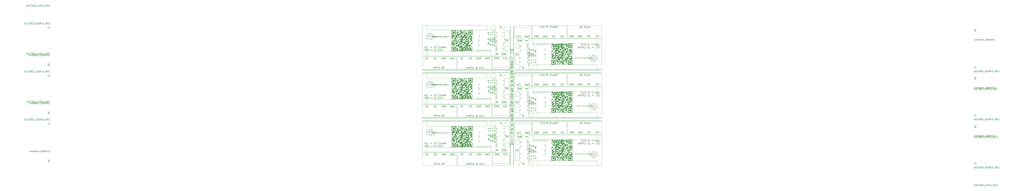
<source format=gbr>
%TF.GenerationSoftware,KiCad,Pcbnew,(6.0.0)*%
%TF.CreationDate,2022-10-06T11:10:53+02:00*%
%TF.ProjectId,012-Amesis-ColdSartE85_HWv0.01,3031322d-416d-4657-9369-732d436f6c64,v0.01_Golf 1.6L 16v *%
%TF.SameCoordinates,Original*%
%TF.FileFunction,Legend,Top*%
%TF.FilePolarity,Positive*%
%FSLAX46Y46*%
G04 Gerber Fmt 4.6, Leading zero omitted, Abs format (unit mm)*
G04 Created by KiCad (PCBNEW (6.0.0)) date 2022-10-06 11:10:53*
%MOMM*%
%LPD*%
G01*
G04 APERTURE LIST*
%ADD10C,0.200000*%
%ADD11C,0.250000*%
%ADD12C,0.175000*%
%ADD13C,0.100000*%
%ADD14C,0.150000*%
%ADD15C,0.300000*%
%ADD16C,0.120000*%
G04 APERTURE END LIST*
D10*
X170951715Y-59059246D02*
G75*
G03*
X171272910Y-59891733I152605J-419327D01*
G01*
X172060310Y-62025333D02*
X170951715Y-59059246D01*
X171755510Y-59891732D02*
G75*
G03*
X172060310Y-59078933I145660J408927D01*
G01*
X170942710Y-62025333D02*
X172060310Y-59078933D01*
X172064103Y-113324957D02*
X170946503Y-116271357D01*
X171251302Y-115458559D02*
G75*
G03*
X170946503Y-116271357I-145660J-408926D01*
G01*
X172055098Y-116291044D02*
G75*
G03*
X171733903Y-115458557I-152605J419327D01*
G01*
X170946503Y-113324957D02*
X172055098Y-116291044D01*
X224560486Y-100228400D02*
X172947686Y-100228400D01*
D11*
X171470628Y-113130095D02*
X171470628Y-112368190D01*
X171470628Y-111892000D02*
X171470628Y-111130095D01*
X171756342Y-110653904D02*
X171803961Y-110606285D01*
X171851580Y-110653904D01*
X171803961Y-110701523D01*
X171756342Y-110653904D01*
X171851580Y-110653904D01*
X171232533Y-110653904D02*
X171280152Y-110606285D01*
X171327771Y-110653904D01*
X171280152Y-110701523D01*
X171232533Y-110653904D01*
X171327771Y-110653904D01*
X171803961Y-109463428D02*
X171851580Y-109320571D01*
X171851580Y-109082476D01*
X171803961Y-108987238D01*
X171756342Y-108939619D01*
X171661104Y-108892000D01*
X171565866Y-108892000D01*
X171470628Y-108939619D01*
X171423009Y-108987238D01*
X171375390Y-109082476D01*
X171327771Y-109272952D01*
X171280152Y-109368190D01*
X171232533Y-109415809D01*
X171137295Y-109463428D01*
X171042057Y-109463428D01*
X170946819Y-109415809D01*
X170899200Y-109368190D01*
X170851580Y-109272952D01*
X170851580Y-109034857D01*
X170899200Y-108892000D01*
X171851580Y-108463428D02*
X171184914Y-108463428D01*
X170851580Y-108463428D02*
X170899200Y-108511047D01*
X170946819Y-108463428D01*
X170899200Y-108415809D01*
X170851580Y-108463428D01*
X170946819Y-108463428D01*
X171184914Y-107368190D02*
X171184914Y-106987238D01*
X170851580Y-107225333D02*
X171708723Y-107225333D01*
X171803961Y-107177714D01*
X171851580Y-107082476D01*
X171851580Y-106987238D01*
X171184914Y-106225333D02*
X171851580Y-106225333D01*
X171184914Y-106653904D02*
X171708723Y-106653904D01*
X171803961Y-106606285D01*
X171851580Y-106511047D01*
X171851580Y-106368190D01*
X171803961Y-106272952D01*
X171756342Y-106225333D01*
X171184914Y-104987238D02*
X171851580Y-104987238D01*
X171280152Y-104987238D02*
X171232533Y-104939619D01*
X171184914Y-104844380D01*
X171184914Y-104701523D01*
X171232533Y-104606285D01*
X171327771Y-104558666D01*
X171851580Y-104558666D01*
X171803961Y-103701523D02*
X171851580Y-103796761D01*
X171851580Y-103987238D01*
X171803961Y-104082476D01*
X171708723Y-104130095D01*
X171327771Y-104130095D01*
X171232533Y-104082476D01*
X171184914Y-103987238D01*
X171184914Y-103796761D01*
X171232533Y-103701523D01*
X171327771Y-103653904D01*
X171423009Y-103653904D01*
X171518247Y-104130095D01*
X171803961Y-102034857D02*
X171851580Y-102130095D01*
X171851580Y-102320571D01*
X171803961Y-102415809D01*
X171756342Y-102463428D01*
X171661104Y-102511047D01*
X171375390Y-102511047D01*
X171280152Y-102463428D01*
X171232533Y-102415809D01*
X171184914Y-102320571D01*
X171184914Y-102130095D01*
X171232533Y-102034857D01*
X171851580Y-101463428D02*
X171803961Y-101558666D01*
X171756342Y-101606285D01*
X171661104Y-101653904D01*
X171375390Y-101653904D01*
X171280152Y-101606285D01*
X171232533Y-101558666D01*
X171184914Y-101463428D01*
X171184914Y-101320571D01*
X171232533Y-101225333D01*
X171280152Y-101177714D01*
X171375390Y-101130095D01*
X171661104Y-101130095D01*
X171756342Y-101177714D01*
X171803961Y-101225333D01*
X171851580Y-101320571D01*
X171851580Y-101463428D01*
X171184914Y-100272952D02*
X171851580Y-100272952D01*
X171184914Y-100701523D02*
X171708723Y-100701523D01*
X171803961Y-100653904D01*
X171851580Y-100558666D01*
X171851580Y-100415809D01*
X171803961Y-100320571D01*
X171756342Y-100272952D01*
X171184914Y-99796761D02*
X172184914Y-99796761D01*
X171232533Y-99796761D02*
X171184914Y-99701523D01*
X171184914Y-99511047D01*
X171232533Y-99415809D01*
X171280152Y-99368190D01*
X171375390Y-99320571D01*
X171661104Y-99320571D01*
X171756342Y-99368190D01*
X171803961Y-99415809D01*
X171851580Y-99511047D01*
X171851580Y-99701523D01*
X171803961Y-99796761D01*
X171803961Y-98511047D02*
X171851580Y-98606285D01*
X171851580Y-98796761D01*
X171803961Y-98892000D01*
X171708723Y-98939619D01*
X171327771Y-98939619D01*
X171232533Y-98892000D01*
X171184914Y-98796761D01*
X171184914Y-98606285D01*
X171232533Y-98511047D01*
X171327771Y-98463428D01*
X171423009Y-98463428D01*
X171518247Y-98939619D01*
X171803961Y-98082476D02*
X171851580Y-97987238D01*
X171851580Y-97796761D01*
X171803961Y-97701523D01*
X171708723Y-97653904D01*
X171661104Y-97653904D01*
X171565866Y-97701523D01*
X171518247Y-97796761D01*
X171518247Y-97939619D01*
X171470628Y-98034857D01*
X171375390Y-98082476D01*
X171327771Y-98082476D01*
X171232533Y-98034857D01*
X171184914Y-97939619D01*
X171184914Y-97796761D01*
X171232533Y-97701523D01*
X171184914Y-96463428D02*
X172184914Y-96463428D01*
X171232533Y-96463428D02*
X171184914Y-96368190D01*
X171184914Y-96177714D01*
X171232533Y-96082476D01*
X171280152Y-96034857D01*
X171375390Y-95987238D01*
X171661104Y-95987238D01*
X171756342Y-96034857D01*
X171803961Y-96082476D01*
X171851580Y-96177714D01*
X171851580Y-96368190D01*
X171803961Y-96463428D01*
X171851580Y-95130095D02*
X171327771Y-95130095D01*
X171232533Y-95177714D01*
X171184914Y-95272952D01*
X171184914Y-95463428D01*
X171232533Y-95558666D01*
X171803961Y-95130095D02*
X171851580Y-95225333D01*
X171851580Y-95463428D01*
X171803961Y-95558666D01*
X171708723Y-95606285D01*
X171613485Y-95606285D01*
X171518247Y-95558666D01*
X171470628Y-95463428D01*
X171470628Y-95225333D01*
X171423009Y-95130095D01*
X171803961Y-94701523D02*
X171851580Y-94606285D01*
X171851580Y-94415809D01*
X171803961Y-94320571D01*
X171708723Y-94272952D01*
X171661104Y-94272952D01*
X171565866Y-94320571D01*
X171518247Y-94415809D01*
X171518247Y-94558666D01*
X171470628Y-94653904D01*
X171375390Y-94701523D01*
X171327771Y-94701523D01*
X171232533Y-94653904D01*
X171184914Y-94558666D01*
X171184914Y-94415809D01*
X171232533Y-94320571D01*
X171851580Y-92653904D02*
X170851580Y-92653904D01*
X171803961Y-92653904D02*
X171851580Y-92749142D01*
X171851580Y-92939619D01*
X171803961Y-93034857D01*
X171756342Y-93082476D01*
X171661104Y-93130095D01*
X171375390Y-93130095D01*
X171280152Y-93082476D01*
X171232533Y-93034857D01*
X171184914Y-92939619D01*
X171184914Y-92749142D01*
X171232533Y-92653904D01*
X171851580Y-92177714D02*
X171184914Y-92177714D01*
X171375390Y-92177714D02*
X171280152Y-92130095D01*
X171232533Y-92082476D01*
X171184914Y-91987238D01*
X171184914Y-91892000D01*
X171851580Y-91415809D02*
X171803961Y-91511047D01*
X171756342Y-91558666D01*
X171661104Y-91606285D01*
X171375390Y-91606285D01*
X171280152Y-91558666D01*
X171232533Y-91511047D01*
X171184914Y-91415809D01*
X171184914Y-91272952D01*
X171232533Y-91177714D01*
X171280152Y-91130095D01*
X171375390Y-91082476D01*
X171661104Y-91082476D01*
X171756342Y-91130095D01*
X171803961Y-91177714D01*
X171851580Y-91272952D01*
X171851580Y-91415809D01*
X171851580Y-90653904D02*
X171184914Y-90653904D01*
X170851580Y-90653904D02*
X170899200Y-90701523D01*
X170946819Y-90653904D01*
X170899200Y-90606285D01*
X170851580Y-90653904D01*
X170946819Y-90653904D01*
X171184914Y-90320571D02*
X171184914Y-89939619D01*
X170851580Y-90177714D02*
X171708723Y-90177714D01*
X171803961Y-90130095D01*
X171851580Y-90034857D01*
X171851580Y-89939619D01*
X171803961Y-88415809D02*
X171851580Y-88511047D01*
X171851580Y-88701523D01*
X171803961Y-88796761D01*
X171756342Y-88844380D01*
X171661104Y-88892000D01*
X171375390Y-88892000D01*
X171280152Y-88844380D01*
X171232533Y-88796761D01*
X171184914Y-88701523D01*
X171184914Y-88511047D01*
X171232533Y-88415809D01*
X170851580Y-87939619D02*
X171042057Y-88034857D01*
X171803961Y-87130095D02*
X171851580Y-87225333D01*
X171851580Y-87415809D01*
X171803961Y-87511047D01*
X171708723Y-87558666D01*
X171327771Y-87558666D01*
X171232533Y-87511047D01*
X171184914Y-87415809D01*
X171184914Y-87225333D01*
X171232533Y-87130095D01*
X171327771Y-87082476D01*
X171423009Y-87082476D01*
X171518247Y-87558666D01*
X171803961Y-86701523D02*
X171851580Y-86606285D01*
X171851580Y-86415809D01*
X171803961Y-86320571D01*
X171708723Y-86272952D01*
X171661104Y-86272952D01*
X171565866Y-86320571D01*
X171518247Y-86415809D01*
X171518247Y-86558666D01*
X171470628Y-86653904D01*
X171375390Y-86701523D01*
X171327771Y-86701523D01*
X171232533Y-86653904D01*
X171184914Y-86558666D01*
X171184914Y-86415809D01*
X171232533Y-86320571D01*
X171184914Y-85987238D02*
X171184914Y-85606285D01*
X170851580Y-85844380D02*
X171708723Y-85844380D01*
X171803961Y-85796761D01*
X171851580Y-85701523D01*
X171851580Y-85606285D01*
X171184914Y-84082476D02*
X172184914Y-84082476D01*
X171803961Y-84082476D02*
X171851580Y-84177714D01*
X171851580Y-84368190D01*
X171803961Y-84463428D01*
X171756342Y-84511047D01*
X171661104Y-84558666D01*
X171375390Y-84558666D01*
X171280152Y-84511047D01*
X171232533Y-84463428D01*
X171184914Y-84368190D01*
X171184914Y-84177714D01*
X171232533Y-84082476D01*
X171184914Y-83177714D02*
X171851580Y-83177714D01*
X171184914Y-83606285D02*
X171708723Y-83606285D01*
X171803961Y-83558666D01*
X171851580Y-83463428D01*
X171851580Y-83320571D01*
X171803961Y-83225333D01*
X171756342Y-83177714D01*
X171803961Y-82320571D02*
X171851580Y-82415809D01*
X171851580Y-82606285D01*
X171803961Y-82701523D01*
X171708723Y-82749142D01*
X171327771Y-82749142D01*
X171232533Y-82701523D01*
X171184914Y-82606285D01*
X171184914Y-82415809D01*
X171232533Y-82320571D01*
X171327771Y-82272952D01*
X171423009Y-82272952D01*
X171518247Y-82749142D01*
X171184914Y-81225333D02*
X171184914Y-80844380D01*
X170851580Y-81082476D02*
X171708723Y-81082476D01*
X171803961Y-81034857D01*
X171851580Y-80939619D01*
X171851580Y-80844380D01*
X171184914Y-80082476D02*
X171851580Y-80082476D01*
X171184914Y-80511047D02*
X171708723Y-80511047D01*
X171803961Y-80463428D01*
X171851580Y-80368190D01*
X171851580Y-80225333D01*
X171803961Y-80130095D01*
X171756342Y-80082476D01*
X171851580Y-78415809D02*
X171327771Y-78415809D01*
X171232533Y-78463428D01*
X171184914Y-78558666D01*
X171184914Y-78749142D01*
X171232533Y-78844380D01*
X171803961Y-78415809D02*
X171851580Y-78511047D01*
X171851580Y-78749142D01*
X171803961Y-78844380D01*
X171708723Y-78892000D01*
X171613485Y-78892000D01*
X171518247Y-78844380D01*
X171470628Y-78749142D01*
X171470628Y-78511047D01*
X171423009Y-78415809D01*
X171803961Y-77987238D02*
X171851580Y-77892000D01*
X171851580Y-77701523D01*
X171803961Y-77606285D01*
X171708723Y-77558666D01*
X171661104Y-77558666D01*
X171565866Y-77606285D01*
X171518247Y-77701523D01*
X171518247Y-77844380D01*
X171470628Y-77939619D01*
X171375390Y-77987238D01*
X171327771Y-77987238D01*
X171232533Y-77939619D01*
X171184914Y-77844380D01*
X171184914Y-77701523D01*
X171232533Y-77606285D01*
X171851580Y-76225333D02*
X171803961Y-76320571D01*
X171708723Y-76368190D01*
X170851580Y-76368190D01*
X171851580Y-75415809D02*
X171327771Y-75415809D01*
X171232533Y-75463428D01*
X171184914Y-75558666D01*
X171184914Y-75749142D01*
X171232533Y-75844380D01*
X171803961Y-75415809D02*
X171851580Y-75511047D01*
X171851580Y-75749142D01*
X171803961Y-75844380D01*
X171708723Y-75892000D01*
X171613485Y-75892000D01*
X171518247Y-75844380D01*
X171470628Y-75749142D01*
X171470628Y-75511047D01*
X171423009Y-75415809D01*
X171851580Y-74177714D02*
X170851580Y-74177714D01*
X171232533Y-74177714D02*
X171184914Y-74082476D01*
X171184914Y-73892000D01*
X171232533Y-73796761D01*
X171280152Y-73749142D01*
X171375390Y-73701523D01*
X171661104Y-73701523D01*
X171756342Y-73749142D01*
X171803961Y-73796761D01*
X171851580Y-73892000D01*
X171851580Y-74082476D01*
X171803961Y-74177714D01*
X171851580Y-73272952D02*
X171184914Y-73272952D01*
X170851580Y-73272952D02*
X170899200Y-73320571D01*
X170946819Y-73272952D01*
X170899200Y-73225333D01*
X170851580Y-73272952D01*
X170946819Y-73272952D01*
X171184914Y-72939619D02*
X171184914Y-72558666D01*
X170851580Y-72796761D02*
X171708723Y-72796761D01*
X171803961Y-72749142D01*
X171851580Y-72653904D01*
X171851580Y-72558666D01*
X171803961Y-71844380D02*
X171851580Y-71939619D01*
X171851580Y-72130095D01*
X171803961Y-72225333D01*
X171708723Y-72272952D01*
X171327771Y-72272952D01*
X171232533Y-72225333D01*
X171184914Y-72130095D01*
X171184914Y-71939619D01*
X171232533Y-71844380D01*
X171327771Y-71796761D01*
X171423009Y-71796761D01*
X171518247Y-72272952D01*
X171184914Y-70749142D02*
X171184914Y-70368190D01*
X170851580Y-70606285D02*
X171708723Y-70606285D01*
X171803961Y-70558666D01*
X171851580Y-70463428D01*
X171851580Y-70368190D01*
X171851580Y-69892000D02*
X171803961Y-69987238D01*
X171756342Y-70034857D01*
X171661104Y-70082476D01*
X171375390Y-70082476D01*
X171280152Y-70034857D01*
X171232533Y-69987238D01*
X171184914Y-69892000D01*
X171184914Y-69749142D01*
X171232533Y-69653904D01*
X171280152Y-69606285D01*
X171375390Y-69558666D01*
X171661104Y-69558666D01*
X171756342Y-69606285D01*
X171803961Y-69653904D01*
X171851580Y-69749142D01*
X171851580Y-69892000D01*
X171851580Y-69130095D02*
X171184914Y-69130095D01*
X171375390Y-69130095D02*
X171280152Y-69082476D01*
X171232533Y-69034857D01*
X171184914Y-68939619D01*
X171184914Y-68844380D01*
X171851580Y-68082476D02*
X170851580Y-68082476D01*
X171803961Y-68082476D02*
X171851580Y-68177714D01*
X171851580Y-68368190D01*
X171803961Y-68463428D01*
X171756342Y-68511047D01*
X171661104Y-68558666D01*
X171375390Y-68558666D01*
X171280152Y-68511047D01*
X171232533Y-68463428D01*
X171184914Y-68368190D01*
X171184914Y-68177714D01*
X171232533Y-68082476D01*
X171184914Y-67177714D02*
X171851580Y-67177714D01*
X171184914Y-67606285D02*
X171708723Y-67606285D01*
X171803961Y-67558666D01*
X171851580Y-67463428D01*
X171851580Y-67320571D01*
X171803961Y-67225333D01*
X171756342Y-67177714D01*
X171803961Y-66320571D02*
X171851580Y-66415809D01*
X171851580Y-66606285D01*
X171803961Y-66701523D01*
X171708723Y-66749142D01*
X171327771Y-66749142D01*
X171232533Y-66701523D01*
X171184914Y-66606285D01*
X171184914Y-66415809D01*
X171232533Y-66320571D01*
X171327771Y-66272952D01*
X171423009Y-66272952D01*
X171518247Y-66749142D01*
X171756342Y-65082476D02*
X171803961Y-65034857D01*
X171851580Y-65082476D01*
X171803961Y-65130095D01*
X171756342Y-65082476D01*
X171851580Y-65082476D01*
X171232533Y-65082476D02*
X171280152Y-65034857D01*
X171327771Y-65082476D01*
X171280152Y-65130095D01*
X171232533Y-65082476D01*
X171327771Y-65082476D01*
X171470628Y-64749142D02*
X171423009Y-64701523D01*
X171375390Y-64606285D01*
X171470628Y-64415809D01*
X171423009Y-64320571D01*
X171375390Y-64272952D01*
X171470628Y-64034857D02*
X171423009Y-63987238D01*
X171375390Y-63892000D01*
X171470628Y-63701523D01*
X171423009Y-63606285D01*
X171375390Y-63558666D01*
D10*
X170535600Y-45415200D02*
X170535600Y-97028000D01*
X172466000Y-45466000D02*
X172466000Y-109194600D01*
X172466000Y-76657200D02*
X172466000Y-128371600D01*
X170535600Y-76708000D02*
X170535600Y-128320800D01*
X172896886Y-71678800D02*
X224458886Y-71678800D01*
X172947686Y-73304400D02*
X224560486Y-73304400D01*
X170230800Y-101854000D02*
X118668800Y-101854000D01*
X170180000Y-100228400D02*
X118567200Y-100228400D01*
X172998486Y-101854000D02*
X224611286Y-101854000D01*
X170180000Y-73304400D02*
X118618000Y-73304400D01*
X170129200Y-71678800D02*
X118516400Y-71678800D01*
D12*
X185131327Y-60215654D02*
X185831327Y-60215654D01*
X185131327Y-60615654D01*
X185831327Y-60615654D01*
X185131327Y-61048987D02*
X185164660Y-60982320D01*
X185197994Y-60948987D01*
X185264660Y-60915654D01*
X185464660Y-60915654D01*
X185531327Y-60948987D01*
X185564660Y-60982320D01*
X185597994Y-61048987D01*
X185597994Y-61148987D01*
X185564660Y-61215654D01*
X185531327Y-61248987D01*
X185464660Y-61282320D01*
X185264660Y-61282320D01*
X185197994Y-61248987D01*
X185164660Y-61215654D01*
X185131327Y-61148987D01*
X185131327Y-61048987D01*
X185831327Y-62848987D02*
X185331327Y-62848987D01*
X185231327Y-62815654D01*
X185164660Y-62748987D01*
X185131327Y-62648987D01*
X185131327Y-62582320D01*
X185131327Y-63182320D02*
X185831327Y-63182320D01*
X185831327Y-63448987D01*
X185797994Y-63515654D01*
X185764660Y-63548987D01*
X185697994Y-63582320D01*
X185597994Y-63582320D01*
X185531327Y-63548987D01*
X185497994Y-63515654D01*
X185464660Y-63448987D01*
X185464660Y-63182320D01*
X185497994Y-65482320D02*
X185497994Y-66015654D01*
X185297994Y-66015654D02*
X185297994Y-65482320D01*
X185831327Y-67015654D02*
X185831327Y-67082320D01*
X185797994Y-67148987D01*
X185764660Y-67182320D01*
X185697994Y-67215654D01*
X185564660Y-67248987D01*
X185397994Y-67248987D01*
X185264660Y-67215654D01*
X185197994Y-67182320D01*
X185164660Y-67148987D01*
X185131327Y-67082320D01*
X185131327Y-67015654D01*
X185164660Y-66948987D01*
X185197994Y-66915654D01*
X185264660Y-66882320D01*
X185397994Y-66848987D01*
X185564660Y-66848987D01*
X185697994Y-66882320D01*
X185764660Y-66915654D01*
X185797994Y-66948987D01*
X185831327Y-67015654D01*
D10*
X217844144Y-45689019D02*
X217844144Y-46689019D01*
X217367954Y-46355685D02*
X217367954Y-45689019D01*
X217367954Y-46260447D02*
X217320335Y-46308066D01*
X217225097Y-46355685D01*
X217082240Y-46355685D01*
X216987001Y-46308066D01*
X216939382Y-46212828D01*
X216939382Y-45689019D01*
X216463192Y-45689019D02*
X216463192Y-46689019D01*
X216082240Y-46689019D01*
X215987001Y-46641400D01*
X215939382Y-46593780D01*
X215891763Y-46498542D01*
X215891763Y-46355685D01*
X215939382Y-46260447D01*
X215987001Y-46212828D01*
X216082240Y-46165209D01*
X216463192Y-46165209D01*
X215034620Y-46355685D02*
X215034620Y-45689019D01*
X215463192Y-46355685D02*
X215463192Y-45831876D01*
X215415573Y-45736638D01*
X215320335Y-45689019D01*
X215177478Y-45689019D01*
X215082240Y-45736638D01*
X215034620Y-45784257D01*
X214701287Y-46355685D02*
X214320335Y-46355685D01*
X214558430Y-46689019D02*
X214558430Y-45831876D01*
X214510811Y-45736638D01*
X214415573Y-45689019D01*
X214320335Y-45689019D01*
X213225097Y-45689019D02*
X213225097Y-46689019D01*
X212796525Y-45974733D02*
X212320335Y-45974733D01*
X212891763Y-45689019D02*
X212558430Y-46689019D01*
X212225097Y-45689019D01*
X212034620Y-46689019D02*
X211463192Y-46689019D01*
X211748906Y-45689019D02*
X211748906Y-46689019D01*
D13*
X180207535Y-61324352D02*
X181007535Y-61324352D01*
X180207535Y-61705304D02*
X181007535Y-61705304D01*
X180207535Y-62162447D01*
X181007535Y-62162447D01*
X180283725Y-63000542D02*
X180245630Y-62962447D01*
X180207535Y-62848161D01*
X180207535Y-62771971D01*
X180245630Y-62657685D01*
X180321820Y-62581495D01*
X180398011Y-62543400D01*
X180550392Y-62505304D01*
X180664678Y-62505304D01*
X180817059Y-62543400D01*
X180893249Y-62581495D01*
X180969440Y-62657685D01*
X181007535Y-62771971D01*
X181007535Y-62848161D01*
X180969440Y-62962447D01*
X180931344Y-63000542D01*
D10*
X178577059Y-69863457D02*
X177862773Y-69863457D01*
X177719916Y-69815838D01*
X177624678Y-69720600D01*
X177577059Y-69577742D01*
X177577059Y-69482504D01*
X177577059Y-70339647D02*
X178577059Y-70339647D01*
X178577059Y-70720600D01*
X178529440Y-70815838D01*
X178481820Y-70863457D01*
X178386582Y-70911076D01*
X178243725Y-70911076D01*
X178148487Y-70863457D01*
X178100868Y-70815838D01*
X178053249Y-70720600D01*
X178053249Y-70339647D01*
D13*
X192563106Y-56387933D02*
X192229773Y-56387933D01*
X192629773Y-56187933D02*
X192396440Y-56887933D01*
X192163106Y-56187933D01*
X191929773Y-56187933D02*
X191929773Y-56654600D01*
X191929773Y-56521266D02*
X191896440Y-56587933D01*
X191863106Y-56621266D01*
X191796440Y-56654600D01*
X191729773Y-56654600D01*
X191196440Y-56187933D02*
X191196440Y-56887933D01*
X191196440Y-56221266D02*
X191263106Y-56187933D01*
X191396440Y-56187933D01*
X191463106Y-56221266D01*
X191496440Y-56254600D01*
X191529773Y-56321266D01*
X191529773Y-56521266D01*
X191496440Y-56587933D01*
X191463106Y-56621266D01*
X191396440Y-56654600D01*
X191263106Y-56654600D01*
X191196440Y-56621266D01*
X190563106Y-56654600D02*
X190563106Y-56187933D01*
X190863106Y-56654600D02*
X190863106Y-56287933D01*
X190829773Y-56221266D01*
X190763106Y-56187933D01*
X190663106Y-56187933D01*
X190596440Y-56221266D01*
X190563106Y-56254600D01*
X190229773Y-56187933D02*
X190229773Y-56654600D01*
X190229773Y-56887933D02*
X190263106Y-56854600D01*
X190229773Y-56821266D01*
X190196440Y-56854600D01*
X190229773Y-56887933D01*
X190229773Y-56821266D01*
X189896440Y-56654600D02*
X189896440Y-56187933D01*
X189896440Y-56587933D02*
X189863106Y-56621266D01*
X189796440Y-56654600D01*
X189696440Y-56654600D01*
X189629773Y-56621266D01*
X189596440Y-56554600D01*
X189596440Y-56187933D01*
X189163106Y-56187933D02*
X189229773Y-56221266D01*
X189263106Y-56254600D01*
X189296440Y-56321266D01*
X189296440Y-56521266D01*
X189263106Y-56587933D01*
X189229773Y-56621266D01*
X189163106Y-56654600D01*
X189063106Y-56654600D01*
X188996440Y-56621266D01*
X188963106Y-56587933D01*
X188929773Y-56521266D01*
X188929773Y-56321266D01*
X188963106Y-56254600D01*
X188996440Y-56221266D01*
X189063106Y-56187933D01*
X189163106Y-56187933D01*
X188096440Y-56187933D02*
X188096440Y-56887933D01*
X187696440Y-56187933D01*
X187696440Y-56887933D01*
X187063106Y-56187933D02*
X187063106Y-56554600D01*
X187096440Y-56621266D01*
X187163106Y-56654600D01*
X187296440Y-56654600D01*
X187363106Y-56621266D01*
X187063106Y-56221266D02*
X187129773Y-56187933D01*
X187296440Y-56187933D01*
X187363106Y-56221266D01*
X187396440Y-56287933D01*
X187396440Y-56354600D01*
X187363106Y-56421266D01*
X187296440Y-56454600D01*
X187129773Y-56454600D01*
X187063106Y-56487933D01*
X186729773Y-56654600D02*
X186729773Y-56187933D01*
X186729773Y-56587933D02*
X186696440Y-56621266D01*
X186629773Y-56654600D01*
X186529773Y-56654600D01*
X186463106Y-56621266D01*
X186429773Y-56554600D01*
X186429773Y-56187933D01*
X185996440Y-56187933D02*
X186063106Y-56221266D01*
X186096440Y-56254600D01*
X186129773Y-56321266D01*
X186129773Y-56521266D01*
X186096440Y-56587933D01*
X186063106Y-56621266D01*
X185996440Y-56654600D01*
X185896440Y-56654600D01*
X185829773Y-56621266D01*
X185796440Y-56587933D01*
X185763106Y-56521266D01*
X185763106Y-56321266D01*
X185796440Y-56254600D01*
X185829773Y-56221266D01*
X185896440Y-56187933D01*
X185996440Y-56187933D01*
X184529773Y-56187933D02*
X184763106Y-56521266D01*
X184929773Y-56187933D02*
X184929773Y-56887933D01*
X184663106Y-56887933D01*
X184596440Y-56854600D01*
X184563106Y-56821266D01*
X184529773Y-56754600D01*
X184529773Y-56654600D01*
X184563106Y-56587933D01*
X184596440Y-56554600D01*
X184663106Y-56521266D01*
X184929773Y-56521266D01*
X184296440Y-56887933D02*
X183863106Y-56887933D01*
X184096440Y-56621266D01*
X183996440Y-56621266D01*
X183929773Y-56587933D01*
X183896440Y-56554600D01*
X183863106Y-56487933D01*
X183863106Y-56321266D01*
X183896440Y-56254600D01*
X183929773Y-56221266D01*
X183996440Y-56187933D01*
X184196440Y-56187933D01*
X184263106Y-56221266D01*
X184296440Y-56254600D01*
D10*
X198451268Y-46638219D02*
X198260792Y-46638219D01*
X198165554Y-46590600D01*
X198070316Y-46495361D01*
X198022697Y-46304885D01*
X198022697Y-45971552D01*
X198070316Y-45781076D01*
X198165554Y-45685838D01*
X198260792Y-45638219D01*
X198451268Y-45638219D01*
X198546506Y-45685838D01*
X198641744Y-45781076D01*
X198689363Y-45971552D01*
X198689363Y-46304885D01*
X198641744Y-46495361D01*
X198546506Y-46590600D01*
X198451268Y-46638219D01*
X197165554Y-46304885D02*
X197165554Y-45638219D01*
X197594125Y-46304885D02*
X197594125Y-45781076D01*
X197546506Y-45685838D01*
X197451268Y-45638219D01*
X197308411Y-45638219D01*
X197213173Y-45685838D01*
X197165554Y-45733457D01*
X196832220Y-46304885D02*
X196451268Y-46304885D01*
X196689363Y-46638219D02*
X196689363Y-45781076D01*
X196641744Y-45685838D01*
X196546506Y-45638219D01*
X196451268Y-45638219D01*
X196117935Y-45638219D02*
X196117935Y-46638219D01*
X195736982Y-46638219D01*
X195641744Y-46590600D01*
X195594125Y-46542980D01*
X195546506Y-46447742D01*
X195546506Y-46304885D01*
X195594125Y-46209647D01*
X195641744Y-46162028D01*
X195736982Y-46114409D01*
X196117935Y-46114409D01*
X194689363Y-46304885D02*
X194689363Y-45638219D01*
X195117935Y-46304885D02*
X195117935Y-45781076D01*
X195070316Y-45685838D01*
X194975078Y-45638219D01*
X194832220Y-45638219D01*
X194736982Y-45685838D01*
X194689363Y-45733457D01*
X194356030Y-46304885D02*
X193975078Y-46304885D01*
X194213173Y-46638219D02*
X194213173Y-45781076D01*
X194165554Y-45685838D01*
X194070316Y-45638219D01*
X193975078Y-45638219D01*
X193022697Y-46304885D02*
X192641744Y-46304885D01*
X192879840Y-46638219D02*
X192879840Y-45781076D01*
X192832220Y-45685838D01*
X192736982Y-45638219D01*
X192641744Y-45638219D01*
X192165554Y-45638219D02*
X192260792Y-45685838D01*
X192308411Y-45733457D01*
X192356030Y-45828695D01*
X192356030Y-46114409D01*
X192308411Y-46209647D01*
X192260792Y-46257266D01*
X192165554Y-46304885D01*
X192022697Y-46304885D01*
X191927459Y-46257266D01*
X191879840Y-46209647D01*
X191832220Y-46114409D01*
X191832220Y-45828695D01*
X191879840Y-45733457D01*
X191927459Y-45685838D01*
X192022697Y-45638219D01*
X192165554Y-45638219D01*
X190641744Y-46162028D02*
X190308411Y-46162028D01*
X190165554Y-45638219D02*
X190641744Y-45638219D01*
X190641744Y-46638219D01*
X190165554Y-46638219D01*
X189165554Y-45733457D02*
X189213173Y-45685838D01*
X189356030Y-45638219D01*
X189451268Y-45638219D01*
X189594125Y-45685838D01*
X189689363Y-45781076D01*
X189736982Y-45876314D01*
X189784601Y-46066790D01*
X189784601Y-46209647D01*
X189736982Y-46400123D01*
X189689363Y-46495361D01*
X189594125Y-46590600D01*
X189451268Y-46638219D01*
X189356030Y-46638219D01*
X189213173Y-46590600D01*
X189165554Y-46542980D01*
X188736982Y-46638219D02*
X188736982Y-45828695D01*
X188689363Y-45733457D01*
X188641744Y-45685838D01*
X188546506Y-45638219D01*
X188356030Y-45638219D01*
X188260792Y-45685838D01*
X188213173Y-45733457D01*
X188165554Y-45828695D01*
X188165554Y-46638219D01*
D13*
X191573935Y-61470390D02*
X190773935Y-61737057D01*
X191573935Y-62003723D01*
X191573935Y-62194200D02*
X190773935Y-62384676D01*
X191345363Y-62537057D01*
X190773935Y-62689438D01*
X191573935Y-62879914D01*
D10*
X217218735Y-52178600D02*
X217313973Y-52226219D01*
X217456830Y-52226219D01*
X217599687Y-52178600D01*
X217694925Y-52083361D01*
X217742544Y-51988123D01*
X217790163Y-51797647D01*
X217790163Y-51654790D01*
X217742544Y-51464314D01*
X217694925Y-51369076D01*
X217599687Y-51273838D01*
X217456830Y-51226219D01*
X217361592Y-51226219D01*
X217218735Y-51273838D01*
X217171116Y-51321457D01*
X217171116Y-51654790D01*
X217361592Y-51654790D01*
X216790163Y-52130980D02*
X216742544Y-52178600D01*
X216647306Y-52226219D01*
X216409211Y-52226219D01*
X216313973Y-52178600D01*
X216266354Y-52130980D01*
X216218735Y-52035742D01*
X216218735Y-51940504D01*
X216266354Y-51797647D01*
X216837782Y-51226219D01*
X216218735Y-51226219D01*
X181331344Y-52280200D02*
X181426582Y-52327819D01*
X181569440Y-52327819D01*
X181712297Y-52280200D01*
X181807535Y-52184961D01*
X181855154Y-52089723D01*
X181902773Y-51899247D01*
X181902773Y-51756390D01*
X181855154Y-51565914D01*
X181807535Y-51470676D01*
X181712297Y-51375438D01*
X181569440Y-51327819D01*
X181474201Y-51327819D01*
X181331344Y-51375438D01*
X181283725Y-51423057D01*
X181283725Y-51756390D01*
X181474201Y-51756390D01*
X180855154Y-51327819D02*
X180855154Y-52327819D01*
X180283725Y-51327819D01*
X180283725Y-52327819D01*
X179807535Y-51327819D02*
X179807535Y-52327819D01*
X179569440Y-52327819D01*
X179426582Y-52280200D01*
X179331344Y-52184961D01*
X179283725Y-52089723D01*
X179236106Y-51899247D01*
X179236106Y-51756390D01*
X179283725Y-51565914D01*
X179331344Y-51470676D01*
X179426582Y-51375438D01*
X179569440Y-51327819D01*
X179807535Y-51327819D01*
D12*
X183439027Y-59577520D02*
X182939027Y-59577520D01*
X182839027Y-59544187D01*
X182772360Y-59477520D01*
X182739027Y-59377520D01*
X182739027Y-59310854D01*
X182739027Y-59910854D02*
X183439027Y-59910854D01*
X183439027Y-60177520D01*
X183405694Y-60244187D01*
X183372360Y-60277520D01*
X183305694Y-60310854D01*
X183205694Y-60310854D01*
X183139027Y-60277520D01*
X183105694Y-60244187D01*
X183072360Y-60177520D01*
X183072360Y-59910854D01*
X183372360Y-61644187D02*
X183405694Y-61677520D01*
X183439027Y-61744187D01*
X183439027Y-61910854D01*
X183405694Y-61977520D01*
X183372360Y-62010854D01*
X183305694Y-62044187D01*
X183239027Y-62044187D01*
X183139027Y-62010854D01*
X182739027Y-61610854D01*
X182739027Y-62044187D01*
X182739027Y-62910854D02*
X182739027Y-62877520D01*
X182772360Y-62810854D01*
X182872360Y-62710854D01*
X183072360Y-62544187D01*
X183172360Y-62477520D01*
X183272360Y-62444187D01*
X183339027Y-62444187D01*
X183405694Y-62477520D01*
X183439027Y-62544187D01*
X183439027Y-62577520D01*
X183405694Y-62644187D01*
X183339027Y-62677520D01*
X183305694Y-62677520D01*
X183239027Y-62644187D01*
X183205694Y-62610854D01*
X183072360Y-62410854D01*
X183039027Y-62377520D01*
X182972360Y-62344187D01*
X182872360Y-62344187D01*
X182805694Y-62377520D01*
X182772360Y-62410854D01*
X182739027Y-62477520D01*
X182739027Y-62577520D01*
X182772360Y-62644187D01*
X182805694Y-62677520D01*
X182939027Y-62777520D01*
X183039027Y-62810854D01*
X183105694Y-62810854D01*
X183439027Y-63144187D02*
X183439027Y-63577520D01*
X183172360Y-63344187D01*
X183172360Y-63444187D01*
X183139027Y-63510854D01*
X183105694Y-63544187D01*
X183039027Y-63577520D01*
X182872360Y-63577520D01*
X182805694Y-63544187D01*
X182772360Y-63510854D01*
X182739027Y-63444187D01*
X182739027Y-63244187D01*
X182772360Y-63177520D01*
X182805694Y-63144187D01*
X183105694Y-65477520D02*
X183105694Y-66010854D01*
X182905694Y-66010854D02*
X182905694Y-65477520D01*
X183005694Y-66877520D02*
X183005694Y-67410854D01*
X182739027Y-67144187D02*
X183272360Y-67144187D01*
X183005694Y-67744187D02*
X183005694Y-68277520D01*
X182739027Y-68010854D02*
X183272360Y-68010854D01*
D10*
X212595935Y-52229400D02*
X212691173Y-52277019D01*
X212834030Y-52277019D01*
X212976887Y-52229400D01*
X213072125Y-52134161D01*
X213119744Y-52038923D01*
X213167363Y-51848447D01*
X213167363Y-51705590D01*
X213119744Y-51515114D01*
X213072125Y-51419876D01*
X212976887Y-51324638D01*
X212834030Y-51277019D01*
X212738792Y-51277019D01*
X212595935Y-51324638D01*
X212548316Y-51372257D01*
X212548316Y-51705590D01*
X212738792Y-51705590D01*
X211691173Y-52277019D02*
X211881649Y-52277019D01*
X211976887Y-52229400D01*
X212024506Y-52181780D01*
X212119744Y-52038923D01*
X212167363Y-51848447D01*
X212167363Y-51467495D01*
X212119744Y-51372257D01*
X212072125Y-51324638D01*
X211976887Y-51277019D01*
X211786411Y-51277019D01*
X211691173Y-51324638D01*
X211643554Y-51372257D01*
X211595935Y-51467495D01*
X211595935Y-51705590D01*
X211643554Y-51800828D01*
X211691173Y-51848447D01*
X211786411Y-51896066D01*
X211976887Y-51896066D01*
X212072125Y-51848447D01*
X212119744Y-51800828D01*
X212167363Y-51705590D01*
X211214982Y-52181780D02*
X211167363Y-52229400D01*
X211072125Y-52277019D01*
X210834030Y-52277019D01*
X210738792Y-52229400D01*
X210691173Y-52181780D01*
X210643554Y-52086542D01*
X210643554Y-51991304D01*
X210691173Y-51848447D01*
X211262601Y-51277019D01*
X210643554Y-51277019D01*
X207566735Y-52178600D02*
X207661973Y-52226219D01*
X207804830Y-52226219D01*
X207947687Y-52178600D01*
X208042925Y-52083361D01*
X208090544Y-51988123D01*
X208138163Y-51797647D01*
X208138163Y-51654790D01*
X208090544Y-51464314D01*
X208042925Y-51369076D01*
X207947687Y-51273838D01*
X207804830Y-51226219D01*
X207709592Y-51226219D01*
X207566735Y-51273838D01*
X207519116Y-51321457D01*
X207519116Y-51654790D01*
X207709592Y-51654790D01*
X206661973Y-52226219D02*
X206852449Y-52226219D01*
X206947687Y-52178600D01*
X206995306Y-52130980D01*
X207090544Y-51988123D01*
X207138163Y-51797647D01*
X207138163Y-51416695D01*
X207090544Y-51321457D01*
X207042925Y-51273838D01*
X206947687Y-51226219D01*
X206757211Y-51226219D01*
X206661973Y-51273838D01*
X206614354Y-51321457D01*
X206566735Y-51416695D01*
X206566735Y-51654790D01*
X206614354Y-51750028D01*
X206661973Y-51797647D01*
X206757211Y-51845266D01*
X206947687Y-51845266D01*
X207042925Y-51797647D01*
X207090544Y-51750028D01*
X207138163Y-51654790D01*
X206185782Y-52130980D02*
X206138163Y-52178600D01*
X206042925Y-52226219D01*
X205804830Y-52226219D01*
X205709592Y-52178600D01*
X205661973Y-52130980D01*
X205614354Y-52035742D01*
X205614354Y-51940504D01*
X205661973Y-51797647D01*
X206233401Y-51226219D01*
X205614354Y-51226219D01*
D13*
X191573935Y-58816085D02*
X190773935Y-59082752D01*
X191573935Y-59349419D01*
X190773935Y-59616085D02*
X191573935Y-59616085D01*
X191192982Y-59616085D02*
X191192982Y-60073228D01*
X190773935Y-60073228D02*
X191573935Y-60073228D01*
D10*
X191818735Y-52280200D02*
X191913973Y-52327819D01*
X192056830Y-52327819D01*
X192199687Y-52280200D01*
X192294925Y-52184961D01*
X192342544Y-52089723D01*
X192390163Y-51899247D01*
X192390163Y-51756390D01*
X192342544Y-51565914D01*
X192294925Y-51470676D01*
X192199687Y-51375438D01*
X192056830Y-51327819D01*
X191961592Y-51327819D01*
X191818735Y-51375438D01*
X191771116Y-51423057D01*
X191771116Y-51756390D01*
X191961592Y-51756390D01*
X190913973Y-52327819D02*
X191104449Y-52327819D01*
X191199687Y-52280200D01*
X191247306Y-52232580D01*
X191342544Y-52089723D01*
X191390163Y-51899247D01*
X191390163Y-51518295D01*
X191342544Y-51423057D01*
X191294925Y-51375438D01*
X191199687Y-51327819D01*
X191009211Y-51327819D01*
X190913973Y-51375438D01*
X190866354Y-51423057D01*
X190818735Y-51518295D01*
X190818735Y-51756390D01*
X190866354Y-51851628D01*
X190913973Y-51899247D01*
X191009211Y-51946866D01*
X191199687Y-51946866D01*
X191294925Y-51899247D01*
X191342544Y-51851628D01*
X191390163Y-51756390D01*
X190437782Y-52232580D02*
X190390163Y-52280200D01*
X190294925Y-52327819D01*
X190056830Y-52327819D01*
X189961592Y-52280200D01*
X189913973Y-52232580D01*
X189866354Y-52137342D01*
X189866354Y-52042104D01*
X189913973Y-51899247D01*
X190485401Y-51327819D01*
X189866354Y-51327819D01*
D13*
X176143535Y-69941171D02*
X176143535Y-69484028D01*
X176143535Y-69712600D02*
X176943535Y-69712600D01*
X176829249Y-69636409D01*
X176753059Y-69560219D01*
X176714963Y-69484028D01*
D12*
X182270627Y-59069520D02*
X181770627Y-59069520D01*
X181670627Y-59036187D01*
X181603960Y-58969520D01*
X181570627Y-58869520D01*
X181570627Y-58802854D01*
X181570627Y-59402854D02*
X182270627Y-59402854D01*
X182270627Y-59669520D01*
X182237294Y-59736187D01*
X182203960Y-59769520D01*
X182137294Y-59802854D01*
X182037294Y-59802854D01*
X181970627Y-59769520D01*
X181937294Y-59736187D01*
X181903960Y-59669520D01*
X181903960Y-59402854D01*
X181570627Y-61002854D02*
X181570627Y-60602854D01*
X181570627Y-60802854D02*
X182270627Y-60802854D01*
X182170627Y-60736187D01*
X182103960Y-60669520D01*
X182070627Y-60602854D01*
X181570627Y-61869520D02*
X181570627Y-61836187D01*
X181603960Y-61769520D01*
X181703960Y-61669520D01*
X181903960Y-61502854D01*
X182003960Y-61436187D01*
X182103960Y-61402854D01*
X182170627Y-61402854D01*
X182237294Y-61436187D01*
X182270627Y-61502854D01*
X182270627Y-61536187D01*
X182237294Y-61602854D01*
X182170627Y-61636187D01*
X182137294Y-61636187D01*
X182070627Y-61602854D01*
X182037294Y-61569520D01*
X181903960Y-61369520D01*
X181870627Y-61336187D01*
X181803960Y-61302854D01*
X181703960Y-61302854D01*
X181637294Y-61336187D01*
X181603960Y-61369520D01*
X181570627Y-61436187D01*
X181570627Y-61536187D01*
X181603960Y-61602854D01*
X181637294Y-61636187D01*
X181770627Y-61736187D01*
X181870627Y-61769520D01*
X181937294Y-61769520D01*
X182203960Y-62136187D02*
X182237294Y-62169520D01*
X182270627Y-62236187D01*
X182270627Y-62402854D01*
X182237294Y-62469520D01*
X182203960Y-62502854D01*
X182137294Y-62536187D01*
X182070627Y-62536187D01*
X181970627Y-62502854D01*
X181570627Y-62102854D01*
X181570627Y-62536187D01*
X181570627Y-63402854D02*
X181570627Y-63369520D01*
X181603960Y-63302854D01*
X181703960Y-63202854D01*
X181903960Y-63036187D01*
X182003960Y-62969520D01*
X182103960Y-62936187D01*
X182170627Y-62936187D01*
X182237294Y-62969520D01*
X182270627Y-63036187D01*
X182270627Y-63069520D01*
X182237294Y-63136187D01*
X182170627Y-63169520D01*
X182137294Y-63169520D01*
X182070627Y-63136187D01*
X182037294Y-63102854D01*
X181903960Y-62902854D01*
X181870627Y-62869520D01*
X181803960Y-62836187D01*
X181703960Y-62836187D01*
X181637294Y-62869520D01*
X181603960Y-62902854D01*
X181570627Y-62969520D01*
X181570627Y-63069520D01*
X181603960Y-63136187D01*
X181637294Y-63169520D01*
X181770627Y-63269520D01*
X181870627Y-63302854D01*
X181937294Y-63302854D01*
X182270627Y-63636187D02*
X182270627Y-64069520D01*
X182003960Y-63836187D01*
X182003960Y-63936187D01*
X181970627Y-64002854D01*
X181937294Y-64036187D01*
X181870627Y-64069520D01*
X181703960Y-64069520D01*
X181637294Y-64036187D01*
X181603960Y-64002854D01*
X181570627Y-63936187D01*
X181570627Y-63736187D01*
X181603960Y-63669520D01*
X181637294Y-63636187D01*
X181937294Y-65436187D02*
X181937294Y-65969520D01*
X181737294Y-65969520D02*
X181737294Y-65436187D01*
X181837294Y-66836187D02*
X181837294Y-67369520D01*
X181570627Y-67102854D02*
X182103960Y-67102854D01*
X181837294Y-67702854D02*
X181837294Y-68236187D01*
X181570627Y-67969520D02*
X182103960Y-67969520D01*
X181837294Y-68569520D02*
X181837294Y-69102854D01*
X181570627Y-68836187D02*
X182103960Y-68836187D01*
D10*
X222654335Y-58825600D02*
X222749573Y-58873219D01*
X222892430Y-58873219D01*
X223035287Y-58825600D01*
X223130525Y-58730361D01*
X223178144Y-58635123D01*
X223225763Y-58444647D01*
X223225763Y-58301790D01*
X223178144Y-58111314D01*
X223130525Y-58016076D01*
X223035287Y-57920838D01*
X222892430Y-57873219D01*
X222797192Y-57873219D01*
X222654335Y-57920838D01*
X222606716Y-57968457D01*
X222606716Y-58301790D01*
X222797192Y-58301790D01*
X222225763Y-58777980D02*
X222178144Y-58825600D01*
X222082906Y-58873219D01*
X221844811Y-58873219D01*
X221749573Y-58825600D01*
X221701954Y-58777980D01*
X221654335Y-58682742D01*
X221654335Y-58587504D01*
X221701954Y-58444647D01*
X222273382Y-57873219D01*
X221654335Y-57873219D01*
X219701954Y-58397028D02*
X218940049Y-58397028D01*
X218940049Y-58111314D02*
X219701954Y-58111314D01*
X217844811Y-58873219D02*
X217273382Y-58873219D01*
X217559097Y-57873219D02*
X217559097Y-58873219D01*
X216797192Y-57873219D02*
X216892430Y-57920838D01*
X216940049Y-57968457D01*
X216987668Y-58063695D01*
X216987668Y-58349409D01*
X216940049Y-58444647D01*
X216892430Y-58492266D01*
X216797192Y-58539885D01*
X216654335Y-58539885D01*
X216559097Y-58492266D01*
X216511478Y-58444647D01*
X216463859Y-58349409D01*
X216463859Y-58063695D01*
X216511478Y-57968457D01*
X216559097Y-57920838D01*
X216654335Y-57873219D01*
X216797192Y-57873219D01*
X214701954Y-57968457D02*
X214749573Y-57920838D01*
X214892430Y-57873219D01*
X214987668Y-57873219D01*
X215130525Y-57920838D01*
X215225763Y-58016076D01*
X215273382Y-58111314D01*
X215321001Y-58301790D01*
X215321001Y-58444647D01*
X215273382Y-58635123D01*
X215225763Y-58730361D01*
X215130525Y-58825600D01*
X214987668Y-58873219D01*
X214892430Y-58873219D01*
X214749573Y-58825600D01*
X214701954Y-58777980D01*
X214130525Y-57873219D02*
X214225763Y-57920838D01*
X214273382Y-58016076D01*
X214273382Y-58873219D01*
X213321001Y-58539885D02*
X213321001Y-57873219D01*
X213749573Y-58539885D02*
X213749573Y-58016076D01*
X213701954Y-57920838D01*
X213606716Y-57873219D01*
X213463859Y-57873219D01*
X213368620Y-57920838D01*
X213321001Y-57968457D01*
X212892430Y-57920838D02*
X212797192Y-57873219D01*
X212606716Y-57873219D01*
X212511478Y-57920838D01*
X212463859Y-58016076D01*
X212463859Y-58063695D01*
X212511478Y-58158933D01*
X212606716Y-58206552D01*
X212749573Y-58206552D01*
X212844811Y-58254171D01*
X212892430Y-58349409D01*
X212892430Y-58397028D01*
X212844811Y-58492266D01*
X212749573Y-58539885D01*
X212606716Y-58539885D01*
X212511478Y-58492266D01*
X212178144Y-58539885D02*
X211797192Y-58539885D01*
X212035287Y-58873219D02*
X212035287Y-58016076D01*
X211987668Y-57920838D01*
X211892430Y-57873219D01*
X211797192Y-57873219D01*
X211082906Y-57920838D02*
X211178144Y-57873219D01*
X211368620Y-57873219D01*
X211463859Y-57920838D01*
X211511478Y-58016076D01*
X211511478Y-58397028D01*
X211463859Y-58492266D01*
X211368620Y-58539885D01*
X211178144Y-58539885D01*
X211082906Y-58492266D01*
X211035287Y-58397028D01*
X211035287Y-58301790D01*
X211511478Y-58206552D01*
X210606716Y-57873219D02*
X210606716Y-58539885D01*
X210606716Y-58349409D02*
X210559097Y-58444647D01*
X210511478Y-58492266D01*
X210416240Y-58539885D01*
X210321001Y-58539885D01*
X222654335Y-57215600D02*
X222749573Y-57263219D01*
X222892430Y-57263219D01*
X223035287Y-57215600D01*
X223130525Y-57120361D01*
X223178144Y-57025123D01*
X223225763Y-56834647D01*
X223225763Y-56691790D01*
X223178144Y-56501314D01*
X223130525Y-56406076D01*
X223035287Y-56310838D01*
X222892430Y-56263219D01*
X222797192Y-56263219D01*
X222654335Y-56310838D01*
X222606716Y-56358457D01*
X222606716Y-56691790D01*
X222797192Y-56691790D01*
X221749573Y-57263219D02*
X221940049Y-57263219D01*
X222035287Y-57215600D01*
X222082906Y-57167980D01*
X222178144Y-57025123D01*
X222225763Y-56834647D01*
X222225763Y-56453695D01*
X222178144Y-56358457D01*
X222130525Y-56310838D01*
X222035287Y-56263219D01*
X221844811Y-56263219D01*
X221749573Y-56310838D01*
X221701954Y-56358457D01*
X221654335Y-56453695D01*
X221654335Y-56691790D01*
X221701954Y-56787028D01*
X221749573Y-56834647D01*
X221844811Y-56882266D01*
X222035287Y-56882266D01*
X222130525Y-56834647D01*
X222178144Y-56787028D01*
X222225763Y-56691790D01*
X221273382Y-57167980D02*
X221225763Y-57215600D01*
X221130525Y-57263219D01*
X220892430Y-57263219D01*
X220797192Y-57215600D01*
X220749573Y-57167980D01*
X220701954Y-57072742D01*
X220701954Y-56977504D01*
X220749573Y-56834647D01*
X221321001Y-56263219D01*
X220701954Y-56263219D01*
X219511478Y-56787028D02*
X218749573Y-56787028D01*
X218749573Y-56501314D02*
X219511478Y-56501314D01*
X217654335Y-57263219D02*
X217082906Y-57263219D01*
X217368620Y-56263219D02*
X217368620Y-57263219D01*
X216606716Y-56263219D02*
X216701954Y-56310838D01*
X216749573Y-56358457D01*
X216797192Y-56453695D01*
X216797192Y-56739409D01*
X216749573Y-56834647D01*
X216701954Y-56882266D01*
X216606716Y-56929885D01*
X216463859Y-56929885D01*
X216368620Y-56882266D01*
X216321001Y-56834647D01*
X216273382Y-56739409D01*
X216273382Y-56453695D01*
X216321001Y-56358457D01*
X216368620Y-56310838D01*
X216463859Y-56263219D01*
X216606716Y-56263219D01*
X215082906Y-56787028D02*
X214749573Y-56787028D01*
X214606716Y-56263219D02*
X215082906Y-56263219D01*
X215082906Y-57263219D01*
X214606716Y-57263219D01*
X213606716Y-56358457D02*
X213654335Y-56310838D01*
X213797192Y-56263219D01*
X213892430Y-56263219D01*
X214035287Y-56310838D01*
X214130525Y-56406076D01*
X214178144Y-56501314D01*
X214225763Y-56691790D01*
X214225763Y-56834647D01*
X214178144Y-57025123D01*
X214130525Y-57120361D01*
X214035287Y-57215600D01*
X213892430Y-57263219D01*
X213797192Y-57263219D01*
X213654335Y-57215600D01*
X213606716Y-57167980D01*
X213178144Y-57263219D02*
X213178144Y-56453695D01*
X213130525Y-56358457D01*
X213082906Y-56310838D01*
X212987668Y-56263219D01*
X212797192Y-56263219D01*
X212701954Y-56310838D01*
X212654335Y-56358457D01*
X212606716Y-56453695D01*
X212606716Y-57263219D01*
D12*
X184662927Y-59577520D02*
X184162927Y-59577520D01*
X184062927Y-59544187D01*
X183996260Y-59477520D01*
X183962927Y-59377520D01*
X183962927Y-59310854D01*
X183962927Y-59910854D02*
X184662927Y-59910854D01*
X184662927Y-60177520D01*
X184629594Y-60244187D01*
X184596260Y-60277520D01*
X184529594Y-60310854D01*
X184429594Y-60310854D01*
X184362927Y-60277520D01*
X184329594Y-60244187D01*
X184296260Y-60177520D01*
X184296260Y-59910854D01*
X183962927Y-62044187D02*
X183962927Y-61644187D01*
X183962927Y-61844187D02*
X184662927Y-61844187D01*
X184562927Y-61777520D01*
X184496260Y-61710854D01*
X184462927Y-61644187D01*
X183962927Y-62910854D02*
X183962927Y-62877520D01*
X183996260Y-62810854D01*
X184096260Y-62710854D01*
X184296260Y-62544187D01*
X184396260Y-62477520D01*
X184496260Y-62444187D01*
X184562927Y-62444187D01*
X184629594Y-62477520D01*
X184662927Y-62544187D01*
X184662927Y-62577520D01*
X184629594Y-62644187D01*
X184562927Y-62677520D01*
X184529594Y-62677520D01*
X184462927Y-62644187D01*
X184429594Y-62610854D01*
X184296260Y-62410854D01*
X184262927Y-62377520D01*
X184196260Y-62344187D01*
X184096260Y-62344187D01*
X184029594Y-62377520D01*
X183996260Y-62410854D01*
X183962927Y-62477520D01*
X183962927Y-62577520D01*
X183996260Y-62644187D01*
X184029594Y-62677520D01*
X184162927Y-62777520D01*
X184262927Y-62810854D01*
X184329594Y-62810854D01*
X184596260Y-63177520D02*
X184629594Y-63210854D01*
X184662927Y-63277520D01*
X184662927Y-63444187D01*
X184629594Y-63510854D01*
X184596260Y-63544187D01*
X184529594Y-63577520D01*
X184462927Y-63577520D01*
X184362927Y-63544187D01*
X183962927Y-63144187D01*
X183962927Y-63577520D01*
X184329594Y-65477520D02*
X184329594Y-66010854D01*
X184129594Y-66010854D02*
X184129594Y-65477520D01*
X184229594Y-66877520D02*
X184229594Y-67410854D01*
X183962927Y-67144187D02*
X184496260Y-67144187D01*
D13*
X191472335Y-64143723D02*
X190672335Y-64410390D01*
X191472335Y-64677057D01*
X190672335Y-65324676D02*
X190672335Y-64943723D01*
X191472335Y-64943723D01*
D10*
X201470735Y-52229400D02*
X201565973Y-52277019D01*
X201708830Y-52277019D01*
X201851687Y-52229400D01*
X201946925Y-52134161D01*
X201994544Y-52038923D01*
X202042163Y-51848447D01*
X202042163Y-51705590D01*
X201994544Y-51515114D01*
X201946925Y-51419876D01*
X201851687Y-51324638D01*
X201708830Y-51277019D01*
X201613592Y-51277019D01*
X201470735Y-51324638D01*
X201423116Y-51372257D01*
X201423116Y-51705590D01*
X201613592Y-51705590D01*
X201042163Y-52181780D02*
X200994544Y-52229400D01*
X200899306Y-52277019D01*
X200661211Y-52277019D01*
X200565973Y-52229400D01*
X200518354Y-52181780D01*
X200470735Y-52086542D01*
X200470735Y-51991304D01*
X200518354Y-51848447D01*
X201089782Y-51277019D01*
X200470735Y-51277019D01*
D13*
X181007535Y-58555780D02*
X180359916Y-58555780D01*
X180283725Y-58593876D01*
X180245630Y-58631971D01*
X180207535Y-58708161D01*
X180207535Y-58860542D01*
X180245630Y-58936733D01*
X180283725Y-58974828D01*
X180359916Y-59012923D01*
X181007535Y-59012923D01*
X181045630Y-59965304D02*
X180017059Y-59279590D01*
X180207535Y-60231971D02*
X181007535Y-60231971D01*
X181007535Y-60422447D01*
X180969440Y-60536733D01*
X180893249Y-60612923D01*
X180817059Y-60651019D01*
X180664678Y-60689114D01*
X180550392Y-60689114D01*
X180398011Y-60651019D01*
X180321820Y-60612923D01*
X180245630Y-60536733D01*
X180207535Y-60422447D01*
X180207535Y-60231971D01*
D10*
X222247935Y-52178600D02*
X222343173Y-52226219D01*
X222486030Y-52226219D01*
X222628887Y-52178600D01*
X222724125Y-52083361D01*
X222771744Y-51988123D01*
X222819363Y-51797647D01*
X222819363Y-51654790D01*
X222771744Y-51464314D01*
X222724125Y-51369076D01*
X222628887Y-51273838D01*
X222486030Y-51226219D01*
X222390792Y-51226219D01*
X222247935Y-51273838D01*
X222200316Y-51321457D01*
X222200316Y-51654790D01*
X222390792Y-51654790D01*
X221819363Y-52130980D02*
X221771744Y-52178600D01*
X221676506Y-52226219D01*
X221438411Y-52226219D01*
X221343173Y-52178600D01*
X221295554Y-52130980D01*
X221247935Y-52035742D01*
X221247935Y-51940504D01*
X221295554Y-51797647D01*
X221866982Y-51226219D01*
X221247935Y-51226219D01*
X176060868Y-51327819D02*
X176632297Y-51327819D01*
X176346582Y-51327819D02*
X176346582Y-52327819D01*
X176441820Y-52184961D01*
X176537059Y-52089723D01*
X176632297Y-52042104D01*
X175679916Y-52232580D02*
X175632297Y-52280200D01*
X175537059Y-52327819D01*
X175298963Y-52327819D01*
X175203725Y-52280200D01*
X175156106Y-52232580D01*
X175108487Y-52137342D01*
X175108487Y-52042104D01*
X175156106Y-51899247D01*
X175727535Y-51327819D01*
X175108487Y-51327819D01*
X174775154Y-51994485D02*
X174537059Y-51327819D01*
X174298963Y-51994485D01*
D13*
X176943535Y-64162733D02*
X176943535Y-64657971D01*
X176638773Y-64391304D01*
X176638773Y-64505590D01*
X176600678Y-64581780D01*
X176562582Y-64619876D01*
X176486392Y-64657971D01*
X176295916Y-64657971D01*
X176219725Y-64619876D01*
X176181630Y-64581780D01*
X176143535Y-64505590D01*
X176143535Y-64277019D01*
X176181630Y-64200828D01*
X176219725Y-64162733D01*
X176867344Y-66842428D02*
X176905440Y-66880523D01*
X176943535Y-66956714D01*
X176943535Y-67147190D01*
X176905440Y-67223380D01*
X176867344Y-67261476D01*
X176791154Y-67299571D01*
X176714963Y-67299571D01*
X176600678Y-67261476D01*
X176143535Y-66804333D01*
X176143535Y-67299571D01*
D10*
X186789535Y-52229400D02*
X186884773Y-52277019D01*
X187027630Y-52277019D01*
X187170487Y-52229400D01*
X187265725Y-52134161D01*
X187313344Y-52038923D01*
X187360963Y-51848447D01*
X187360963Y-51705590D01*
X187313344Y-51515114D01*
X187265725Y-51419876D01*
X187170487Y-51324638D01*
X187027630Y-51277019D01*
X186932392Y-51277019D01*
X186789535Y-51324638D01*
X186741916Y-51372257D01*
X186741916Y-51705590D01*
X186932392Y-51705590D01*
X185884773Y-52277019D02*
X186075249Y-52277019D01*
X186170487Y-52229400D01*
X186218106Y-52181780D01*
X186313344Y-52038923D01*
X186360963Y-51848447D01*
X186360963Y-51467495D01*
X186313344Y-51372257D01*
X186265725Y-51324638D01*
X186170487Y-51277019D01*
X185980011Y-51277019D01*
X185884773Y-51324638D01*
X185837154Y-51372257D01*
X185789535Y-51467495D01*
X185789535Y-51705590D01*
X185837154Y-51800828D01*
X185884773Y-51848447D01*
X185980011Y-51896066D01*
X186170487Y-51896066D01*
X186265725Y-51848447D01*
X186313344Y-51800828D01*
X186360963Y-51705590D01*
X185408582Y-52181780D02*
X185360963Y-52229400D01*
X185265725Y-52277019D01*
X185027630Y-52277019D01*
X184932392Y-52229400D01*
X184884773Y-52181780D01*
X184837154Y-52086542D01*
X184837154Y-51991304D01*
X184884773Y-51848447D01*
X185456201Y-51277019D01*
X184837154Y-51277019D01*
X196441535Y-52229400D02*
X196536773Y-52277019D01*
X196679630Y-52277019D01*
X196822487Y-52229400D01*
X196917725Y-52134161D01*
X196965344Y-52038923D01*
X197012963Y-51848447D01*
X197012963Y-51705590D01*
X196965344Y-51515114D01*
X196917725Y-51419876D01*
X196822487Y-51324638D01*
X196679630Y-51277019D01*
X196584392Y-51277019D01*
X196441535Y-51324638D01*
X196393916Y-51372257D01*
X196393916Y-51705590D01*
X196584392Y-51705590D01*
X196012963Y-52181780D02*
X195965344Y-52229400D01*
X195870106Y-52277019D01*
X195632011Y-52277019D01*
X195536773Y-52229400D01*
X195489154Y-52181780D01*
X195441535Y-52086542D01*
X195441535Y-51991304D01*
X195489154Y-51848447D01*
X196060582Y-51277019D01*
X195441535Y-51277019D01*
D13*
X181007535Y-66855114D02*
X181007535Y-66474161D01*
X180626582Y-66436066D01*
X180664678Y-66474161D01*
X180702773Y-66550352D01*
X180702773Y-66740828D01*
X180664678Y-66817019D01*
X180626582Y-66855114D01*
X180550392Y-66893209D01*
X180359916Y-66893209D01*
X180283725Y-66855114D01*
X180245630Y-66817019D01*
X180207535Y-66740828D01*
X180207535Y-66550352D01*
X180245630Y-66474161D01*
X180283725Y-66436066D01*
X180740868Y-67159876D02*
X180207535Y-67350352D01*
X180740868Y-67540828D01*
X176945289Y-59859123D02*
X176945289Y-59478170D01*
X176564336Y-59440075D01*
X176602432Y-59478170D01*
X176640527Y-59554361D01*
X176640527Y-59744837D01*
X176602432Y-59821027D01*
X176564336Y-59859123D01*
X176488146Y-59897218D01*
X176297670Y-59897218D01*
X176221479Y-59859123D01*
X176183384Y-59821027D01*
X176145289Y-59744837D01*
X176145289Y-59554361D01*
X176183384Y-59478170D01*
X176221479Y-59440075D01*
X176945289Y-60125789D02*
X176145289Y-60392456D01*
X176945289Y-60659123D01*
X180283725Y-64550066D02*
X180245630Y-64511971D01*
X180207535Y-64397685D01*
X180207535Y-64321495D01*
X180245630Y-64207209D01*
X180321820Y-64131019D01*
X180398011Y-64092923D01*
X180550392Y-64054828D01*
X180664678Y-64054828D01*
X180817059Y-64092923D01*
X180893249Y-64131019D01*
X180969440Y-64207209D01*
X181007535Y-64321495D01*
X181007535Y-64397685D01*
X180969440Y-64511971D01*
X180931344Y-64550066D01*
X180245630Y-64854828D02*
X180207535Y-64969114D01*
X180207535Y-65159590D01*
X180245630Y-65235780D01*
X180283725Y-65273876D01*
X180359916Y-65311971D01*
X180436106Y-65311971D01*
X180512297Y-65273876D01*
X180550392Y-65235780D01*
X180588487Y-65159590D01*
X180626582Y-65007209D01*
X180664678Y-64931019D01*
X180702773Y-64892923D01*
X180778963Y-64854828D01*
X180855154Y-64854828D01*
X180931344Y-64892923D01*
X180969440Y-64931019D01*
X181007535Y-65007209D01*
X181007535Y-65197685D01*
X180969440Y-65311971D01*
X176145289Y-56874684D02*
X176945289Y-56874684D01*
X176373860Y-57217542D02*
X176373860Y-57598494D01*
X176145289Y-57141351D02*
X176945289Y-57408018D01*
X176145289Y-57674684D01*
X176945289Y-57827065D02*
X176945289Y-58284208D01*
X176145289Y-58055637D02*
X176945289Y-58055637D01*
X180969440Y-56403076D02*
X181007535Y-56326885D01*
X181007535Y-56212600D01*
X180969440Y-56098314D01*
X180893249Y-56022123D01*
X180817059Y-55984028D01*
X180664678Y-55945933D01*
X180550392Y-55945933D01*
X180398011Y-55984028D01*
X180321820Y-56022123D01*
X180245630Y-56098314D01*
X180207535Y-56212600D01*
X180207535Y-56288790D01*
X180245630Y-56403076D01*
X180283725Y-56441171D01*
X180550392Y-56441171D01*
X180550392Y-56288790D01*
X180207535Y-56784028D02*
X181007535Y-56784028D01*
X180207535Y-57241171D01*
X181007535Y-57241171D01*
X180207535Y-57622123D02*
X181007535Y-57622123D01*
X181007535Y-57812600D01*
X180969440Y-57926885D01*
X180893249Y-58003076D01*
X180817059Y-58041171D01*
X180664678Y-58079266D01*
X180550392Y-58079266D01*
X180398011Y-58041171D01*
X180321820Y-58003076D01*
X180245630Y-57926885D01*
X180207535Y-57812600D01*
X180207535Y-57622123D01*
D10*
X217269535Y-80728200D02*
X217364773Y-80775819D01*
X217507630Y-80775819D01*
X217650487Y-80728200D01*
X217745725Y-80632961D01*
X217793344Y-80537723D01*
X217840963Y-80347247D01*
X217840963Y-80204390D01*
X217793344Y-80013914D01*
X217745725Y-79918676D01*
X217650487Y-79823438D01*
X217507630Y-79775819D01*
X217412392Y-79775819D01*
X217269535Y-79823438D01*
X217221916Y-79871057D01*
X217221916Y-80204390D01*
X217412392Y-80204390D01*
X216840963Y-80680580D02*
X216793344Y-80728200D01*
X216698106Y-80775819D01*
X216460011Y-80775819D01*
X216364773Y-80728200D01*
X216317154Y-80680580D01*
X216269535Y-80585342D01*
X216269535Y-80490104D01*
X216317154Y-80347247D01*
X216888582Y-79775819D01*
X216269535Y-79775819D01*
D13*
X192613906Y-84937533D02*
X192280573Y-84937533D01*
X192680573Y-84737533D02*
X192447240Y-85437533D01*
X192213906Y-84737533D01*
X191980573Y-84737533D02*
X191980573Y-85204200D01*
X191980573Y-85070866D02*
X191947240Y-85137533D01*
X191913906Y-85170866D01*
X191847240Y-85204200D01*
X191780573Y-85204200D01*
X191247240Y-84737533D02*
X191247240Y-85437533D01*
X191247240Y-84770866D02*
X191313906Y-84737533D01*
X191447240Y-84737533D01*
X191513906Y-84770866D01*
X191547240Y-84804200D01*
X191580573Y-84870866D01*
X191580573Y-85070866D01*
X191547240Y-85137533D01*
X191513906Y-85170866D01*
X191447240Y-85204200D01*
X191313906Y-85204200D01*
X191247240Y-85170866D01*
X190613906Y-85204200D02*
X190613906Y-84737533D01*
X190913906Y-85204200D02*
X190913906Y-84837533D01*
X190880573Y-84770866D01*
X190813906Y-84737533D01*
X190713906Y-84737533D01*
X190647240Y-84770866D01*
X190613906Y-84804200D01*
X190280573Y-84737533D02*
X190280573Y-85204200D01*
X190280573Y-85437533D02*
X190313906Y-85404200D01*
X190280573Y-85370866D01*
X190247240Y-85404200D01*
X190280573Y-85437533D01*
X190280573Y-85370866D01*
X189947240Y-85204200D02*
X189947240Y-84737533D01*
X189947240Y-85137533D02*
X189913906Y-85170866D01*
X189847240Y-85204200D01*
X189747240Y-85204200D01*
X189680573Y-85170866D01*
X189647240Y-85104200D01*
X189647240Y-84737533D01*
X189213906Y-84737533D02*
X189280573Y-84770866D01*
X189313906Y-84804200D01*
X189347240Y-84870866D01*
X189347240Y-85070866D01*
X189313906Y-85137533D01*
X189280573Y-85170866D01*
X189213906Y-85204200D01*
X189113906Y-85204200D01*
X189047240Y-85170866D01*
X189013906Y-85137533D01*
X188980573Y-85070866D01*
X188980573Y-84870866D01*
X189013906Y-84804200D01*
X189047240Y-84770866D01*
X189113906Y-84737533D01*
X189213906Y-84737533D01*
X188147240Y-84737533D02*
X188147240Y-85437533D01*
X187747240Y-84737533D01*
X187747240Y-85437533D01*
X187113906Y-84737533D02*
X187113906Y-85104200D01*
X187147240Y-85170866D01*
X187213906Y-85204200D01*
X187347240Y-85204200D01*
X187413906Y-85170866D01*
X187113906Y-84770866D02*
X187180573Y-84737533D01*
X187347240Y-84737533D01*
X187413906Y-84770866D01*
X187447240Y-84837533D01*
X187447240Y-84904200D01*
X187413906Y-84970866D01*
X187347240Y-85004200D01*
X187180573Y-85004200D01*
X187113906Y-85037533D01*
X186780573Y-85204200D02*
X186780573Y-84737533D01*
X186780573Y-85137533D02*
X186747240Y-85170866D01*
X186680573Y-85204200D01*
X186580573Y-85204200D01*
X186513906Y-85170866D01*
X186480573Y-85104200D01*
X186480573Y-84737533D01*
X186047240Y-84737533D02*
X186113906Y-84770866D01*
X186147240Y-84804200D01*
X186180573Y-84870866D01*
X186180573Y-85070866D01*
X186147240Y-85137533D01*
X186113906Y-85170866D01*
X186047240Y-85204200D01*
X185947240Y-85204200D01*
X185880573Y-85170866D01*
X185847240Y-85137533D01*
X185813906Y-85070866D01*
X185813906Y-84870866D01*
X185847240Y-84804200D01*
X185880573Y-84770866D01*
X185947240Y-84737533D01*
X186047240Y-84737533D01*
X184580573Y-84737533D02*
X184813906Y-85070866D01*
X184980573Y-84737533D02*
X184980573Y-85437533D01*
X184713906Y-85437533D01*
X184647240Y-85404200D01*
X184613906Y-85370866D01*
X184580573Y-85304200D01*
X184580573Y-85204200D01*
X184613906Y-85137533D01*
X184647240Y-85104200D01*
X184713906Y-85070866D01*
X184980573Y-85070866D01*
X184347240Y-85437533D02*
X183913906Y-85437533D01*
X184147240Y-85170866D01*
X184047240Y-85170866D01*
X183980573Y-85137533D01*
X183947240Y-85104200D01*
X183913906Y-85037533D01*
X183913906Y-84870866D01*
X183947240Y-84804200D01*
X183980573Y-84770866D01*
X184047240Y-84737533D01*
X184247240Y-84737533D01*
X184313906Y-84770866D01*
X184347240Y-84804200D01*
D10*
X201570581Y-109311896D02*
X201665819Y-109359515D01*
X201808676Y-109359515D01*
X201951533Y-109311896D01*
X202046771Y-109216657D01*
X202094390Y-109121419D01*
X202142009Y-108930943D01*
X202142009Y-108788086D01*
X202094390Y-108597610D01*
X202046771Y-108502372D01*
X201951533Y-108407134D01*
X201808676Y-108359515D01*
X201713438Y-108359515D01*
X201570581Y-108407134D01*
X201522962Y-108454753D01*
X201522962Y-108788086D01*
X201713438Y-108788086D01*
X201142009Y-109264276D02*
X201094390Y-109311896D01*
X200999152Y-109359515D01*
X200761057Y-109359515D01*
X200665819Y-109311896D01*
X200618200Y-109264276D01*
X200570581Y-109169038D01*
X200570581Y-109073800D01*
X200618200Y-108930943D01*
X201189628Y-108359515D01*
X200570581Y-108359515D01*
X191918581Y-109362696D02*
X192013819Y-109410315D01*
X192156676Y-109410315D01*
X192299533Y-109362696D01*
X192394771Y-109267457D01*
X192442390Y-109172219D01*
X192490009Y-108981743D01*
X192490009Y-108838886D01*
X192442390Y-108648410D01*
X192394771Y-108553172D01*
X192299533Y-108457934D01*
X192156676Y-108410315D01*
X192061438Y-108410315D01*
X191918581Y-108457934D01*
X191870962Y-108505553D01*
X191870962Y-108838886D01*
X192061438Y-108838886D01*
X191013819Y-109410315D02*
X191204295Y-109410315D01*
X191299533Y-109362696D01*
X191347152Y-109315076D01*
X191442390Y-109172219D01*
X191490009Y-108981743D01*
X191490009Y-108600791D01*
X191442390Y-108505553D01*
X191394771Y-108457934D01*
X191299533Y-108410315D01*
X191109057Y-108410315D01*
X191013819Y-108457934D01*
X190966200Y-108505553D01*
X190918581Y-108600791D01*
X190918581Y-108838886D01*
X190966200Y-108934124D01*
X191013819Y-108981743D01*
X191109057Y-109029362D01*
X191299533Y-109029362D01*
X191394771Y-108981743D01*
X191442390Y-108934124D01*
X191490009Y-108838886D01*
X190537628Y-109315076D02*
X190490009Y-109362696D01*
X190394771Y-109410315D01*
X190156676Y-109410315D01*
X190061438Y-109362696D01*
X190013819Y-109315076D01*
X189966200Y-109219838D01*
X189966200Y-109124600D01*
X190013819Y-108981743D01*
X190585247Y-108410315D01*
X189966200Y-108410315D01*
D12*
X184762773Y-116660016D02*
X184262773Y-116660016D01*
X184162773Y-116626683D01*
X184096106Y-116560016D01*
X184062773Y-116460016D01*
X184062773Y-116393350D01*
X184062773Y-116993350D02*
X184762773Y-116993350D01*
X184762773Y-117260016D01*
X184729440Y-117326683D01*
X184696106Y-117360016D01*
X184629440Y-117393350D01*
X184529440Y-117393350D01*
X184462773Y-117360016D01*
X184429440Y-117326683D01*
X184396106Y-117260016D01*
X184396106Y-116993350D01*
X184062773Y-119126683D02*
X184062773Y-118726683D01*
X184062773Y-118926683D02*
X184762773Y-118926683D01*
X184662773Y-118860016D01*
X184596106Y-118793350D01*
X184562773Y-118726683D01*
X184062773Y-119993350D02*
X184062773Y-119960016D01*
X184096106Y-119893350D01*
X184196106Y-119793350D01*
X184396106Y-119626683D01*
X184496106Y-119560016D01*
X184596106Y-119526683D01*
X184662773Y-119526683D01*
X184729440Y-119560016D01*
X184762773Y-119626683D01*
X184762773Y-119660016D01*
X184729440Y-119726683D01*
X184662773Y-119760016D01*
X184629440Y-119760016D01*
X184562773Y-119726683D01*
X184529440Y-119693350D01*
X184396106Y-119493350D01*
X184362773Y-119460016D01*
X184296106Y-119426683D01*
X184196106Y-119426683D01*
X184129440Y-119460016D01*
X184096106Y-119493350D01*
X184062773Y-119560016D01*
X184062773Y-119660016D01*
X184096106Y-119726683D01*
X184129440Y-119760016D01*
X184262773Y-119860016D01*
X184362773Y-119893350D01*
X184429440Y-119893350D01*
X184696106Y-120260016D02*
X184729440Y-120293350D01*
X184762773Y-120360016D01*
X184762773Y-120526683D01*
X184729440Y-120593350D01*
X184696106Y-120626683D01*
X184629440Y-120660016D01*
X184562773Y-120660016D01*
X184462773Y-120626683D01*
X184062773Y-120226683D01*
X184062773Y-120660016D01*
X184429440Y-122560016D02*
X184429440Y-123093350D01*
X184229440Y-123093350D02*
X184229440Y-122560016D01*
X184329440Y-123960016D02*
X184329440Y-124493350D01*
X184062773Y-124226683D02*
X184596106Y-124226683D01*
D13*
X191624735Y-90019990D02*
X190824735Y-90286657D01*
X191624735Y-90553323D01*
X191624735Y-90743800D02*
X190824735Y-90934276D01*
X191396163Y-91086657D01*
X190824735Y-91239038D01*
X191624735Y-91429514D01*
X181107381Y-115638276D02*
X180459762Y-115638276D01*
X180383571Y-115676372D01*
X180345476Y-115714467D01*
X180307381Y-115790657D01*
X180307381Y-115943038D01*
X180345476Y-116019229D01*
X180383571Y-116057324D01*
X180459762Y-116095419D01*
X181107381Y-116095419D01*
X181145476Y-117047800D02*
X180116905Y-116362086D01*
X180307381Y-117314467D02*
X181107381Y-117314467D01*
X181107381Y-117504943D01*
X181069286Y-117619229D01*
X180993095Y-117695419D01*
X180916905Y-117733515D01*
X180764524Y-117771610D01*
X180650238Y-117771610D01*
X180497857Y-117733515D01*
X180421666Y-117695419D01*
X180345476Y-117619229D01*
X180307381Y-117504943D01*
X180307381Y-117314467D01*
D10*
X222347781Y-109261096D02*
X222443019Y-109308715D01*
X222585876Y-109308715D01*
X222728733Y-109261096D01*
X222823971Y-109165857D01*
X222871590Y-109070619D01*
X222919209Y-108880143D01*
X222919209Y-108737286D01*
X222871590Y-108546810D01*
X222823971Y-108451572D01*
X222728733Y-108356334D01*
X222585876Y-108308715D01*
X222490638Y-108308715D01*
X222347781Y-108356334D01*
X222300162Y-108403953D01*
X222300162Y-108737286D01*
X222490638Y-108737286D01*
X221919209Y-109213476D02*
X221871590Y-109261096D01*
X221776352Y-109308715D01*
X221538257Y-109308715D01*
X221443019Y-109261096D01*
X221395400Y-109213476D01*
X221347781Y-109118238D01*
X221347781Y-109023000D01*
X221395400Y-108880143D01*
X221966828Y-108308715D01*
X221347781Y-108308715D01*
D12*
X185182127Y-88765254D02*
X185882127Y-88765254D01*
X185182127Y-89165254D01*
X185882127Y-89165254D01*
X185182127Y-89598587D02*
X185215460Y-89531920D01*
X185248794Y-89498587D01*
X185315460Y-89465254D01*
X185515460Y-89465254D01*
X185582127Y-89498587D01*
X185615460Y-89531920D01*
X185648794Y-89598587D01*
X185648794Y-89698587D01*
X185615460Y-89765254D01*
X185582127Y-89798587D01*
X185515460Y-89831920D01*
X185315460Y-89831920D01*
X185248794Y-89798587D01*
X185215460Y-89765254D01*
X185182127Y-89698587D01*
X185182127Y-89598587D01*
X185882127Y-91398587D02*
X185382127Y-91398587D01*
X185282127Y-91365254D01*
X185215460Y-91298587D01*
X185182127Y-91198587D01*
X185182127Y-91131920D01*
X185182127Y-91731920D02*
X185882127Y-91731920D01*
X185882127Y-91998587D01*
X185848794Y-92065254D01*
X185815460Y-92098587D01*
X185748794Y-92131920D01*
X185648794Y-92131920D01*
X185582127Y-92098587D01*
X185548794Y-92065254D01*
X185515460Y-91998587D01*
X185515460Y-91731920D01*
X185548794Y-94031920D02*
X185548794Y-94565254D01*
X185348794Y-94565254D02*
X185348794Y-94031920D01*
X185882127Y-95565254D02*
X185882127Y-95631920D01*
X185848794Y-95698587D01*
X185815460Y-95731920D01*
X185748794Y-95765254D01*
X185615460Y-95798587D01*
X185448794Y-95798587D01*
X185315460Y-95765254D01*
X185248794Y-95731920D01*
X185215460Y-95698587D01*
X185182127Y-95631920D01*
X185182127Y-95565254D01*
X185215460Y-95498587D01*
X185248794Y-95465254D01*
X185315460Y-95431920D01*
X185448794Y-95398587D01*
X185615460Y-95398587D01*
X185748794Y-95431920D01*
X185815460Y-95465254D01*
X185848794Y-95498587D01*
X185882127Y-95565254D01*
X182370473Y-116152016D02*
X181870473Y-116152016D01*
X181770473Y-116118683D01*
X181703806Y-116052016D01*
X181670473Y-115952016D01*
X181670473Y-115885350D01*
X181670473Y-116485350D02*
X182370473Y-116485350D01*
X182370473Y-116752016D01*
X182337140Y-116818683D01*
X182303806Y-116852016D01*
X182237140Y-116885350D01*
X182137140Y-116885350D01*
X182070473Y-116852016D01*
X182037140Y-116818683D01*
X182003806Y-116752016D01*
X182003806Y-116485350D01*
X181670473Y-118085350D02*
X181670473Y-117685350D01*
X181670473Y-117885350D02*
X182370473Y-117885350D01*
X182270473Y-117818683D01*
X182203806Y-117752016D01*
X182170473Y-117685350D01*
X181670473Y-118952016D02*
X181670473Y-118918683D01*
X181703806Y-118852016D01*
X181803806Y-118752016D01*
X182003806Y-118585350D01*
X182103806Y-118518683D01*
X182203806Y-118485350D01*
X182270473Y-118485350D01*
X182337140Y-118518683D01*
X182370473Y-118585350D01*
X182370473Y-118618683D01*
X182337140Y-118685350D01*
X182270473Y-118718683D01*
X182237140Y-118718683D01*
X182170473Y-118685350D01*
X182137140Y-118652016D01*
X182003806Y-118452016D01*
X181970473Y-118418683D01*
X181903806Y-118385350D01*
X181803806Y-118385350D01*
X181737140Y-118418683D01*
X181703806Y-118452016D01*
X181670473Y-118518683D01*
X181670473Y-118618683D01*
X181703806Y-118685350D01*
X181737140Y-118718683D01*
X181870473Y-118818683D01*
X181970473Y-118852016D01*
X182037140Y-118852016D01*
X182303806Y-119218683D02*
X182337140Y-119252016D01*
X182370473Y-119318683D01*
X182370473Y-119485350D01*
X182337140Y-119552016D01*
X182303806Y-119585350D01*
X182237140Y-119618683D01*
X182170473Y-119618683D01*
X182070473Y-119585350D01*
X181670473Y-119185350D01*
X181670473Y-119618683D01*
X181670473Y-120485350D02*
X181670473Y-120452016D01*
X181703806Y-120385350D01*
X181803806Y-120285350D01*
X182003806Y-120118683D01*
X182103806Y-120052016D01*
X182203806Y-120018683D01*
X182270473Y-120018683D01*
X182337140Y-120052016D01*
X182370473Y-120118683D01*
X182370473Y-120152016D01*
X182337140Y-120218683D01*
X182270473Y-120252016D01*
X182237140Y-120252016D01*
X182170473Y-120218683D01*
X182137140Y-120185350D01*
X182003806Y-119985350D01*
X181970473Y-119952016D01*
X181903806Y-119918683D01*
X181803806Y-119918683D01*
X181737140Y-119952016D01*
X181703806Y-119985350D01*
X181670473Y-120052016D01*
X181670473Y-120152016D01*
X181703806Y-120218683D01*
X181737140Y-120252016D01*
X181870473Y-120352016D01*
X181970473Y-120385350D01*
X182037140Y-120385350D01*
X182370473Y-120718683D02*
X182370473Y-121152016D01*
X182103806Y-120918683D01*
X182103806Y-121018683D01*
X182070473Y-121085350D01*
X182037140Y-121118683D01*
X181970473Y-121152016D01*
X181803806Y-121152016D01*
X181737140Y-121118683D01*
X181703806Y-121085350D01*
X181670473Y-121018683D01*
X181670473Y-120818683D01*
X181703806Y-120752016D01*
X181737140Y-120718683D01*
X182037140Y-122518683D02*
X182037140Y-123052016D01*
X181837140Y-123052016D02*
X181837140Y-122518683D01*
X181937140Y-123918683D02*
X181937140Y-124452016D01*
X181670473Y-124185350D02*
X182203806Y-124185350D01*
X181937140Y-124785350D02*
X181937140Y-125318683D01*
X181670473Y-125052016D02*
X182203806Y-125052016D01*
X181937140Y-125652016D02*
X181937140Y-126185350D01*
X181670473Y-125918683D02*
X182203806Y-125918683D01*
D10*
X176160714Y-108410315D02*
X176732143Y-108410315D01*
X176446428Y-108410315D02*
X176446428Y-109410315D01*
X176541666Y-109267457D01*
X176636905Y-109172219D01*
X176732143Y-109124600D01*
X175779762Y-109315076D02*
X175732143Y-109362696D01*
X175636905Y-109410315D01*
X175398809Y-109410315D01*
X175303571Y-109362696D01*
X175255952Y-109315076D01*
X175208333Y-109219838D01*
X175208333Y-109124600D01*
X175255952Y-108981743D01*
X175827381Y-108410315D01*
X175208333Y-108410315D01*
X174875000Y-109076981D02*
X174636905Y-108410315D01*
X174398809Y-109076981D01*
D12*
X183538873Y-116660016D02*
X183038873Y-116660016D01*
X182938873Y-116626683D01*
X182872206Y-116560016D01*
X182838873Y-116460016D01*
X182838873Y-116393350D01*
X182838873Y-116993350D02*
X183538873Y-116993350D01*
X183538873Y-117260016D01*
X183505540Y-117326683D01*
X183472206Y-117360016D01*
X183405540Y-117393350D01*
X183305540Y-117393350D01*
X183238873Y-117360016D01*
X183205540Y-117326683D01*
X183172206Y-117260016D01*
X183172206Y-116993350D01*
X183472206Y-118726683D02*
X183505540Y-118760016D01*
X183538873Y-118826683D01*
X183538873Y-118993350D01*
X183505540Y-119060016D01*
X183472206Y-119093350D01*
X183405540Y-119126683D01*
X183338873Y-119126683D01*
X183238873Y-119093350D01*
X182838873Y-118693350D01*
X182838873Y-119126683D01*
X182838873Y-119993350D02*
X182838873Y-119960016D01*
X182872206Y-119893350D01*
X182972206Y-119793350D01*
X183172206Y-119626683D01*
X183272206Y-119560016D01*
X183372206Y-119526683D01*
X183438873Y-119526683D01*
X183505540Y-119560016D01*
X183538873Y-119626683D01*
X183538873Y-119660016D01*
X183505540Y-119726683D01*
X183438873Y-119760016D01*
X183405540Y-119760016D01*
X183338873Y-119726683D01*
X183305540Y-119693350D01*
X183172206Y-119493350D01*
X183138873Y-119460016D01*
X183072206Y-119426683D01*
X182972206Y-119426683D01*
X182905540Y-119460016D01*
X182872206Y-119493350D01*
X182838873Y-119560016D01*
X182838873Y-119660016D01*
X182872206Y-119726683D01*
X182905540Y-119760016D01*
X183038873Y-119860016D01*
X183138873Y-119893350D01*
X183205540Y-119893350D01*
X183538873Y-120226683D02*
X183538873Y-120660016D01*
X183272206Y-120426683D01*
X183272206Y-120526683D01*
X183238873Y-120593350D01*
X183205540Y-120626683D01*
X183138873Y-120660016D01*
X182972206Y-120660016D01*
X182905540Y-120626683D01*
X182872206Y-120593350D01*
X182838873Y-120526683D01*
X182838873Y-120326683D01*
X182872206Y-120260016D01*
X182905540Y-120226683D01*
X183205540Y-122560016D02*
X183205540Y-123093350D01*
X183005540Y-123093350D02*
X183005540Y-122560016D01*
X183105540Y-123960016D02*
X183105540Y-124493350D01*
X182838873Y-124226683D02*
X183372206Y-124226683D01*
X183105540Y-124826683D02*
X183105540Y-125360016D01*
X182838873Y-125093350D02*
X183372206Y-125093350D01*
D10*
X217894944Y-74238619D02*
X217894944Y-75238619D01*
X217418754Y-74905285D02*
X217418754Y-74238619D01*
X217418754Y-74810047D02*
X217371135Y-74857666D01*
X217275897Y-74905285D01*
X217133040Y-74905285D01*
X217037801Y-74857666D01*
X216990182Y-74762428D01*
X216990182Y-74238619D01*
X216513992Y-74238619D02*
X216513992Y-75238619D01*
X216133040Y-75238619D01*
X216037801Y-75191000D01*
X215990182Y-75143380D01*
X215942563Y-75048142D01*
X215942563Y-74905285D01*
X215990182Y-74810047D01*
X216037801Y-74762428D01*
X216133040Y-74714809D01*
X216513992Y-74714809D01*
X215085420Y-74905285D02*
X215085420Y-74238619D01*
X215513992Y-74905285D02*
X215513992Y-74381476D01*
X215466373Y-74286238D01*
X215371135Y-74238619D01*
X215228278Y-74238619D01*
X215133040Y-74286238D01*
X215085420Y-74333857D01*
X214752087Y-74905285D02*
X214371135Y-74905285D01*
X214609230Y-75238619D02*
X214609230Y-74381476D01*
X214561611Y-74286238D01*
X214466373Y-74238619D01*
X214371135Y-74238619D01*
X213275897Y-74238619D02*
X213275897Y-75238619D01*
X212847325Y-74524333D02*
X212371135Y-74524333D01*
X212942563Y-74238619D02*
X212609230Y-75238619D01*
X212275897Y-74238619D01*
X212085420Y-75238619D02*
X211513992Y-75238619D01*
X211799706Y-74238619D02*
X211799706Y-75238619D01*
X181382144Y-80829800D02*
X181477382Y-80877419D01*
X181620240Y-80877419D01*
X181763097Y-80829800D01*
X181858335Y-80734561D01*
X181905954Y-80639323D01*
X181953573Y-80448847D01*
X181953573Y-80305990D01*
X181905954Y-80115514D01*
X181858335Y-80020276D01*
X181763097Y-79925038D01*
X181620240Y-79877419D01*
X181525001Y-79877419D01*
X181382144Y-79925038D01*
X181334525Y-79972657D01*
X181334525Y-80305990D01*
X181525001Y-80305990D01*
X180905954Y-79877419D02*
X180905954Y-80877419D01*
X180334525Y-79877419D01*
X180334525Y-80877419D01*
X179858335Y-79877419D02*
X179858335Y-80877419D01*
X179620240Y-80877419D01*
X179477382Y-80829800D01*
X179382144Y-80734561D01*
X179334525Y-80639323D01*
X179286906Y-80448847D01*
X179286906Y-80305990D01*
X179334525Y-80115514D01*
X179382144Y-80020276D01*
X179477382Y-79925038D01*
X179620240Y-79877419D01*
X179858335Y-79877419D01*
X178627859Y-98413057D02*
X177913573Y-98413057D01*
X177770716Y-98365438D01*
X177675478Y-98270200D01*
X177627859Y-98127342D01*
X177627859Y-98032104D01*
X177627859Y-98889247D02*
X178627859Y-98889247D01*
X178627859Y-99270200D01*
X178580240Y-99365438D01*
X178532620Y-99413057D01*
X178437382Y-99460676D01*
X178294525Y-99460676D01*
X178199287Y-99413057D01*
X178151668Y-99365438D01*
X178104049Y-99270200D01*
X178104049Y-98889247D01*
D13*
X177045135Y-116941619D02*
X177045135Y-116560666D01*
X176664182Y-116522571D01*
X176702278Y-116560666D01*
X176740373Y-116636857D01*
X176740373Y-116827333D01*
X176702278Y-116903523D01*
X176664182Y-116941619D01*
X176587992Y-116979714D01*
X176397516Y-116979714D01*
X176321325Y-116941619D01*
X176283230Y-116903523D01*
X176245135Y-116827333D01*
X176245135Y-116636857D01*
X176283230Y-116560666D01*
X176321325Y-116522571D01*
X177045135Y-117208285D02*
X176245135Y-117474952D01*
X177045135Y-117741619D01*
D10*
X207666581Y-109261096D02*
X207761819Y-109308715D01*
X207904676Y-109308715D01*
X208047533Y-109261096D01*
X208142771Y-109165857D01*
X208190390Y-109070619D01*
X208238009Y-108880143D01*
X208238009Y-108737286D01*
X208190390Y-108546810D01*
X208142771Y-108451572D01*
X208047533Y-108356334D01*
X207904676Y-108308715D01*
X207809438Y-108308715D01*
X207666581Y-108356334D01*
X207618962Y-108403953D01*
X207618962Y-108737286D01*
X207809438Y-108737286D01*
X206761819Y-109308715D02*
X206952295Y-109308715D01*
X207047533Y-109261096D01*
X207095152Y-109213476D01*
X207190390Y-109070619D01*
X207238009Y-108880143D01*
X207238009Y-108499191D01*
X207190390Y-108403953D01*
X207142771Y-108356334D01*
X207047533Y-108308715D01*
X206857057Y-108308715D01*
X206761819Y-108356334D01*
X206714200Y-108403953D01*
X206666581Y-108499191D01*
X206666581Y-108737286D01*
X206714200Y-108832524D01*
X206761819Y-108880143D01*
X206857057Y-108927762D01*
X207047533Y-108927762D01*
X207142771Y-108880143D01*
X207190390Y-108832524D01*
X207238009Y-108737286D01*
X206285628Y-109213476D02*
X206238009Y-109261096D01*
X206142771Y-109308715D01*
X205904676Y-109308715D01*
X205809438Y-109261096D01*
X205761819Y-109213476D01*
X205714200Y-109118238D01*
X205714200Y-109023000D01*
X205761819Y-108880143D01*
X206333247Y-108308715D01*
X205714200Y-108308715D01*
D13*
X180383571Y-121632562D02*
X180345476Y-121594467D01*
X180307381Y-121480181D01*
X180307381Y-121403991D01*
X180345476Y-121289705D01*
X180421666Y-121213515D01*
X180497857Y-121175419D01*
X180650238Y-121137324D01*
X180764524Y-121137324D01*
X180916905Y-121175419D01*
X180993095Y-121213515D01*
X181069286Y-121289705D01*
X181107381Y-121403991D01*
X181107381Y-121480181D01*
X181069286Y-121594467D01*
X181031190Y-121632562D01*
X180345476Y-121937324D02*
X180307381Y-122051610D01*
X180307381Y-122242086D01*
X180345476Y-122318276D01*
X180383571Y-122356372D01*
X180459762Y-122394467D01*
X180535952Y-122394467D01*
X180612143Y-122356372D01*
X180650238Y-122318276D01*
X180688333Y-122242086D01*
X180726428Y-122089705D01*
X180764524Y-122013515D01*
X180802619Y-121975419D01*
X180878809Y-121937324D01*
X180955000Y-121937324D01*
X181031190Y-121975419D01*
X181069286Y-122013515D01*
X181107381Y-122089705D01*
X181107381Y-122280181D01*
X181069286Y-122394467D01*
X176245135Y-113957180D02*
X177045135Y-113957180D01*
X176473706Y-114300038D02*
X176473706Y-114680990D01*
X176245135Y-114223847D02*
X177045135Y-114490514D01*
X176245135Y-114757180D01*
X177045135Y-114909561D02*
X177045135Y-115366704D01*
X176245135Y-115138133D02*
X177045135Y-115138133D01*
X181069286Y-113485572D02*
X181107381Y-113409381D01*
X181107381Y-113295096D01*
X181069286Y-113180810D01*
X180993095Y-113104619D01*
X180916905Y-113066524D01*
X180764524Y-113028429D01*
X180650238Y-113028429D01*
X180497857Y-113066524D01*
X180421666Y-113104619D01*
X180345476Y-113180810D01*
X180307381Y-113295096D01*
X180307381Y-113371286D01*
X180345476Y-113485572D01*
X180383571Y-113523667D01*
X180650238Y-113523667D01*
X180650238Y-113371286D01*
X180307381Y-113866524D02*
X181107381Y-113866524D01*
X180307381Y-114323667D01*
X181107381Y-114323667D01*
X180307381Y-114704619D02*
X181107381Y-114704619D01*
X181107381Y-114895096D01*
X181069286Y-115009381D01*
X180993095Y-115085572D01*
X180916905Y-115123667D01*
X180764524Y-115161762D01*
X180650238Y-115161762D01*
X180497857Y-115123667D01*
X180421666Y-115085572D01*
X180345476Y-115009381D01*
X180307381Y-114895096D01*
X180307381Y-114704619D01*
D10*
X196541381Y-109311896D02*
X196636619Y-109359515D01*
X196779476Y-109359515D01*
X196922333Y-109311896D01*
X197017571Y-109216657D01*
X197065190Y-109121419D01*
X197112809Y-108930943D01*
X197112809Y-108788086D01*
X197065190Y-108597610D01*
X197017571Y-108502372D01*
X196922333Y-108407134D01*
X196779476Y-108359515D01*
X196684238Y-108359515D01*
X196541381Y-108407134D01*
X196493762Y-108454753D01*
X196493762Y-108788086D01*
X196684238Y-108788086D01*
X196112809Y-109264276D02*
X196065190Y-109311896D01*
X195969952Y-109359515D01*
X195731857Y-109359515D01*
X195636619Y-109311896D01*
X195589000Y-109264276D01*
X195541381Y-109169038D01*
X195541381Y-109073800D01*
X195589000Y-108930943D01*
X196160428Y-108359515D01*
X195541381Y-108359515D01*
X186889381Y-109311896D02*
X186984619Y-109359515D01*
X187127476Y-109359515D01*
X187270333Y-109311896D01*
X187365571Y-109216657D01*
X187413190Y-109121419D01*
X187460809Y-108930943D01*
X187460809Y-108788086D01*
X187413190Y-108597610D01*
X187365571Y-108502372D01*
X187270333Y-108407134D01*
X187127476Y-108359515D01*
X187032238Y-108359515D01*
X186889381Y-108407134D01*
X186841762Y-108454753D01*
X186841762Y-108788086D01*
X187032238Y-108788086D01*
X185984619Y-109359515D02*
X186175095Y-109359515D01*
X186270333Y-109311896D01*
X186317952Y-109264276D01*
X186413190Y-109121419D01*
X186460809Y-108930943D01*
X186460809Y-108549991D01*
X186413190Y-108454753D01*
X186365571Y-108407134D01*
X186270333Y-108359515D01*
X186079857Y-108359515D01*
X185984619Y-108407134D01*
X185937000Y-108454753D01*
X185889381Y-108549991D01*
X185889381Y-108788086D01*
X185937000Y-108883324D01*
X185984619Y-108930943D01*
X186079857Y-108978562D01*
X186270333Y-108978562D01*
X186365571Y-108930943D01*
X186413190Y-108883324D01*
X186460809Y-108788086D01*
X185508428Y-109264276D02*
X185460809Y-109311896D01*
X185365571Y-109359515D01*
X185127476Y-109359515D01*
X185032238Y-109311896D01*
X184984619Y-109264276D01*
X184937000Y-109169038D01*
X184937000Y-109073800D01*
X184984619Y-108930943D01*
X185556047Y-108359515D01*
X184937000Y-108359515D01*
D13*
X176243381Y-127023667D02*
X176243381Y-126566524D01*
X176243381Y-126795096D02*
X177043381Y-126795096D01*
X176929095Y-126718905D01*
X176852905Y-126642715D01*
X176814809Y-126566524D01*
D10*
X222754181Y-115908096D02*
X222849419Y-115955715D01*
X222992276Y-115955715D01*
X223135133Y-115908096D01*
X223230371Y-115812857D01*
X223277990Y-115717619D01*
X223325609Y-115527143D01*
X223325609Y-115384286D01*
X223277990Y-115193810D01*
X223230371Y-115098572D01*
X223135133Y-115003334D01*
X222992276Y-114955715D01*
X222897038Y-114955715D01*
X222754181Y-115003334D01*
X222706562Y-115050953D01*
X222706562Y-115384286D01*
X222897038Y-115384286D01*
X222325609Y-115860476D02*
X222277990Y-115908096D01*
X222182752Y-115955715D01*
X221944657Y-115955715D01*
X221849419Y-115908096D01*
X221801800Y-115860476D01*
X221754181Y-115765238D01*
X221754181Y-115670000D01*
X221801800Y-115527143D01*
X222373228Y-114955715D01*
X221754181Y-114955715D01*
X219801800Y-115479524D02*
X219039895Y-115479524D01*
X219039895Y-115193810D02*
X219801800Y-115193810D01*
X217944657Y-115955715D02*
X217373228Y-115955715D01*
X217658943Y-114955715D02*
X217658943Y-115955715D01*
X216897038Y-114955715D02*
X216992276Y-115003334D01*
X217039895Y-115050953D01*
X217087514Y-115146191D01*
X217087514Y-115431905D01*
X217039895Y-115527143D01*
X216992276Y-115574762D01*
X216897038Y-115622381D01*
X216754181Y-115622381D01*
X216658943Y-115574762D01*
X216611324Y-115527143D01*
X216563705Y-115431905D01*
X216563705Y-115146191D01*
X216611324Y-115050953D01*
X216658943Y-115003334D01*
X216754181Y-114955715D01*
X216897038Y-114955715D01*
X214801800Y-115050953D02*
X214849419Y-115003334D01*
X214992276Y-114955715D01*
X215087514Y-114955715D01*
X215230371Y-115003334D01*
X215325609Y-115098572D01*
X215373228Y-115193810D01*
X215420847Y-115384286D01*
X215420847Y-115527143D01*
X215373228Y-115717619D01*
X215325609Y-115812857D01*
X215230371Y-115908096D01*
X215087514Y-115955715D01*
X214992276Y-115955715D01*
X214849419Y-115908096D01*
X214801800Y-115860476D01*
X214230371Y-114955715D02*
X214325609Y-115003334D01*
X214373228Y-115098572D01*
X214373228Y-115955715D01*
X213420847Y-115622381D02*
X213420847Y-114955715D01*
X213849419Y-115622381D02*
X213849419Y-115098572D01*
X213801800Y-115003334D01*
X213706562Y-114955715D01*
X213563705Y-114955715D01*
X213468466Y-115003334D01*
X213420847Y-115050953D01*
X212992276Y-115003334D02*
X212897038Y-114955715D01*
X212706562Y-114955715D01*
X212611324Y-115003334D01*
X212563705Y-115098572D01*
X212563705Y-115146191D01*
X212611324Y-115241429D01*
X212706562Y-115289048D01*
X212849419Y-115289048D01*
X212944657Y-115336667D01*
X212992276Y-115431905D01*
X212992276Y-115479524D01*
X212944657Y-115574762D01*
X212849419Y-115622381D01*
X212706562Y-115622381D01*
X212611324Y-115574762D01*
X212277990Y-115622381D02*
X211897038Y-115622381D01*
X212135133Y-115955715D02*
X212135133Y-115098572D01*
X212087514Y-115003334D01*
X211992276Y-114955715D01*
X211897038Y-114955715D01*
X211182752Y-115003334D02*
X211277990Y-114955715D01*
X211468466Y-114955715D01*
X211563705Y-115003334D01*
X211611324Y-115098572D01*
X211611324Y-115479524D01*
X211563705Y-115574762D01*
X211468466Y-115622381D01*
X211277990Y-115622381D01*
X211182752Y-115574762D01*
X211135133Y-115479524D01*
X211135133Y-115384286D01*
X211611324Y-115289048D01*
X210706562Y-114955715D02*
X210706562Y-115622381D01*
X210706562Y-115431905D02*
X210658943Y-115527143D01*
X210611324Y-115574762D01*
X210516086Y-115622381D01*
X210420847Y-115622381D01*
X222754181Y-114298096D02*
X222849419Y-114345715D01*
X222992276Y-114345715D01*
X223135133Y-114298096D01*
X223230371Y-114202857D01*
X223277990Y-114107619D01*
X223325609Y-113917143D01*
X223325609Y-113774286D01*
X223277990Y-113583810D01*
X223230371Y-113488572D01*
X223135133Y-113393334D01*
X222992276Y-113345715D01*
X222897038Y-113345715D01*
X222754181Y-113393334D01*
X222706562Y-113440953D01*
X222706562Y-113774286D01*
X222897038Y-113774286D01*
X221849419Y-114345715D02*
X222039895Y-114345715D01*
X222135133Y-114298096D01*
X222182752Y-114250476D01*
X222277990Y-114107619D01*
X222325609Y-113917143D01*
X222325609Y-113536191D01*
X222277990Y-113440953D01*
X222230371Y-113393334D01*
X222135133Y-113345715D01*
X221944657Y-113345715D01*
X221849419Y-113393334D01*
X221801800Y-113440953D01*
X221754181Y-113536191D01*
X221754181Y-113774286D01*
X221801800Y-113869524D01*
X221849419Y-113917143D01*
X221944657Y-113964762D01*
X222135133Y-113964762D01*
X222230371Y-113917143D01*
X222277990Y-113869524D01*
X222325609Y-113774286D01*
X221373228Y-114250476D02*
X221325609Y-114298096D01*
X221230371Y-114345715D01*
X220992276Y-114345715D01*
X220897038Y-114298096D01*
X220849419Y-114250476D01*
X220801800Y-114155238D01*
X220801800Y-114060000D01*
X220849419Y-113917143D01*
X221420847Y-113345715D01*
X220801800Y-113345715D01*
X219611324Y-113869524D02*
X218849419Y-113869524D01*
X218849419Y-113583810D02*
X219611324Y-113583810D01*
X217754181Y-114345715D02*
X217182752Y-114345715D01*
X217468466Y-113345715D02*
X217468466Y-114345715D01*
X216706562Y-113345715D02*
X216801800Y-113393334D01*
X216849419Y-113440953D01*
X216897038Y-113536191D01*
X216897038Y-113821905D01*
X216849419Y-113917143D01*
X216801800Y-113964762D01*
X216706562Y-114012381D01*
X216563705Y-114012381D01*
X216468466Y-113964762D01*
X216420847Y-113917143D01*
X216373228Y-113821905D01*
X216373228Y-113536191D01*
X216420847Y-113440953D01*
X216468466Y-113393334D01*
X216563705Y-113345715D01*
X216706562Y-113345715D01*
X215182752Y-113869524D02*
X214849419Y-113869524D01*
X214706562Y-113345715D02*
X215182752Y-113345715D01*
X215182752Y-114345715D01*
X214706562Y-114345715D01*
X213706562Y-113440953D02*
X213754181Y-113393334D01*
X213897038Y-113345715D01*
X213992276Y-113345715D01*
X214135133Y-113393334D01*
X214230371Y-113488572D01*
X214277990Y-113583810D01*
X214325609Y-113774286D01*
X214325609Y-113917143D01*
X214277990Y-114107619D01*
X214230371Y-114202857D01*
X214135133Y-114298096D01*
X213992276Y-114345715D01*
X213897038Y-114345715D01*
X213754181Y-114298096D01*
X213706562Y-114250476D01*
X213277990Y-114345715D02*
X213277990Y-113536191D01*
X213230371Y-113440953D01*
X213182752Y-113393334D01*
X213087514Y-113345715D01*
X212897038Y-113345715D01*
X212801800Y-113393334D01*
X212754181Y-113440953D01*
X212706562Y-113536191D01*
X212706562Y-114345715D01*
X198502068Y-75187819D02*
X198311592Y-75187819D01*
X198216354Y-75140200D01*
X198121116Y-75044961D01*
X198073497Y-74854485D01*
X198073497Y-74521152D01*
X198121116Y-74330676D01*
X198216354Y-74235438D01*
X198311592Y-74187819D01*
X198502068Y-74187819D01*
X198597306Y-74235438D01*
X198692544Y-74330676D01*
X198740163Y-74521152D01*
X198740163Y-74854485D01*
X198692544Y-75044961D01*
X198597306Y-75140200D01*
X198502068Y-75187819D01*
X197216354Y-74854485D02*
X197216354Y-74187819D01*
X197644925Y-74854485D02*
X197644925Y-74330676D01*
X197597306Y-74235438D01*
X197502068Y-74187819D01*
X197359211Y-74187819D01*
X197263973Y-74235438D01*
X197216354Y-74283057D01*
X196883020Y-74854485D02*
X196502068Y-74854485D01*
X196740163Y-75187819D02*
X196740163Y-74330676D01*
X196692544Y-74235438D01*
X196597306Y-74187819D01*
X196502068Y-74187819D01*
X196168735Y-74187819D02*
X196168735Y-75187819D01*
X195787782Y-75187819D01*
X195692544Y-75140200D01*
X195644925Y-75092580D01*
X195597306Y-74997342D01*
X195597306Y-74854485D01*
X195644925Y-74759247D01*
X195692544Y-74711628D01*
X195787782Y-74664009D01*
X196168735Y-74664009D01*
X194740163Y-74854485D02*
X194740163Y-74187819D01*
X195168735Y-74854485D02*
X195168735Y-74330676D01*
X195121116Y-74235438D01*
X195025878Y-74187819D01*
X194883020Y-74187819D01*
X194787782Y-74235438D01*
X194740163Y-74283057D01*
X194406830Y-74854485D02*
X194025878Y-74854485D01*
X194263973Y-75187819D02*
X194263973Y-74330676D01*
X194216354Y-74235438D01*
X194121116Y-74187819D01*
X194025878Y-74187819D01*
X193073497Y-74854485D02*
X192692544Y-74854485D01*
X192930640Y-75187819D02*
X192930640Y-74330676D01*
X192883020Y-74235438D01*
X192787782Y-74187819D01*
X192692544Y-74187819D01*
X192216354Y-74187819D02*
X192311592Y-74235438D01*
X192359211Y-74283057D01*
X192406830Y-74378295D01*
X192406830Y-74664009D01*
X192359211Y-74759247D01*
X192311592Y-74806866D01*
X192216354Y-74854485D01*
X192073497Y-74854485D01*
X191978259Y-74806866D01*
X191930640Y-74759247D01*
X191883020Y-74664009D01*
X191883020Y-74378295D01*
X191930640Y-74283057D01*
X191978259Y-74235438D01*
X192073497Y-74187819D01*
X192216354Y-74187819D01*
X190692544Y-74711628D02*
X190359211Y-74711628D01*
X190216354Y-74187819D02*
X190692544Y-74187819D01*
X190692544Y-75187819D01*
X190216354Y-75187819D01*
X189216354Y-74283057D02*
X189263973Y-74235438D01*
X189406830Y-74187819D01*
X189502068Y-74187819D01*
X189644925Y-74235438D01*
X189740163Y-74330676D01*
X189787782Y-74425914D01*
X189835401Y-74616390D01*
X189835401Y-74759247D01*
X189787782Y-74949723D01*
X189740163Y-75044961D01*
X189644925Y-75140200D01*
X189502068Y-75187819D01*
X189406830Y-75187819D01*
X189263973Y-75140200D01*
X189216354Y-75092580D01*
X188787782Y-75187819D02*
X188787782Y-74378295D01*
X188740163Y-74283057D01*
X188692544Y-74235438D01*
X188597306Y-74187819D01*
X188406830Y-74187819D01*
X188311592Y-74235438D01*
X188263973Y-74283057D01*
X188216354Y-74378295D01*
X188216354Y-75187819D01*
D13*
X191572181Y-121226219D02*
X190772181Y-121492886D01*
X191572181Y-121759553D01*
X190772181Y-122407172D02*
X190772181Y-122026219D01*
X191572181Y-122026219D01*
X176967190Y-123924924D02*
X177005286Y-123963019D01*
X177043381Y-124039210D01*
X177043381Y-124229686D01*
X177005286Y-124305876D01*
X176967190Y-124343972D01*
X176891000Y-124382067D01*
X176814809Y-124382067D01*
X176700524Y-124343972D01*
X176243381Y-123886829D01*
X176243381Y-124382067D01*
X191673781Y-115898581D02*
X190873781Y-116165248D01*
X191673781Y-116431915D01*
X190873781Y-116698581D02*
X191673781Y-116698581D01*
X191292828Y-116698581D02*
X191292828Y-117155724D01*
X190873781Y-117155724D02*
X191673781Y-117155724D01*
X180258335Y-89873952D02*
X181058335Y-89873952D01*
X180258335Y-90254904D02*
X181058335Y-90254904D01*
X180258335Y-90712047D01*
X181058335Y-90712047D01*
X180334525Y-91550142D02*
X180296430Y-91512047D01*
X180258335Y-91397761D01*
X180258335Y-91321571D01*
X180296430Y-91207285D01*
X180372620Y-91131095D01*
X180448811Y-91093000D01*
X180601192Y-91054904D01*
X180715478Y-91054904D01*
X180867859Y-91093000D01*
X180944049Y-91131095D01*
X181020240Y-91207285D01*
X181058335Y-91321571D01*
X181058335Y-91397761D01*
X181020240Y-91512047D01*
X180982144Y-91550142D01*
D10*
X212695781Y-109311896D02*
X212791019Y-109359515D01*
X212933876Y-109359515D01*
X213076733Y-109311896D01*
X213171971Y-109216657D01*
X213219590Y-109121419D01*
X213267209Y-108930943D01*
X213267209Y-108788086D01*
X213219590Y-108597610D01*
X213171971Y-108502372D01*
X213076733Y-108407134D01*
X212933876Y-108359515D01*
X212838638Y-108359515D01*
X212695781Y-108407134D01*
X212648162Y-108454753D01*
X212648162Y-108788086D01*
X212838638Y-108788086D01*
X211791019Y-109359515D02*
X211981495Y-109359515D01*
X212076733Y-109311896D01*
X212124352Y-109264276D01*
X212219590Y-109121419D01*
X212267209Y-108930943D01*
X212267209Y-108549991D01*
X212219590Y-108454753D01*
X212171971Y-108407134D01*
X212076733Y-108359515D01*
X211886257Y-108359515D01*
X211791019Y-108407134D01*
X211743400Y-108454753D01*
X211695781Y-108549991D01*
X211695781Y-108788086D01*
X211743400Y-108883324D01*
X211791019Y-108930943D01*
X211886257Y-108978562D01*
X212076733Y-108978562D01*
X212171971Y-108930943D01*
X212219590Y-108883324D01*
X212267209Y-108788086D01*
X211314828Y-109264276D02*
X211267209Y-109311896D01*
X211171971Y-109359515D01*
X210933876Y-109359515D01*
X210838638Y-109311896D01*
X210791019Y-109264276D01*
X210743400Y-109169038D01*
X210743400Y-109073800D01*
X210791019Y-108930943D01*
X211362447Y-108359515D01*
X210743400Y-108359515D01*
D13*
X181107381Y-123937610D02*
X181107381Y-123556657D01*
X180726428Y-123518562D01*
X180764524Y-123556657D01*
X180802619Y-123632848D01*
X180802619Y-123823324D01*
X180764524Y-123899515D01*
X180726428Y-123937610D01*
X180650238Y-123975705D01*
X180459762Y-123975705D01*
X180383571Y-123937610D01*
X180345476Y-123899515D01*
X180307381Y-123823324D01*
X180307381Y-123632848D01*
X180345476Y-123556657D01*
X180383571Y-123518562D01*
X180840714Y-124242372D02*
X180307381Y-124432848D01*
X180840714Y-124623324D01*
X177043381Y-121245229D02*
X177043381Y-121740467D01*
X176738619Y-121473800D01*
X176738619Y-121588086D01*
X176700524Y-121664276D01*
X176662428Y-121702372D01*
X176586238Y-121740467D01*
X176395762Y-121740467D01*
X176319571Y-121702372D01*
X176281476Y-121664276D01*
X176243381Y-121588086D01*
X176243381Y-121359515D01*
X176281476Y-121283324D01*
X176319571Y-121245229D01*
X192662952Y-113470429D02*
X192329619Y-113470429D01*
X192729619Y-113270429D02*
X192496286Y-113970429D01*
X192262952Y-113270429D01*
X192029619Y-113270429D02*
X192029619Y-113737096D01*
X192029619Y-113603762D02*
X191996286Y-113670429D01*
X191962952Y-113703762D01*
X191896286Y-113737096D01*
X191829619Y-113737096D01*
X191296286Y-113270429D02*
X191296286Y-113970429D01*
X191296286Y-113303762D02*
X191362952Y-113270429D01*
X191496286Y-113270429D01*
X191562952Y-113303762D01*
X191596286Y-113337096D01*
X191629619Y-113403762D01*
X191629619Y-113603762D01*
X191596286Y-113670429D01*
X191562952Y-113703762D01*
X191496286Y-113737096D01*
X191362952Y-113737096D01*
X191296286Y-113703762D01*
X190662952Y-113737096D02*
X190662952Y-113270429D01*
X190962952Y-113737096D02*
X190962952Y-113370429D01*
X190929619Y-113303762D01*
X190862952Y-113270429D01*
X190762952Y-113270429D01*
X190696286Y-113303762D01*
X190662952Y-113337096D01*
X190329619Y-113270429D02*
X190329619Y-113737096D01*
X190329619Y-113970429D02*
X190362952Y-113937096D01*
X190329619Y-113903762D01*
X190296286Y-113937096D01*
X190329619Y-113970429D01*
X190329619Y-113903762D01*
X189996286Y-113737096D02*
X189996286Y-113270429D01*
X189996286Y-113670429D02*
X189962952Y-113703762D01*
X189896286Y-113737096D01*
X189796286Y-113737096D01*
X189729619Y-113703762D01*
X189696286Y-113637096D01*
X189696286Y-113270429D01*
X189262952Y-113270429D02*
X189329619Y-113303762D01*
X189362952Y-113337096D01*
X189396286Y-113403762D01*
X189396286Y-113603762D01*
X189362952Y-113670429D01*
X189329619Y-113703762D01*
X189262952Y-113737096D01*
X189162952Y-113737096D01*
X189096286Y-113703762D01*
X189062952Y-113670429D01*
X189029619Y-113603762D01*
X189029619Y-113403762D01*
X189062952Y-113337096D01*
X189096286Y-113303762D01*
X189162952Y-113270429D01*
X189262952Y-113270429D01*
X188196286Y-113270429D02*
X188196286Y-113970429D01*
X187796286Y-113270429D01*
X187796286Y-113970429D01*
X187162952Y-113270429D02*
X187162952Y-113637096D01*
X187196286Y-113703762D01*
X187262952Y-113737096D01*
X187396286Y-113737096D01*
X187462952Y-113703762D01*
X187162952Y-113303762D02*
X187229619Y-113270429D01*
X187396286Y-113270429D01*
X187462952Y-113303762D01*
X187496286Y-113370429D01*
X187496286Y-113437096D01*
X187462952Y-113503762D01*
X187396286Y-113537096D01*
X187229619Y-113537096D01*
X187162952Y-113570429D01*
X186829619Y-113737096D02*
X186829619Y-113270429D01*
X186829619Y-113670429D02*
X186796286Y-113703762D01*
X186729619Y-113737096D01*
X186629619Y-113737096D01*
X186562952Y-113703762D01*
X186529619Y-113637096D01*
X186529619Y-113270429D01*
X186096286Y-113270429D02*
X186162952Y-113303762D01*
X186196286Y-113337096D01*
X186229619Y-113403762D01*
X186229619Y-113603762D01*
X186196286Y-113670429D01*
X186162952Y-113703762D01*
X186096286Y-113737096D01*
X185996286Y-113737096D01*
X185929619Y-113703762D01*
X185896286Y-113670429D01*
X185862952Y-113603762D01*
X185862952Y-113403762D01*
X185896286Y-113337096D01*
X185929619Y-113303762D01*
X185996286Y-113270429D01*
X186096286Y-113270429D01*
X184629619Y-113270429D02*
X184862952Y-113603762D01*
X185029619Y-113270429D02*
X185029619Y-113970429D01*
X184762952Y-113970429D01*
X184696286Y-113937096D01*
X184662952Y-113903762D01*
X184629619Y-113837096D01*
X184629619Y-113737096D01*
X184662952Y-113670429D01*
X184696286Y-113637096D01*
X184762952Y-113603762D01*
X185029619Y-113603762D01*
X184396286Y-113970429D02*
X183962952Y-113970429D01*
X184196286Y-113703762D01*
X184096286Y-113703762D01*
X184029619Y-113670429D01*
X183996286Y-113637096D01*
X183962952Y-113570429D01*
X183962952Y-113403762D01*
X183996286Y-113337096D01*
X184029619Y-113303762D01*
X184096286Y-113270429D01*
X184296286Y-113270429D01*
X184362952Y-113303762D01*
X184396286Y-113337096D01*
D10*
X217318581Y-109261096D02*
X217413819Y-109308715D01*
X217556676Y-109308715D01*
X217699533Y-109261096D01*
X217794771Y-109165857D01*
X217842390Y-109070619D01*
X217890009Y-108880143D01*
X217890009Y-108737286D01*
X217842390Y-108546810D01*
X217794771Y-108451572D01*
X217699533Y-108356334D01*
X217556676Y-108308715D01*
X217461438Y-108308715D01*
X217318581Y-108356334D01*
X217270962Y-108403953D01*
X217270962Y-108737286D01*
X217461438Y-108737286D01*
X216890009Y-109213476D02*
X216842390Y-109261096D01*
X216747152Y-109308715D01*
X216509057Y-109308715D01*
X216413819Y-109261096D01*
X216366200Y-109213476D01*
X216318581Y-109118238D01*
X216318581Y-109023000D01*
X216366200Y-108880143D01*
X216937628Y-108308715D01*
X216318581Y-108308715D01*
D13*
X191673781Y-118552886D02*
X190873781Y-118819553D01*
X191673781Y-119086219D01*
X191673781Y-119276696D02*
X190873781Y-119467172D01*
X191445209Y-119619553D01*
X190873781Y-119771934D01*
X191673781Y-119962410D01*
D10*
X217943990Y-102771515D02*
X217943990Y-103771515D01*
X217467800Y-103438181D02*
X217467800Y-102771515D01*
X217467800Y-103342943D02*
X217420181Y-103390562D01*
X217324943Y-103438181D01*
X217182086Y-103438181D01*
X217086847Y-103390562D01*
X217039228Y-103295324D01*
X217039228Y-102771515D01*
X216563038Y-102771515D02*
X216563038Y-103771515D01*
X216182086Y-103771515D01*
X216086847Y-103723896D01*
X216039228Y-103676276D01*
X215991609Y-103581038D01*
X215991609Y-103438181D01*
X216039228Y-103342943D01*
X216086847Y-103295324D01*
X216182086Y-103247705D01*
X216563038Y-103247705D01*
X215134466Y-103438181D02*
X215134466Y-102771515D01*
X215563038Y-103438181D02*
X215563038Y-102914372D01*
X215515419Y-102819134D01*
X215420181Y-102771515D01*
X215277324Y-102771515D01*
X215182086Y-102819134D01*
X215134466Y-102866753D01*
X214801133Y-103438181D02*
X214420181Y-103438181D01*
X214658276Y-103771515D02*
X214658276Y-102914372D01*
X214610657Y-102819134D01*
X214515419Y-102771515D01*
X214420181Y-102771515D01*
X213324943Y-102771515D02*
X213324943Y-103771515D01*
X212896371Y-103057229D02*
X212420181Y-103057229D01*
X212991609Y-102771515D02*
X212658276Y-103771515D01*
X212324943Y-102771515D01*
X212134466Y-103771515D02*
X211563038Y-103771515D01*
X211848752Y-102771515D02*
X211848752Y-103771515D01*
X198551114Y-103720715D02*
X198360638Y-103720715D01*
X198265400Y-103673096D01*
X198170162Y-103577857D01*
X198122543Y-103387381D01*
X198122543Y-103054048D01*
X198170162Y-102863572D01*
X198265400Y-102768334D01*
X198360638Y-102720715D01*
X198551114Y-102720715D01*
X198646352Y-102768334D01*
X198741590Y-102863572D01*
X198789209Y-103054048D01*
X198789209Y-103387381D01*
X198741590Y-103577857D01*
X198646352Y-103673096D01*
X198551114Y-103720715D01*
X197265400Y-103387381D02*
X197265400Y-102720715D01*
X197693971Y-103387381D02*
X197693971Y-102863572D01*
X197646352Y-102768334D01*
X197551114Y-102720715D01*
X197408257Y-102720715D01*
X197313019Y-102768334D01*
X197265400Y-102815953D01*
X196932066Y-103387381D02*
X196551114Y-103387381D01*
X196789209Y-103720715D02*
X196789209Y-102863572D01*
X196741590Y-102768334D01*
X196646352Y-102720715D01*
X196551114Y-102720715D01*
X196217781Y-102720715D02*
X196217781Y-103720715D01*
X195836828Y-103720715D01*
X195741590Y-103673096D01*
X195693971Y-103625476D01*
X195646352Y-103530238D01*
X195646352Y-103387381D01*
X195693971Y-103292143D01*
X195741590Y-103244524D01*
X195836828Y-103196905D01*
X196217781Y-103196905D01*
X194789209Y-103387381D02*
X194789209Y-102720715D01*
X195217781Y-103387381D02*
X195217781Y-102863572D01*
X195170162Y-102768334D01*
X195074924Y-102720715D01*
X194932066Y-102720715D01*
X194836828Y-102768334D01*
X194789209Y-102815953D01*
X194455876Y-103387381D02*
X194074924Y-103387381D01*
X194313019Y-103720715D02*
X194313019Y-102863572D01*
X194265400Y-102768334D01*
X194170162Y-102720715D01*
X194074924Y-102720715D01*
X193122543Y-103387381D02*
X192741590Y-103387381D01*
X192979686Y-103720715D02*
X192979686Y-102863572D01*
X192932066Y-102768334D01*
X192836828Y-102720715D01*
X192741590Y-102720715D01*
X192265400Y-102720715D02*
X192360638Y-102768334D01*
X192408257Y-102815953D01*
X192455876Y-102911191D01*
X192455876Y-103196905D01*
X192408257Y-103292143D01*
X192360638Y-103339762D01*
X192265400Y-103387381D01*
X192122543Y-103387381D01*
X192027305Y-103339762D01*
X191979686Y-103292143D01*
X191932066Y-103196905D01*
X191932066Y-102911191D01*
X191979686Y-102815953D01*
X192027305Y-102768334D01*
X192122543Y-102720715D01*
X192265400Y-102720715D01*
X190741590Y-103244524D02*
X190408257Y-103244524D01*
X190265400Y-102720715D02*
X190741590Y-102720715D01*
X190741590Y-103720715D01*
X190265400Y-103720715D01*
X189265400Y-102815953D02*
X189313019Y-102768334D01*
X189455876Y-102720715D01*
X189551114Y-102720715D01*
X189693971Y-102768334D01*
X189789209Y-102863572D01*
X189836828Y-102958810D01*
X189884447Y-103149286D01*
X189884447Y-103292143D01*
X189836828Y-103482619D01*
X189789209Y-103577857D01*
X189693971Y-103673096D01*
X189551114Y-103720715D01*
X189455876Y-103720715D01*
X189313019Y-103673096D01*
X189265400Y-103625476D01*
X188836828Y-103720715D02*
X188836828Y-102911191D01*
X188789209Y-102815953D01*
X188741590Y-102768334D01*
X188646352Y-102720715D01*
X188455876Y-102720715D01*
X188360638Y-102768334D01*
X188313019Y-102815953D01*
X188265400Y-102911191D01*
X188265400Y-103720715D01*
D13*
X180307381Y-118406848D02*
X181107381Y-118406848D01*
X180307381Y-118787800D02*
X181107381Y-118787800D01*
X180307381Y-119244943D01*
X181107381Y-119244943D01*
X180383571Y-120083038D02*
X180345476Y-120044943D01*
X180307381Y-119930657D01*
X180307381Y-119854467D01*
X180345476Y-119740181D01*
X180421666Y-119663991D01*
X180497857Y-119625896D01*
X180650238Y-119587800D01*
X180764524Y-119587800D01*
X180916905Y-119625896D01*
X180993095Y-119663991D01*
X181069286Y-119740181D01*
X181107381Y-119854467D01*
X181107381Y-119930657D01*
X181069286Y-120044943D01*
X181031190Y-120083038D01*
D12*
X185231173Y-117298150D02*
X185931173Y-117298150D01*
X185231173Y-117698150D01*
X185931173Y-117698150D01*
X185231173Y-118131483D02*
X185264506Y-118064816D01*
X185297840Y-118031483D01*
X185364506Y-117998150D01*
X185564506Y-117998150D01*
X185631173Y-118031483D01*
X185664506Y-118064816D01*
X185697840Y-118131483D01*
X185697840Y-118231483D01*
X185664506Y-118298150D01*
X185631173Y-118331483D01*
X185564506Y-118364816D01*
X185364506Y-118364816D01*
X185297840Y-118331483D01*
X185264506Y-118298150D01*
X185231173Y-118231483D01*
X185231173Y-118131483D01*
X185931173Y-119931483D02*
X185431173Y-119931483D01*
X185331173Y-119898150D01*
X185264506Y-119831483D01*
X185231173Y-119731483D01*
X185231173Y-119664816D01*
X185231173Y-120264816D02*
X185931173Y-120264816D01*
X185931173Y-120531483D01*
X185897840Y-120598150D01*
X185864506Y-120631483D01*
X185797840Y-120664816D01*
X185697840Y-120664816D01*
X185631173Y-120631483D01*
X185597840Y-120598150D01*
X185564506Y-120531483D01*
X185564506Y-120264816D01*
X185597840Y-122564816D02*
X185597840Y-123098150D01*
X185397840Y-123098150D02*
X185397840Y-122564816D01*
X185931173Y-124098150D02*
X185931173Y-124164816D01*
X185897840Y-124231483D01*
X185864506Y-124264816D01*
X185797840Y-124298150D01*
X185664506Y-124331483D01*
X185497840Y-124331483D01*
X185364506Y-124298150D01*
X185297840Y-124264816D01*
X185264506Y-124231483D01*
X185231173Y-124164816D01*
X185231173Y-124098150D01*
X185264506Y-124031483D01*
X185297840Y-123998150D01*
X185364506Y-123964816D01*
X185497840Y-123931483D01*
X185664506Y-123931483D01*
X185797840Y-123964816D01*
X185864506Y-123998150D01*
X185897840Y-124031483D01*
X185931173Y-124098150D01*
D10*
X181431190Y-109362696D02*
X181526428Y-109410315D01*
X181669286Y-109410315D01*
X181812143Y-109362696D01*
X181907381Y-109267457D01*
X181955000Y-109172219D01*
X182002619Y-108981743D01*
X182002619Y-108838886D01*
X181955000Y-108648410D01*
X181907381Y-108553172D01*
X181812143Y-108457934D01*
X181669286Y-108410315D01*
X181574047Y-108410315D01*
X181431190Y-108457934D01*
X181383571Y-108505553D01*
X181383571Y-108838886D01*
X181574047Y-108838886D01*
X180955000Y-108410315D02*
X180955000Y-109410315D01*
X180383571Y-108410315D01*
X180383571Y-109410315D01*
X179907381Y-108410315D02*
X179907381Y-109410315D01*
X179669286Y-109410315D01*
X179526428Y-109362696D01*
X179431190Y-109267457D01*
X179383571Y-109172219D01*
X179335952Y-108981743D01*
X179335952Y-108838886D01*
X179383571Y-108648410D01*
X179431190Y-108553172D01*
X179526428Y-108457934D01*
X179669286Y-108410315D01*
X179907381Y-108410315D01*
X178676905Y-126945953D02*
X177962619Y-126945953D01*
X177819762Y-126898334D01*
X177724524Y-126803096D01*
X177676905Y-126660238D01*
X177676905Y-126565000D01*
X177676905Y-127422143D02*
X178676905Y-127422143D01*
X178676905Y-127803096D01*
X178629286Y-127898334D01*
X178581666Y-127945953D01*
X178486428Y-127993572D01*
X178343571Y-127993572D01*
X178248333Y-127945953D01*
X178200714Y-127898334D01*
X178153095Y-127803096D01*
X178153095Y-127422143D01*
D13*
X176918144Y-95392028D02*
X176956240Y-95430123D01*
X176994335Y-95506314D01*
X176994335Y-95696790D01*
X176956240Y-95772980D01*
X176918144Y-95811076D01*
X176841954Y-95849171D01*
X176765763Y-95849171D01*
X176651478Y-95811076D01*
X176194335Y-95353933D01*
X176194335Y-95849171D01*
X176996089Y-88408723D02*
X176996089Y-88027770D01*
X176615136Y-87989675D01*
X176653232Y-88027770D01*
X176691327Y-88103961D01*
X176691327Y-88294437D01*
X176653232Y-88370627D01*
X176615136Y-88408723D01*
X176538946Y-88446818D01*
X176348470Y-88446818D01*
X176272279Y-88408723D01*
X176234184Y-88370627D01*
X176196089Y-88294437D01*
X176196089Y-88103961D01*
X176234184Y-88027770D01*
X176272279Y-87989675D01*
X176996089Y-88675389D02*
X176196089Y-88942056D01*
X176996089Y-89208723D01*
D10*
X196492335Y-80779000D02*
X196587573Y-80826619D01*
X196730430Y-80826619D01*
X196873287Y-80779000D01*
X196968525Y-80683761D01*
X197016144Y-80588523D01*
X197063763Y-80398047D01*
X197063763Y-80255190D01*
X197016144Y-80064714D01*
X196968525Y-79969476D01*
X196873287Y-79874238D01*
X196730430Y-79826619D01*
X196635192Y-79826619D01*
X196492335Y-79874238D01*
X196444716Y-79921857D01*
X196444716Y-80255190D01*
X196635192Y-80255190D01*
X196063763Y-80731380D02*
X196016144Y-80779000D01*
X195920906Y-80826619D01*
X195682811Y-80826619D01*
X195587573Y-80779000D01*
X195539954Y-80731380D01*
X195492335Y-80636142D01*
X195492335Y-80540904D01*
X195539954Y-80398047D01*
X196111382Y-79826619D01*
X195492335Y-79826619D01*
D13*
X181058335Y-95404714D02*
X181058335Y-95023761D01*
X180677382Y-94985666D01*
X180715478Y-95023761D01*
X180753573Y-95099952D01*
X180753573Y-95290428D01*
X180715478Y-95366619D01*
X180677382Y-95404714D01*
X180601192Y-95442809D01*
X180410716Y-95442809D01*
X180334525Y-95404714D01*
X180296430Y-95366619D01*
X180258335Y-95290428D01*
X180258335Y-95099952D01*
X180296430Y-95023761D01*
X180334525Y-94985666D01*
X180791668Y-95709476D02*
X180258335Y-95899952D01*
X180791668Y-96090428D01*
D10*
X186840335Y-80779000D02*
X186935573Y-80826619D01*
X187078430Y-80826619D01*
X187221287Y-80779000D01*
X187316525Y-80683761D01*
X187364144Y-80588523D01*
X187411763Y-80398047D01*
X187411763Y-80255190D01*
X187364144Y-80064714D01*
X187316525Y-79969476D01*
X187221287Y-79874238D01*
X187078430Y-79826619D01*
X186983192Y-79826619D01*
X186840335Y-79874238D01*
X186792716Y-79921857D01*
X186792716Y-80255190D01*
X186983192Y-80255190D01*
X185935573Y-80826619D02*
X186126049Y-80826619D01*
X186221287Y-80779000D01*
X186268906Y-80731380D01*
X186364144Y-80588523D01*
X186411763Y-80398047D01*
X186411763Y-80017095D01*
X186364144Y-79921857D01*
X186316525Y-79874238D01*
X186221287Y-79826619D01*
X186030811Y-79826619D01*
X185935573Y-79874238D01*
X185887954Y-79921857D01*
X185840335Y-80017095D01*
X185840335Y-80255190D01*
X185887954Y-80350428D01*
X185935573Y-80398047D01*
X186030811Y-80445666D01*
X186221287Y-80445666D01*
X186316525Y-80398047D01*
X186364144Y-80350428D01*
X186411763Y-80255190D01*
X185459382Y-80731380D02*
X185411763Y-80779000D01*
X185316525Y-80826619D01*
X185078430Y-80826619D01*
X184983192Y-80779000D01*
X184935573Y-80731380D01*
X184887954Y-80636142D01*
X184887954Y-80540904D01*
X184935573Y-80398047D01*
X185507001Y-79826619D01*
X184887954Y-79826619D01*
X212646735Y-80779000D02*
X212741973Y-80826619D01*
X212884830Y-80826619D01*
X213027687Y-80779000D01*
X213122925Y-80683761D01*
X213170544Y-80588523D01*
X213218163Y-80398047D01*
X213218163Y-80255190D01*
X213170544Y-80064714D01*
X213122925Y-79969476D01*
X213027687Y-79874238D01*
X212884830Y-79826619D01*
X212789592Y-79826619D01*
X212646735Y-79874238D01*
X212599116Y-79921857D01*
X212599116Y-80255190D01*
X212789592Y-80255190D01*
X211741973Y-80826619D02*
X211932449Y-80826619D01*
X212027687Y-80779000D01*
X212075306Y-80731380D01*
X212170544Y-80588523D01*
X212218163Y-80398047D01*
X212218163Y-80017095D01*
X212170544Y-79921857D01*
X212122925Y-79874238D01*
X212027687Y-79826619D01*
X211837211Y-79826619D01*
X211741973Y-79874238D01*
X211694354Y-79921857D01*
X211646735Y-80017095D01*
X211646735Y-80255190D01*
X211694354Y-80350428D01*
X211741973Y-80398047D01*
X211837211Y-80445666D01*
X212027687Y-80445666D01*
X212122925Y-80398047D01*
X212170544Y-80350428D01*
X212218163Y-80255190D01*
X211265782Y-80731380D02*
X211218163Y-80779000D01*
X211122925Y-80826619D01*
X210884830Y-80826619D01*
X210789592Y-80779000D01*
X210741973Y-80731380D01*
X210694354Y-80636142D01*
X210694354Y-80540904D01*
X210741973Y-80398047D01*
X211313401Y-79826619D01*
X210694354Y-79826619D01*
X207617535Y-80728200D02*
X207712773Y-80775819D01*
X207855630Y-80775819D01*
X207998487Y-80728200D01*
X208093725Y-80632961D01*
X208141344Y-80537723D01*
X208188963Y-80347247D01*
X208188963Y-80204390D01*
X208141344Y-80013914D01*
X208093725Y-79918676D01*
X207998487Y-79823438D01*
X207855630Y-79775819D01*
X207760392Y-79775819D01*
X207617535Y-79823438D01*
X207569916Y-79871057D01*
X207569916Y-80204390D01*
X207760392Y-80204390D01*
X206712773Y-80775819D02*
X206903249Y-80775819D01*
X206998487Y-80728200D01*
X207046106Y-80680580D01*
X207141344Y-80537723D01*
X207188963Y-80347247D01*
X207188963Y-79966295D01*
X207141344Y-79871057D01*
X207093725Y-79823438D01*
X206998487Y-79775819D01*
X206808011Y-79775819D01*
X206712773Y-79823438D01*
X206665154Y-79871057D01*
X206617535Y-79966295D01*
X206617535Y-80204390D01*
X206665154Y-80299628D01*
X206712773Y-80347247D01*
X206808011Y-80394866D01*
X206998487Y-80394866D01*
X207093725Y-80347247D01*
X207141344Y-80299628D01*
X207188963Y-80204390D01*
X206236582Y-80680580D02*
X206188963Y-80728200D01*
X206093725Y-80775819D01*
X205855630Y-80775819D01*
X205760392Y-80728200D01*
X205712773Y-80680580D01*
X205665154Y-80585342D01*
X205665154Y-80490104D01*
X205712773Y-80347247D01*
X206284201Y-79775819D01*
X205665154Y-79775819D01*
D13*
X180334525Y-93099666D02*
X180296430Y-93061571D01*
X180258335Y-92947285D01*
X180258335Y-92871095D01*
X180296430Y-92756809D01*
X180372620Y-92680619D01*
X180448811Y-92642523D01*
X180601192Y-92604428D01*
X180715478Y-92604428D01*
X180867859Y-92642523D01*
X180944049Y-92680619D01*
X181020240Y-92756809D01*
X181058335Y-92871095D01*
X181058335Y-92947285D01*
X181020240Y-93061571D01*
X180982144Y-93099666D01*
X180296430Y-93404428D02*
X180258335Y-93518714D01*
X180258335Y-93709190D01*
X180296430Y-93785380D01*
X180334525Y-93823476D01*
X180410716Y-93861571D01*
X180486906Y-93861571D01*
X180563097Y-93823476D01*
X180601192Y-93785380D01*
X180639287Y-93709190D01*
X180677382Y-93556809D01*
X180715478Y-93480619D01*
X180753573Y-93442523D01*
X180829763Y-93404428D01*
X180905954Y-93404428D01*
X180982144Y-93442523D01*
X181020240Y-93480619D01*
X181058335Y-93556809D01*
X181058335Y-93747285D01*
X181020240Y-93861571D01*
X181020240Y-84952676D02*
X181058335Y-84876485D01*
X181058335Y-84762200D01*
X181020240Y-84647914D01*
X180944049Y-84571723D01*
X180867859Y-84533628D01*
X180715478Y-84495533D01*
X180601192Y-84495533D01*
X180448811Y-84533628D01*
X180372620Y-84571723D01*
X180296430Y-84647914D01*
X180258335Y-84762200D01*
X180258335Y-84838390D01*
X180296430Y-84952676D01*
X180334525Y-84990771D01*
X180601192Y-84990771D01*
X180601192Y-84838390D01*
X180258335Y-85333628D02*
X181058335Y-85333628D01*
X180258335Y-85790771D01*
X181058335Y-85790771D01*
X180258335Y-86171723D02*
X181058335Y-86171723D01*
X181058335Y-86362200D01*
X181020240Y-86476485D01*
X180944049Y-86552676D01*
X180867859Y-86590771D01*
X180715478Y-86628866D01*
X180601192Y-86628866D01*
X180448811Y-86590771D01*
X180372620Y-86552676D01*
X180296430Y-86476485D01*
X180258335Y-86362200D01*
X180258335Y-86171723D01*
X176196089Y-85424284D02*
X176996089Y-85424284D01*
X176424660Y-85767142D02*
X176424660Y-86148094D01*
X176196089Y-85690951D02*
X176996089Y-85957618D01*
X176196089Y-86224284D01*
X176996089Y-86376665D02*
X176996089Y-86833808D01*
X176196089Y-86605237D02*
X176996089Y-86605237D01*
X191523135Y-92693323D02*
X190723135Y-92959990D01*
X191523135Y-93226657D01*
X190723135Y-93874276D02*
X190723135Y-93493323D01*
X191523135Y-93493323D01*
D10*
X201521535Y-80779000D02*
X201616773Y-80826619D01*
X201759630Y-80826619D01*
X201902487Y-80779000D01*
X201997725Y-80683761D01*
X202045344Y-80588523D01*
X202092963Y-80398047D01*
X202092963Y-80255190D01*
X202045344Y-80064714D01*
X201997725Y-79969476D01*
X201902487Y-79874238D01*
X201759630Y-79826619D01*
X201664392Y-79826619D01*
X201521535Y-79874238D01*
X201473916Y-79921857D01*
X201473916Y-80255190D01*
X201664392Y-80255190D01*
X201092963Y-80731380D02*
X201045344Y-80779000D01*
X200950106Y-80826619D01*
X200712011Y-80826619D01*
X200616773Y-80779000D01*
X200569154Y-80731380D01*
X200521535Y-80636142D01*
X200521535Y-80540904D01*
X200569154Y-80398047D01*
X201140582Y-79826619D01*
X200521535Y-79826619D01*
D13*
X181058335Y-87105380D02*
X180410716Y-87105380D01*
X180334525Y-87143476D01*
X180296430Y-87181571D01*
X180258335Y-87257761D01*
X180258335Y-87410142D01*
X180296430Y-87486333D01*
X180334525Y-87524428D01*
X180410716Y-87562523D01*
X181058335Y-87562523D01*
X181096430Y-88514904D02*
X180067859Y-87829190D01*
X180258335Y-88781571D02*
X181058335Y-88781571D01*
X181058335Y-88972047D01*
X181020240Y-89086333D01*
X180944049Y-89162523D01*
X180867859Y-89200619D01*
X180715478Y-89238714D01*
X180601192Y-89238714D01*
X180448811Y-89200619D01*
X180372620Y-89162523D01*
X180296430Y-89086333D01*
X180258335Y-88972047D01*
X180258335Y-88781571D01*
D10*
X222298735Y-80728200D02*
X222393973Y-80775819D01*
X222536830Y-80775819D01*
X222679687Y-80728200D01*
X222774925Y-80632961D01*
X222822544Y-80537723D01*
X222870163Y-80347247D01*
X222870163Y-80204390D01*
X222822544Y-80013914D01*
X222774925Y-79918676D01*
X222679687Y-79823438D01*
X222536830Y-79775819D01*
X222441592Y-79775819D01*
X222298735Y-79823438D01*
X222251116Y-79871057D01*
X222251116Y-80204390D01*
X222441592Y-80204390D01*
X221870163Y-80680580D02*
X221822544Y-80728200D01*
X221727306Y-80775819D01*
X221489211Y-80775819D01*
X221393973Y-80728200D01*
X221346354Y-80680580D01*
X221298735Y-80585342D01*
X221298735Y-80490104D01*
X221346354Y-80347247D01*
X221917782Y-79775819D01*
X221298735Y-79775819D01*
X176111668Y-79877419D02*
X176683097Y-79877419D01*
X176397382Y-79877419D02*
X176397382Y-80877419D01*
X176492620Y-80734561D01*
X176587859Y-80639323D01*
X176683097Y-80591704D01*
X175730716Y-80782180D02*
X175683097Y-80829800D01*
X175587859Y-80877419D01*
X175349763Y-80877419D01*
X175254525Y-80829800D01*
X175206906Y-80782180D01*
X175159287Y-80686942D01*
X175159287Y-80591704D01*
X175206906Y-80448847D01*
X175778335Y-79877419D01*
X175159287Y-79877419D01*
X174825954Y-80544085D02*
X174587859Y-79877419D01*
X174349763Y-80544085D01*
D13*
X176994335Y-92712333D02*
X176994335Y-93207571D01*
X176689573Y-92940904D01*
X176689573Y-93055190D01*
X176651478Y-93131380D01*
X176613382Y-93169476D01*
X176537192Y-93207571D01*
X176346716Y-93207571D01*
X176270525Y-93169476D01*
X176232430Y-93131380D01*
X176194335Y-93055190D01*
X176194335Y-92826619D01*
X176232430Y-92750428D01*
X176270525Y-92712333D01*
D10*
X222705135Y-87375200D02*
X222800373Y-87422819D01*
X222943230Y-87422819D01*
X223086087Y-87375200D01*
X223181325Y-87279961D01*
X223228944Y-87184723D01*
X223276563Y-86994247D01*
X223276563Y-86851390D01*
X223228944Y-86660914D01*
X223181325Y-86565676D01*
X223086087Y-86470438D01*
X222943230Y-86422819D01*
X222847992Y-86422819D01*
X222705135Y-86470438D01*
X222657516Y-86518057D01*
X222657516Y-86851390D01*
X222847992Y-86851390D01*
X222276563Y-87327580D02*
X222228944Y-87375200D01*
X222133706Y-87422819D01*
X221895611Y-87422819D01*
X221800373Y-87375200D01*
X221752754Y-87327580D01*
X221705135Y-87232342D01*
X221705135Y-87137104D01*
X221752754Y-86994247D01*
X222324182Y-86422819D01*
X221705135Y-86422819D01*
X219752754Y-86946628D02*
X218990849Y-86946628D01*
X218990849Y-86660914D02*
X219752754Y-86660914D01*
X217895611Y-87422819D02*
X217324182Y-87422819D01*
X217609897Y-86422819D02*
X217609897Y-87422819D01*
X216847992Y-86422819D02*
X216943230Y-86470438D01*
X216990849Y-86518057D01*
X217038468Y-86613295D01*
X217038468Y-86899009D01*
X216990849Y-86994247D01*
X216943230Y-87041866D01*
X216847992Y-87089485D01*
X216705135Y-87089485D01*
X216609897Y-87041866D01*
X216562278Y-86994247D01*
X216514659Y-86899009D01*
X216514659Y-86613295D01*
X216562278Y-86518057D01*
X216609897Y-86470438D01*
X216705135Y-86422819D01*
X216847992Y-86422819D01*
X214752754Y-86518057D02*
X214800373Y-86470438D01*
X214943230Y-86422819D01*
X215038468Y-86422819D01*
X215181325Y-86470438D01*
X215276563Y-86565676D01*
X215324182Y-86660914D01*
X215371801Y-86851390D01*
X215371801Y-86994247D01*
X215324182Y-87184723D01*
X215276563Y-87279961D01*
X215181325Y-87375200D01*
X215038468Y-87422819D01*
X214943230Y-87422819D01*
X214800373Y-87375200D01*
X214752754Y-87327580D01*
X214181325Y-86422819D02*
X214276563Y-86470438D01*
X214324182Y-86565676D01*
X214324182Y-87422819D01*
X213371801Y-87089485D02*
X213371801Y-86422819D01*
X213800373Y-87089485D02*
X213800373Y-86565676D01*
X213752754Y-86470438D01*
X213657516Y-86422819D01*
X213514659Y-86422819D01*
X213419420Y-86470438D01*
X213371801Y-86518057D01*
X212943230Y-86470438D02*
X212847992Y-86422819D01*
X212657516Y-86422819D01*
X212562278Y-86470438D01*
X212514659Y-86565676D01*
X212514659Y-86613295D01*
X212562278Y-86708533D01*
X212657516Y-86756152D01*
X212800373Y-86756152D01*
X212895611Y-86803771D01*
X212943230Y-86899009D01*
X212943230Y-86946628D01*
X212895611Y-87041866D01*
X212800373Y-87089485D01*
X212657516Y-87089485D01*
X212562278Y-87041866D01*
X212228944Y-87089485D02*
X211847992Y-87089485D01*
X212086087Y-87422819D02*
X212086087Y-86565676D01*
X212038468Y-86470438D01*
X211943230Y-86422819D01*
X211847992Y-86422819D01*
X211133706Y-86470438D02*
X211228944Y-86422819D01*
X211419420Y-86422819D01*
X211514659Y-86470438D01*
X211562278Y-86565676D01*
X211562278Y-86946628D01*
X211514659Y-87041866D01*
X211419420Y-87089485D01*
X211228944Y-87089485D01*
X211133706Y-87041866D01*
X211086087Y-86946628D01*
X211086087Y-86851390D01*
X211562278Y-86756152D01*
X210657516Y-86422819D02*
X210657516Y-87089485D01*
X210657516Y-86899009D02*
X210609897Y-86994247D01*
X210562278Y-87041866D01*
X210467040Y-87089485D01*
X210371801Y-87089485D01*
X222705135Y-85765200D02*
X222800373Y-85812819D01*
X222943230Y-85812819D01*
X223086087Y-85765200D01*
X223181325Y-85669961D01*
X223228944Y-85574723D01*
X223276563Y-85384247D01*
X223276563Y-85241390D01*
X223228944Y-85050914D01*
X223181325Y-84955676D01*
X223086087Y-84860438D01*
X222943230Y-84812819D01*
X222847992Y-84812819D01*
X222705135Y-84860438D01*
X222657516Y-84908057D01*
X222657516Y-85241390D01*
X222847992Y-85241390D01*
X221800373Y-85812819D02*
X221990849Y-85812819D01*
X222086087Y-85765200D01*
X222133706Y-85717580D01*
X222228944Y-85574723D01*
X222276563Y-85384247D01*
X222276563Y-85003295D01*
X222228944Y-84908057D01*
X222181325Y-84860438D01*
X222086087Y-84812819D01*
X221895611Y-84812819D01*
X221800373Y-84860438D01*
X221752754Y-84908057D01*
X221705135Y-85003295D01*
X221705135Y-85241390D01*
X221752754Y-85336628D01*
X221800373Y-85384247D01*
X221895611Y-85431866D01*
X222086087Y-85431866D01*
X222181325Y-85384247D01*
X222228944Y-85336628D01*
X222276563Y-85241390D01*
X221324182Y-85717580D02*
X221276563Y-85765200D01*
X221181325Y-85812819D01*
X220943230Y-85812819D01*
X220847992Y-85765200D01*
X220800373Y-85717580D01*
X220752754Y-85622342D01*
X220752754Y-85527104D01*
X220800373Y-85384247D01*
X221371801Y-84812819D01*
X220752754Y-84812819D01*
X219562278Y-85336628D02*
X218800373Y-85336628D01*
X218800373Y-85050914D02*
X219562278Y-85050914D01*
X217705135Y-85812819D02*
X217133706Y-85812819D01*
X217419420Y-84812819D02*
X217419420Y-85812819D01*
X216657516Y-84812819D02*
X216752754Y-84860438D01*
X216800373Y-84908057D01*
X216847992Y-85003295D01*
X216847992Y-85289009D01*
X216800373Y-85384247D01*
X216752754Y-85431866D01*
X216657516Y-85479485D01*
X216514659Y-85479485D01*
X216419420Y-85431866D01*
X216371801Y-85384247D01*
X216324182Y-85289009D01*
X216324182Y-85003295D01*
X216371801Y-84908057D01*
X216419420Y-84860438D01*
X216514659Y-84812819D01*
X216657516Y-84812819D01*
X215133706Y-85336628D02*
X214800373Y-85336628D01*
X214657516Y-84812819D02*
X215133706Y-84812819D01*
X215133706Y-85812819D01*
X214657516Y-85812819D01*
X213657516Y-84908057D02*
X213705135Y-84860438D01*
X213847992Y-84812819D01*
X213943230Y-84812819D01*
X214086087Y-84860438D01*
X214181325Y-84955676D01*
X214228944Y-85050914D01*
X214276563Y-85241390D01*
X214276563Y-85384247D01*
X214228944Y-85574723D01*
X214181325Y-85669961D01*
X214086087Y-85765200D01*
X213943230Y-85812819D01*
X213847992Y-85812819D01*
X213705135Y-85765200D01*
X213657516Y-85717580D01*
X213228944Y-85812819D02*
X213228944Y-85003295D01*
X213181325Y-84908057D01*
X213133706Y-84860438D01*
X213038468Y-84812819D01*
X212847992Y-84812819D01*
X212752754Y-84860438D01*
X212705135Y-84908057D01*
X212657516Y-85003295D01*
X212657516Y-85812819D01*
D13*
X191624735Y-87365685D02*
X190824735Y-87632352D01*
X191624735Y-87899019D01*
X190824735Y-88165685D02*
X191624735Y-88165685D01*
X191243782Y-88165685D02*
X191243782Y-88622828D01*
X190824735Y-88622828D02*
X191624735Y-88622828D01*
X176194335Y-98490771D02*
X176194335Y-98033628D01*
X176194335Y-98262200D02*
X176994335Y-98262200D01*
X176880049Y-98186009D01*
X176803859Y-98109819D01*
X176765763Y-98033628D01*
D12*
X182321427Y-87619120D02*
X181821427Y-87619120D01*
X181721427Y-87585787D01*
X181654760Y-87519120D01*
X181621427Y-87419120D01*
X181621427Y-87352454D01*
X181621427Y-87952454D02*
X182321427Y-87952454D01*
X182321427Y-88219120D01*
X182288094Y-88285787D01*
X182254760Y-88319120D01*
X182188094Y-88352454D01*
X182088094Y-88352454D01*
X182021427Y-88319120D01*
X181988094Y-88285787D01*
X181954760Y-88219120D01*
X181954760Y-87952454D01*
X181621427Y-89552454D02*
X181621427Y-89152454D01*
X181621427Y-89352454D02*
X182321427Y-89352454D01*
X182221427Y-89285787D01*
X182154760Y-89219120D01*
X182121427Y-89152454D01*
X181621427Y-90419120D02*
X181621427Y-90385787D01*
X181654760Y-90319120D01*
X181754760Y-90219120D01*
X181954760Y-90052454D01*
X182054760Y-89985787D01*
X182154760Y-89952454D01*
X182221427Y-89952454D01*
X182288094Y-89985787D01*
X182321427Y-90052454D01*
X182321427Y-90085787D01*
X182288094Y-90152454D01*
X182221427Y-90185787D01*
X182188094Y-90185787D01*
X182121427Y-90152454D01*
X182088094Y-90119120D01*
X181954760Y-89919120D01*
X181921427Y-89885787D01*
X181854760Y-89852454D01*
X181754760Y-89852454D01*
X181688094Y-89885787D01*
X181654760Y-89919120D01*
X181621427Y-89985787D01*
X181621427Y-90085787D01*
X181654760Y-90152454D01*
X181688094Y-90185787D01*
X181821427Y-90285787D01*
X181921427Y-90319120D01*
X181988094Y-90319120D01*
X182254760Y-90685787D02*
X182288094Y-90719120D01*
X182321427Y-90785787D01*
X182321427Y-90952454D01*
X182288094Y-91019120D01*
X182254760Y-91052454D01*
X182188094Y-91085787D01*
X182121427Y-91085787D01*
X182021427Y-91052454D01*
X181621427Y-90652454D01*
X181621427Y-91085787D01*
X181621427Y-91952454D02*
X181621427Y-91919120D01*
X181654760Y-91852454D01*
X181754760Y-91752454D01*
X181954760Y-91585787D01*
X182054760Y-91519120D01*
X182154760Y-91485787D01*
X182221427Y-91485787D01*
X182288094Y-91519120D01*
X182321427Y-91585787D01*
X182321427Y-91619120D01*
X182288094Y-91685787D01*
X182221427Y-91719120D01*
X182188094Y-91719120D01*
X182121427Y-91685787D01*
X182088094Y-91652454D01*
X181954760Y-91452454D01*
X181921427Y-91419120D01*
X181854760Y-91385787D01*
X181754760Y-91385787D01*
X181688094Y-91419120D01*
X181654760Y-91452454D01*
X181621427Y-91519120D01*
X181621427Y-91619120D01*
X181654760Y-91685787D01*
X181688094Y-91719120D01*
X181821427Y-91819120D01*
X181921427Y-91852454D01*
X181988094Y-91852454D01*
X182321427Y-92185787D02*
X182321427Y-92619120D01*
X182054760Y-92385787D01*
X182054760Y-92485787D01*
X182021427Y-92552454D01*
X181988094Y-92585787D01*
X181921427Y-92619120D01*
X181754760Y-92619120D01*
X181688094Y-92585787D01*
X181654760Y-92552454D01*
X181621427Y-92485787D01*
X181621427Y-92285787D01*
X181654760Y-92219120D01*
X181688094Y-92185787D01*
X181988094Y-93985787D02*
X181988094Y-94519120D01*
X181788094Y-94519120D02*
X181788094Y-93985787D01*
X181888094Y-95385787D02*
X181888094Y-95919120D01*
X181621427Y-95652454D02*
X182154760Y-95652454D01*
X181888094Y-96252454D02*
X181888094Y-96785787D01*
X181621427Y-96519120D02*
X182154760Y-96519120D01*
X181888094Y-97119120D02*
X181888094Y-97652454D01*
X181621427Y-97385787D02*
X182154760Y-97385787D01*
D10*
X191869535Y-80829800D02*
X191964773Y-80877419D01*
X192107630Y-80877419D01*
X192250487Y-80829800D01*
X192345725Y-80734561D01*
X192393344Y-80639323D01*
X192440963Y-80448847D01*
X192440963Y-80305990D01*
X192393344Y-80115514D01*
X192345725Y-80020276D01*
X192250487Y-79925038D01*
X192107630Y-79877419D01*
X192012392Y-79877419D01*
X191869535Y-79925038D01*
X191821916Y-79972657D01*
X191821916Y-80305990D01*
X192012392Y-80305990D01*
X190964773Y-80877419D02*
X191155249Y-80877419D01*
X191250487Y-80829800D01*
X191298106Y-80782180D01*
X191393344Y-80639323D01*
X191440963Y-80448847D01*
X191440963Y-80067895D01*
X191393344Y-79972657D01*
X191345725Y-79925038D01*
X191250487Y-79877419D01*
X191060011Y-79877419D01*
X190964773Y-79925038D01*
X190917154Y-79972657D01*
X190869535Y-80067895D01*
X190869535Y-80305990D01*
X190917154Y-80401228D01*
X190964773Y-80448847D01*
X191060011Y-80496466D01*
X191250487Y-80496466D01*
X191345725Y-80448847D01*
X191393344Y-80401228D01*
X191440963Y-80305990D01*
X190488582Y-80782180D02*
X190440963Y-80829800D01*
X190345725Y-80877419D01*
X190107630Y-80877419D01*
X190012392Y-80829800D01*
X189964773Y-80782180D01*
X189917154Y-80686942D01*
X189917154Y-80591704D01*
X189964773Y-80448847D01*
X190536201Y-79877419D01*
X189917154Y-79877419D01*
D12*
X184713727Y-88127120D02*
X184213727Y-88127120D01*
X184113727Y-88093787D01*
X184047060Y-88027120D01*
X184013727Y-87927120D01*
X184013727Y-87860454D01*
X184013727Y-88460454D02*
X184713727Y-88460454D01*
X184713727Y-88727120D01*
X184680394Y-88793787D01*
X184647060Y-88827120D01*
X184580394Y-88860454D01*
X184480394Y-88860454D01*
X184413727Y-88827120D01*
X184380394Y-88793787D01*
X184347060Y-88727120D01*
X184347060Y-88460454D01*
X184013727Y-90593787D02*
X184013727Y-90193787D01*
X184013727Y-90393787D02*
X184713727Y-90393787D01*
X184613727Y-90327120D01*
X184547060Y-90260454D01*
X184513727Y-90193787D01*
X184013727Y-91460454D02*
X184013727Y-91427120D01*
X184047060Y-91360454D01*
X184147060Y-91260454D01*
X184347060Y-91093787D01*
X184447060Y-91027120D01*
X184547060Y-90993787D01*
X184613727Y-90993787D01*
X184680394Y-91027120D01*
X184713727Y-91093787D01*
X184713727Y-91127120D01*
X184680394Y-91193787D01*
X184613727Y-91227120D01*
X184580394Y-91227120D01*
X184513727Y-91193787D01*
X184480394Y-91160454D01*
X184347060Y-90960454D01*
X184313727Y-90927120D01*
X184247060Y-90893787D01*
X184147060Y-90893787D01*
X184080394Y-90927120D01*
X184047060Y-90960454D01*
X184013727Y-91027120D01*
X184013727Y-91127120D01*
X184047060Y-91193787D01*
X184080394Y-91227120D01*
X184213727Y-91327120D01*
X184313727Y-91360454D01*
X184380394Y-91360454D01*
X184647060Y-91727120D02*
X184680394Y-91760454D01*
X184713727Y-91827120D01*
X184713727Y-91993787D01*
X184680394Y-92060454D01*
X184647060Y-92093787D01*
X184580394Y-92127120D01*
X184513727Y-92127120D01*
X184413727Y-92093787D01*
X184013727Y-91693787D01*
X184013727Y-92127120D01*
X184380394Y-94027120D02*
X184380394Y-94560454D01*
X184180394Y-94560454D02*
X184180394Y-94027120D01*
X184280394Y-95427120D02*
X184280394Y-95960454D01*
X184013727Y-95693787D02*
X184547060Y-95693787D01*
X183489827Y-88127120D02*
X182989827Y-88127120D01*
X182889827Y-88093787D01*
X182823160Y-88027120D01*
X182789827Y-87927120D01*
X182789827Y-87860454D01*
X182789827Y-88460454D02*
X183489827Y-88460454D01*
X183489827Y-88727120D01*
X183456494Y-88793787D01*
X183423160Y-88827120D01*
X183356494Y-88860454D01*
X183256494Y-88860454D01*
X183189827Y-88827120D01*
X183156494Y-88793787D01*
X183123160Y-88727120D01*
X183123160Y-88460454D01*
X183423160Y-90193787D02*
X183456494Y-90227120D01*
X183489827Y-90293787D01*
X183489827Y-90460454D01*
X183456494Y-90527120D01*
X183423160Y-90560454D01*
X183356494Y-90593787D01*
X183289827Y-90593787D01*
X183189827Y-90560454D01*
X182789827Y-90160454D01*
X182789827Y-90593787D01*
X182789827Y-91460454D02*
X182789827Y-91427120D01*
X182823160Y-91360454D01*
X182923160Y-91260454D01*
X183123160Y-91093787D01*
X183223160Y-91027120D01*
X183323160Y-90993787D01*
X183389827Y-90993787D01*
X183456494Y-91027120D01*
X183489827Y-91093787D01*
X183489827Y-91127120D01*
X183456494Y-91193787D01*
X183389827Y-91227120D01*
X183356494Y-91227120D01*
X183289827Y-91193787D01*
X183256494Y-91160454D01*
X183123160Y-90960454D01*
X183089827Y-90927120D01*
X183023160Y-90893787D01*
X182923160Y-90893787D01*
X182856494Y-90927120D01*
X182823160Y-90960454D01*
X182789827Y-91027120D01*
X182789827Y-91127120D01*
X182823160Y-91193787D01*
X182856494Y-91227120D01*
X182989827Y-91327120D01*
X183089827Y-91360454D01*
X183156494Y-91360454D01*
X183489827Y-91693787D02*
X183489827Y-92127120D01*
X183223160Y-91893787D01*
X183223160Y-91993787D01*
X183189827Y-92060454D01*
X183156494Y-92093787D01*
X183089827Y-92127120D01*
X182923160Y-92127120D01*
X182856494Y-92093787D01*
X182823160Y-92060454D01*
X182789827Y-91993787D01*
X182789827Y-91793787D01*
X182823160Y-91727120D01*
X182856494Y-91693787D01*
X183156494Y-94027120D02*
X183156494Y-94560454D01*
X182956494Y-94560454D02*
X182956494Y-94027120D01*
X183056494Y-95427120D02*
X183056494Y-95960454D01*
X182789827Y-95693787D02*
X183323160Y-95693787D01*
X183056494Y-96293787D02*
X183056494Y-96827120D01*
X182789827Y-96560454D02*
X183323160Y-96560454D01*
D10*
X125910704Y-121354200D02*
X125815466Y-121306580D01*
X125672609Y-121306580D01*
X125529752Y-121354200D01*
X125434514Y-121449438D01*
X125386895Y-121544676D01*
X125339276Y-121735152D01*
X125339276Y-121878009D01*
X125386895Y-122068485D01*
X125434514Y-122163723D01*
X125529752Y-122258961D01*
X125672609Y-122306580D01*
X125767847Y-122306580D01*
X125910704Y-122258961D01*
X125958323Y-122211342D01*
X125958323Y-121878009D01*
X125767847Y-121878009D01*
X126339276Y-121401819D02*
X126386895Y-121354200D01*
X126482133Y-121306580D01*
X126720228Y-121306580D01*
X126815466Y-121354200D01*
X126863085Y-121401819D01*
X126910704Y-121497057D01*
X126910704Y-121592295D01*
X126863085Y-121735152D01*
X126291657Y-122306580D01*
X126910704Y-122306580D01*
D13*
X150566333Y-117144866D02*
X150899666Y-117144866D01*
X150499666Y-117344866D02*
X150733000Y-116644866D01*
X150966333Y-117344866D01*
X151199666Y-117344866D02*
X151199666Y-116878200D01*
X151199666Y-117011533D02*
X151233000Y-116944866D01*
X151266333Y-116911533D01*
X151333000Y-116878200D01*
X151399666Y-116878200D01*
X151933000Y-117344866D02*
X151933000Y-116644866D01*
X151933000Y-117311533D02*
X151866333Y-117344866D01*
X151733000Y-117344866D01*
X151666333Y-117311533D01*
X151633000Y-117278200D01*
X151599666Y-117211533D01*
X151599666Y-117011533D01*
X151633000Y-116944866D01*
X151666333Y-116911533D01*
X151733000Y-116878200D01*
X151866333Y-116878200D01*
X151933000Y-116911533D01*
X152566333Y-116878200D02*
X152566333Y-117344866D01*
X152266333Y-116878200D02*
X152266333Y-117244866D01*
X152299666Y-117311533D01*
X152366333Y-117344866D01*
X152466333Y-117344866D01*
X152533000Y-117311533D01*
X152566333Y-117278200D01*
X152899666Y-117344866D02*
X152899666Y-116878200D01*
X152899666Y-116644866D02*
X152866333Y-116678200D01*
X152899666Y-116711533D01*
X152933000Y-116678200D01*
X152899666Y-116644866D01*
X152899666Y-116711533D01*
X153233000Y-116878200D02*
X153233000Y-117344866D01*
X153233000Y-116944866D02*
X153266333Y-116911533D01*
X153333000Y-116878200D01*
X153433000Y-116878200D01*
X153499666Y-116911533D01*
X153533000Y-116978200D01*
X153533000Y-117344866D01*
X153966333Y-117344866D02*
X153899666Y-117311533D01*
X153866333Y-117278200D01*
X153833000Y-117211533D01*
X153833000Y-117011533D01*
X153866333Y-116944866D01*
X153899666Y-116911533D01*
X153966333Y-116878200D01*
X154066333Y-116878200D01*
X154133000Y-116911533D01*
X154166333Y-116944866D01*
X154199666Y-117011533D01*
X154199666Y-117211533D01*
X154166333Y-117278200D01*
X154133000Y-117311533D01*
X154066333Y-117344866D01*
X153966333Y-117344866D01*
X155033000Y-117344866D02*
X155033000Y-116644866D01*
X155433000Y-117344866D01*
X155433000Y-116644866D01*
X156066333Y-117344866D02*
X156066333Y-116978200D01*
X156033000Y-116911533D01*
X155966333Y-116878200D01*
X155833000Y-116878200D01*
X155766333Y-116911533D01*
X156066333Y-117311533D02*
X155999666Y-117344866D01*
X155833000Y-117344866D01*
X155766333Y-117311533D01*
X155733000Y-117244866D01*
X155733000Y-117178200D01*
X155766333Y-117111533D01*
X155833000Y-117078200D01*
X155999666Y-117078200D01*
X156066333Y-117044866D01*
X156399666Y-116878200D02*
X156399666Y-117344866D01*
X156399666Y-116944866D02*
X156433000Y-116911533D01*
X156499666Y-116878200D01*
X156599666Y-116878200D01*
X156666333Y-116911533D01*
X156699666Y-116978200D01*
X156699666Y-117344866D01*
X157133000Y-117344866D02*
X157066333Y-117311533D01*
X157033000Y-117278200D01*
X156999666Y-117211533D01*
X156999666Y-117011533D01*
X157033000Y-116944866D01*
X157066333Y-116911533D01*
X157133000Y-116878200D01*
X157233000Y-116878200D01*
X157299666Y-116911533D01*
X157333000Y-116944866D01*
X157366333Y-117011533D01*
X157366333Y-117211533D01*
X157333000Y-117278200D01*
X157299666Y-117311533D01*
X157233000Y-117344866D01*
X157133000Y-117344866D01*
X158599666Y-117344866D02*
X158366333Y-117011533D01*
X158199666Y-117344866D02*
X158199666Y-116644866D01*
X158466333Y-116644866D01*
X158533000Y-116678200D01*
X158566333Y-116711533D01*
X158599666Y-116778200D01*
X158599666Y-116878200D01*
X158566333Y-116944866D01*
X158533000Y-116978200D01*
X158466333Y-117011533D01*
X158199666Y-117011533D01*
X158833000Y-116644866D02*
X159266333Y-116644866D01*
X159033000Y-116911533D01*
X159133000Y-116911533D01*
X159199666Y-116944866D01*
X159233000Y-116978200D01*
X159266333Y-117044866D01*
X159266333Y-117211533D01*
X159233000Y-117278200D01*
X159199666Y-117311533D01*
X159133000Y-117344866D01*
X158933000Y-117344866D01*
X158866333Y-117311533D01*
X158833000Y-117278200D01*
X151555504Y-112062409D02*
X152355504Y-111795742D01*
X151555504Y-111529076D01*
X151555504Y-111338600D02*
X152355504Y-111148123D01*
X151784076Y-110995742D01*
X152355504Y-110843361D01*
X151555504Y-110652885D01*
D12*
X157998112Y-113317146D02*
X157298112Y-113317146D01*
X157998112Y-112917146D01*
X157298112Y-112917146D01*
X157998112Y-112483812D02*
X157964779Y-112550479D01*
X157931446Y-112583812D01*
X157864779Y-112617146D01*
X157664779Y-112617146D01*
X157598112Y-112583812D01*
X157564779Y-112550479D01*
X157531446Y-112483812D01*
X157531446Y-112383812D01*
X157564779Y-112317146D01*
X157598112Y-112283812D01*
X157664779Y-112250479D01*
X157864779Y-112250479D01*
X157931446Y-112283812D01*
X157964779Y-112317146D01*
X157998112Y-112383812D01*
X157998112Y-112483812D01*
X157298112Y-110683812D02*
X157798112Y-110683812D01*
X157898112Y-110717146D01*
X157964779Y-110783812D01*
X157998112Y-110883812D01*
X157998112Y-110950479D01*
X157998112Y-110350479D02*
X157298112Y-110350479D01*
X157298112Y-110083812D01*
X157331446Y-110017146D01*
X157364779Y-109983812D01*
X157431446Y-109950479D01*
X157531446Y-109950479D01*
X157598112Y-109983812D01*
X157631446Y-110017146D01*
X157664779Y-110083812D01*
X157664779Y-110350479D01*
X157631446Y-108050479D02*
X157631446Y-107517146D01*
X157831446Y-107517146D02*
X157831446Y-108050479D01*
X157298112Y-106517146D02*
X157298112Y-106450479D01*
X157331446Y-106383812D01*
X157364779Y-106350479D01*
X157431446Y-106317146D01*
X157564779Y-106283812D01*
X157731446Y-106283812D01*
X157864779Y-106317146D01*
X157931446Y-106350479D01*
X157964779Y-106383812D01*
X157998112Y-106450479D01*
X157998112Y-106517146D01*
X157964779Y-106583812D01*
X157931446Y-106617146D01*
X157864779Y-106650479D01*
X157731446Y-106683812D01*
X157564779Y-106683812D01*
X157431446Y-106650479D01*
X157364779Y-106617146D01*
X157331446Y-106583812D01*
X157298112Y-106517146D01*
D10*
X125285295Y-127843780D02*
X125285295Y-126843780D01*
X125761485Y-127177114D02*
X125761485Y-127843780D01*
X125761485Y-127272352D02*
X125809104Y-127224733D01*
X125904342Y-127177114D01*
X126047200Y-127177114D01*
X126142438Y-127224733D01*
X126190057Y-127319971D01*
X126190057Y-127843780D01*
X126666247Y-127843780D02*
X126666247Y-126843780D01*
X127047200Y-126843780D01*
X127142438Y-126891400D01*
X127190057Y-126939019D01*
X127237676Y-127034257D01*
X127237676Y-127177114D01*
X127190057Y-127272352D01*
X127142438Y-127319971D01*
X127047200Y-127367590D01*
X126666247Y-127367590D01*
X128094819Y-127177114D02*
X128094819Y-127843780D01*
X127666247Y-127177114D02*
X127666247Y-127700923D01*
X127713866Y-127796161D01*
X127809104Y-127843780D01*
X127951961Y-127843780D01*
X128047200Y-127796161D01*
X128094819Y-127748542D01*
X128428152Y-127177114D02*
X128809104Y-127177114D01*
X128571009Y-126843780D02*
X128571009Y-127700923D01*
X128618628Y-127796161D01*
X128713866Y-127843780D01*
X128809104Y-127843780D01*
X129904342Y-127843780D02*
X129904342Y-126843780D01*
X130332914Y-127558066D02*
X130809104Y-127558066D01*
X130237676Y-127843780D02*
X130571009Y-126843780D01*
X130904342Y-127843780D01*
X131094819Y-126843780D02*
X131666247Y-126843780D01*
X131380533Y-127843780D02*
X131380533Y-126843780D01*
X161798095Y-121252600D02*
X161702857Y-121204980D01*
X161560000Y-121204980D01*
X161417142Y-121252600D01*
X161321904Y-121347838D01*
X161274285Y-121443076D01*
X161226666Y-121633552D01*
X161226666Y-121776409D01*
X161274285Y-121966885D01*
X161321904Y-122062123D01*
X161417142Y-122157361D01*
X161560000Y-122204980D01*
X161655238Y-122204980D01*
X161798095Y-122157361D01*
X161845714Y-122109742D01*
X161845714Y-121776409D01*
X161655238Y-121776409D01*
X162274285Y-122204980D02*
X162274285Y-121204980D01*
X162845714Y-122204980D01*
X162845714Y-121204980D01*
X163321904Y-122204980D02*
X163321904Y-121204980D01*
X163560000Y-121204980D01*
X163702857Y-121252600D01*
X163798095Y-121347838D01*
X163845714Y-121443076D01*
X163893333Y-121633552D01*
X163893333Y-121776409D01*
X163845714Y-121966885D01*
X163798095Y-122062123D01*
X163702857Y-122157361D01*
X163560000Y-122204980D01*
X163321904Y-122204980D01*
X164552380Y-103669342D02*
X165266666Y-103669342D01*
X165409523Y-103716961D01*
X165504761Y-103812200D01*
X165552380Y-103955057D01*
X165552380Y-104050295D01*
X165552380Y-103193152D02*
X164552380Y-103193152D01*
X164552380Y-102812200D01*
X164600000Y-102716961D01*
X164647619Y-102669342D01*
X164742857Y-102621723D01*
X164885714Y-102621723D01*
X164980952Y-102669342D01*
X165028571Y-102716961D01*
X165076190Y-102812200D01*
X165076190Y-103193152D01*
X144678171Y-126894580D02*
X144868647Y-126894580D01*
X144963885Y-126942200D01*
X145059123Y-127037438D01*
X145106742Y-127227914D01*
X145106742Y-127561247D01*
X145059123Y-127751723D01*
X144963885Y-127846961D01*
X144868647Y-127894580D01*
X144678171Y-127894580D01*
X144582933Y-127846961D01*
X144487695Y-127751723D01*
X144440076Y-127561247D01*
X144440076Y-127227914D01*
X144487695Y-127037438D01*
X144582933Y-126942200D01*
X144678171Y-126894580D01*
X145963885Y-127227914D02*
X145963885Y-127894580D01*
X145535314Y-127227914D02*
X145535314Y-127751723D01*
X145582933Y-127846961D01*
X145678171Y-127894580D01*
X145821028Y-127894580D01*
X145916266Y-127846961D01*
X145963885Y-127799342D01*
X146297219Y-127227914D02*
X146678171Y-127227914D01*
X146440076Y-126894580D02*
X146440076Y-127751723D01*
X146487695Y-127846961D01*
X146582933Y-127894580D01*
X146678171Y-127894580D01*
X147011504Y-127894580D02*
X147011504Y-126894580D01*
X147392457Y-126894580D01*
X147487695Y-126942200D01*
X147535314Y-126989819D01*
X147582933Y-127085057D01*
X147582933Y-127227914D01*
X147535314Y-127323152D01*
X147487695Y-127370771D01*
X147392457Y-127418390D01*
X147011504Y-127418390D01*
X148440076Y-127227914D02*
X148440076Y-127894580D01*
X148011504Y-127227914D02*
X148011504Y-127751723D01*
X148059123Y-127846961D01*
X148154361Y-127894580D01*
X148297219Y-127894580D01*
X148392457Y-127846961D01*
X148440076Y-127799342D01*
X148773409Y-127227914D02*
X149154361Y-127227914D01*
X148916266Y-126894580D02*
X148916266Y-127751723D01*
X148963885Y-127846961D01*
X149059123Y-127894580D01*
X149154361Y-127894580D01*
X150106742Y-127227914D02*
X150487695Y-127227914D01*
X150249600Y-126894580D02*
X150249600Y-127751723D01*
X150297219Y-127846961D01*
X150392457Y-127894580D01*
X150487695Y-127894580D01*
X150963885Y-127894580D02*
X150868647Y-127846961D01*
X150821028Y-127799342D01*
X150773409Y-127704104D01*
X150773409Y-127418390D01*
X150821028Y-127323152D01*
X150868647Y-127275533D01*
X150963885Y-127227914D01*
X151106742Y-127227914D01*
X151201980Y-127275533D01*
X151249600Y-127323152D01*
X151297219Y-127418390D01*
X151297219Y-127704104D01*
X151249600Y-127799342D01*
X151201980Y-127846961D01*
X151106742Y-127894580D01*
X150963885Y-127894580D01*
X152487695Y-127370771D02*
X152821028Y-127370771D01*
X152963885Y-127894580D02*
X152487695Y-127894580D01*
X152487695Y-126894580D01*
X152963885Y-126894580D01*
X153963885Y-127799342D02*
X153916266Y-127846961D01*
X153773409Y-127894580D01*
X153678171Y-127894580D01*
X153535314Y-127846961D01*
X153440076Y-127751723D01*
X153392457Y-127656485D01*
X153344838Y-127466009D01*
X153344838Y-127323152D01*
X153392457Y-127132676D01*
X153440076Y-127037438D01*
X153535314Y-126942200D01*
X153678171Y-126894580D01*
X153773409Y-126894580D01*
X153916266Y-126942200D01*
X153963885Y-126989819D01*
X154392457Y-126894580D02*
X154392457Y-127704104D01*
X154440076Y-127799342D01*
X154487695Y-127846961D01*
X154582933Y-127894580D01*
X154773409Y-127894580D01*
X154868647Y-127846961D01*
X154916266Y-127799342D01*
X154963885Y-127704104D01*
X154963885Y-126894580D01*
D13*
X162921904Y-112208447D02*
X162121904Y-112208447D01*
X162921904Y-111827495D02*
X162121904Y-111827495D01*
X162921904Y-111370352D01*
X162121904Y-111370352D01*
X162845714Y-110532257D02*
X162883809Y-110570352D01*
X162921904Y-110684638D01*
X162921904Y-110760828D01*
X162883809Y-110875114D01*
X162807619Y-110951304D01*
X162731428Y-110989400D01*
X162579047Y-111027495D01*
X162464761Y-111027495D01*
X162312380Y-110989400D01*
X162236190Y-110951304D01*
X162160000Y-110875114D01*
X162121904Y-110760828D01*
X162121904Y-110684638D01*
X162160000Y-110570352D01*
X162198095Y-110532257D01*
X166262095Y-106690371D02*
X166224000Y-106652276D01*
X166185904Y-106576085D01*
X166185904Y-106385609D01*
X166224000Y-106309419D01*
X166262095Y-106271323D01*
X166338285Y-106233228D01*
X166414476Y-106233228D01*
X166528761Y-106271323D01*
X166985904Y-106728466D01*
X166985904Y-106233228D01*
X166184150Y-113673676D02*
X166184150Y-114054629D01*
X166565103Y-114092724D01*
X166527007Y-114054629D01*
X166488912Y-113978438D01*
X166488912Y-113787962D01*
X166527007Y-113711772D01*
X166565103Y-113673676D01*
X166641293Y-113635581D01*
X166831769Y-113635581D01*
X166907960Y-113673676D01*
X166946055Y-113711772D01*
X166984150Y-113787962D01*
X166984150Y-113978438D01*
X166946055Y-114054629D01*
X166907960Y-114092724D01*
X166184150Y-113407010D02*
X166984150Y-113140343D01*
X166184150Y-112873676D01*
D10*
X146687904Y-121303400D02*
X146592666Y-121255780D01*
X146449809Y-121255780D01*
X146306952Y-121303400D01*
X146211714Y-121398638D01*
X146164095Y-121493876D01*
X146116476Y-121684352D01*
X146116476Y-121827209D01*
X146164095Y-122017685D01*
X146211714Y-122112923D01*
X146306952Y-122208161D01*
X146449809Y-122255780D01*
X146545047Y-122255780D01*
X146687904Y-122208161D01*
X146735523Y-122160542D01*
X146735523Y-121827209D01*
X146545047Y-121827209D01*
X147116476Y-121351019D02*
X147164095Y-121303400D01*
X147259333Y-121255780D01*
X147497428Y-121255780D01*
X147592666Y-121303400D01*
X147640285Y-121351019D01*
X147687904Y-121446257D01*
X147687904Y-121541495D01*
X147640285Y-121684352D01*
X147068857Y-122255780D01*
X147687904Y-122255780D01*
D13*
X162121904Y-106677685D02*
X162121904Y-107058638D01*
X162502857Y-107096733D01*
X162464761Y-107058638D01*
X162426666Y-106982447D01*
X162426666Y-106791971D01*
X162464761Y-106715780D01*
X162502857Y-106677685D01*
X162579047Y-106639590D01*
X162769523Y-106639590D01*
X162845714Y-106677685D01*
X162883809Y-106715780D01*
X162921904Y-106791971D01*
X162921904Y-106982447D01*
X162883809Y-107058638D01*
X162845714Y-107096733D01*
X162388571Y-106372923D02*
X162921904Y-106182447D01*
X162388571Y-105991971D01*
D10*
X156339904Y-121303400D02*
X156244666Y-121255780D01*
X156101809Y-121255780D01*
X155958952Y-121303400D01*
X155863714Y-121398638D01*
X155816095Y-121493876D01*
X155768476Y-121684352D01*
X155768476Y-121827209D01*
X155816095Y-122017685D01*
X155863714Y-122112923D01*
X155958952Y-122208161D01*
X156101809Y-122255780D01*
X156197047Y-122255780D01*
X156339904Y-122208161D01*
X156387523Y-122160542D01*
X156387523Y-121827209D01*
X156197047Y-121827209D01*
X157244666Y-121255780D02*
X157054190Y-121255780D01*
X156958952Y-121303400D01*
X156911333Y-121351019D01*
X156816095Y-121493876D01*
X156768476Y-121684352D01*
X156768476Y-122065304D01*
X156816095Y-122160542D01*
X156863714Y-122208161D01*
X156958952Y-122255780D01*
X157149428Y-122255780D01*
X157244666Y-122208161D01*
X157292285Y-122160542D01*
X157339904Y-122065304D01*
X157339904Y-121827209D01*
X157292285Y-121731971D01*
X157244666Y-121684352D01*
X157149428Y-121636733D01*
X156958952Y-121636733D01*
X156863714Y-121684352D01*
X156816095Y-121731971D01*
X156768476Y-121827209D01*
X157720857Y-121351019D02*
X157768476Y-121303400D01*
X157863714Y-121255780D01*
X158101809Y-121255780D01*
X158197047Y-121303400D01*
X158244666Y-121351019D01*
X158292285Y-121446257D01*
X158292285Y-121541495D01*
X158244666Y-121684352D01*
X157673238Y-122255780D01*
X158292285Y-122255780D01*
X130533504Y-121303400D02*
X130438266Y-121255780D01*
X130295409Y-121255780D01*
X130152552Y-121303400D01*
X130057314Y-121398638D01*
X130009695Y-121493876D01*
X129962076Y-121684352D01*
X129962076Y-121827209D01*
X130009695Y-122017685D01*
X130057314Y-122112923D01*
X130152552Y-122208161D01*
X130295409Y-122255780D01*
X130390647Y-122255780D01*
X130533504Y-122208161D01*
X130581123Y-122160542D01*
X130581123Y-121827209D01*
X130390647Y-121827209D01*
X131438266Y-121255780D02*
X131247790Y-121255780D01*
X131152552Y-121303400D01*
X131104933Y-121351019D01*
X131009695Y-121493876D01*
X130962076Y-121684352D01*
X130962076Y-122065304D01*
X131009695Y-122160542D01*
X131057314Y-122208161D01*
X131152552Y-122255780D01*
X131343028Y-122255780D01*
X131438266Y-122208161D01*
X131485885Y-122160542D01*
X131533504Y-122065304D01*
X131533504Y-121827209D01*
X131485885Y-121731971D01*
X131438266Y-121684352D01*
X131343028Y-121636733D01*
X131152552Y-121636733D01*
X131057314Y-121684352D01*
X131009695Y-121731971D01*
X130962076Y-121827209D01*
X131914457Y-121351019D02*
X131962076Y-121303400D01*
X132057314Y-121255780D01*
X132295409Y-121255780D01*
X132390647Y-121303400D01*
X132438266Y-121351019D01*
X132485885Y-121446257D01*
X132485885Y-121541495D01*
X132438266Y-121684352D01*
X131866838Y-122255780D01*
X132485885Y-122255780D01*
X135562704Y-121354200D02*
X135467466Y-121306580D01*
X135324609Y-121306580D01*
X135181752Y-121354200D01*
X135086514Y-121449438D01*
X135038895Y-121544676D01*
X134991276Y-121735152D01*
X134991276Y-121878009D01*
X135038895Y-122068485D01*
X135086514Y-122163723D01*
X135181752Y-122258961D01*
X135324609Y-122306580D01*
X135419847Y-122306580D01*
X135562704Y-122258961D01*
X135610323Y-122211342D01*
X135610323Y-121878009D01*
X135419847Y-121878009D01*
X136467466Y-121306580D02*
X136276990Y-121306580D01*
X136181752Y-121354200D01*
X136134133Y-121401819D01*
X136038895Y-121544676D01*
X135991276Y-121735152D01*
X135991276Y-122116104D01*
X136038895Y-122211342D01*
X136086514Y-122258961D01*
X136181752Y-122306580D01*
X136372228Y-122306580D01*
X136467466Y-122258961D01*
X136515085Y-122211342D01*
X136562704Y-122116104D01*
X136562704Y-121878009D01*
X136515085Y-121782771D01*
X136467466Y-121735152D01*
X136372228Y-121687533D01*
X136181752Y-121687533D01*
X136086514Y-121735152D01*
X136038895Y-121782771D01*
X135991276Y-121878009D01*
X136943657Y-121401819D02*
X136991276Y-121354200D01*
X137086514Y-121306580D01*
X137324609Y-121306580D01*
X137419847Y-121354200D01*
X137467466Y-121401819D01*
X137515085Y-121497057D01*
X137515085Y-121592295D01*
X137467466Y-121735152D01*
X136896038Y-122306580D01*
X137515085Y-122306580D01*
D13*
X162845714Y-108982733D02*
X162883809Y-109020828D01*
X162921904Y-109135114D01*
X162921904Y-109211304D01*
X162883809Y-109325590D01*
X162807619Y-109401780D01*
X162731428Y-109439876D01*
X162579047Y-109477971D01*
X162464761Y-109477971D01*
X162312380Y-109439876D01*
X162236190Y-109401780D01*
X162160000Y-109325590D01*
X162121904Y-109211304D01*
X162121904Y-109135114D01*
X162160000Y-109020828D01*
X162198095Y-108982733D01*
X162883809Y-108677971D02*
X162921904Y-108563685D01*
X162921904Y-108373209D01*
X162883809Y-108297019D01*
X162845714Y-108258923D01*
X162769523Y-108220828D01*
X162693333Y-108220828D01*
X162617142Y-108258923D01*
X162579047Y-108297019D01*
X162540952Y-108373209D01*
X162502857Y-108525590D01*
X162464761Y-108601780D01*
X162426666Y-108639876D01*
X162350476Y-108677971D01*
X162274285Y-108677971D01*
X162198095Y-108639876D01*
X162160000Y-108601780D01*
X162121904Y-108525590D01*
X162121904Y-108335114D01*
X162160000Y-108220828D01*
X162160000Y-117129723D02*
X162121904Y-117205914D01*
X162121904Y-117320200D01*
X162160000Y-117434485D01*
X162236190Y-117510676D01*
X162312380Y-117548771D01*
X162464761Y-117586866D01*
X162579047Y-117586866D01*
X162731428Y-117548771D01*
X162807619Y-117510676D01*
X162883809Y-117434485D01*
X162921904Y-117320200D01*
X162921904Y-117244009D01*
X162883809Y-117129723D01*
X162845714Y-117091628D01*
X162579047Y-117091628D01*
X162579047Y-117244009D01*
X162921904Y-116748771D02*
X162121904Y-116748771D01*
X162921904Y-116291628D01*
X162121904Y-116291628D01*
X162921904Y-115910676D02*
X162121904Y-115910676D01*
X162121904Y-115720200D01*
X162160000Y-115605914D01*
X162236190Y-115529723D01*
X162312380Y-115491628D01*
X162464761Y-115453533D01*
X162579047Y-115453533D01*
X162731428Y-115491628D01*
X162807619Y-115529723D01*
X162883809Y-115605914D01*
X162921904Y-115720200D01*
X162921904Y-115910676D01*
X166984150Y-116658115D02*
X166184150Y-116658115D01*
X166755579Y-116315257D02*
X166755579Y-115934305D01*
X166984150Y-116391448D02*
X166184150Y-116124781D01*
X166984150Y-115858115D01*
X166184150Y-115705734D02*
X166184150Y-115248591D01*
X166984150Y-115477162D02*
X166184150Y-115477162D01*
X151657104Y-109389076D02*
X152457104Y-109122409D01*
X151657104Y-108855742D01*
X152457104Y-108208123D02*
X152457104Y-108589076D01*
X151657104Y-108589076D01*
D10*
X141658704Y-121303400D02*
X141563466Y-121255780D01*
X141420609Y-121255780D01*
X141277752Y-121303400D01*
X141182514Y-121398638D01*
X141134895Y-121493876D01*
X141087276Y-121684352D01*
X141087276Y-121827209D01*
X141134895Y-122017685D01*
X141182514Y-122112923D01*
X141277752Y-122208161D01*
X141420609Y-122255780D01*
X141515847Y-122255780D01*
X141658704Y-122208161D01*
X141706323Y-122160542D01*
X141706323Y-121827209D01*
X141515847Y-121827209D01*
X142087276Y-121351019D02*
X142134895Y-121303400D01*
X142230133Y-121255780D01*
X142468228Y-121255780D01*
X142563466Y-121303400D01*
X142611085Y-121351019D01*
X142658704Y-121446257D01*
X142658704Y-121541495D01*
X142611085Y-121684352D01*
X142039657Y-122255780D01*
X142658704Y-122255780D01*
D13*
X162121904Y-114977019D02*
X162769523Y-114977019D01*
X162845714Y-114938923D01*
X162883809Y-114900828D01*
X162921904Y-114824638D01*
X162921904Y-114672257D01*
X162883809Y-114596066D01*
X162845714Y-114557971D01*
X162769523Y-114519876D01*
X162121904Y-114519876D01*
X162083809Y-113567495D02*
X163112380Y-114253209D01*
X162921904Y-113300828D02*
X162121904Y-113300828D01*
X162121904Y-113110352D01*
X162160000Y-112996066D01*
X162236190Y-112919876D01*
X162312380Y-112881780D01*
X162464761Y-112843685D01*
X162579047Y-112843685D01*
X162731428Y-112881780D01*
X162807619Y-112919876D01*
X162883809Y-112996066D01*
X162921904Y-113110352D01*
X162921904Y-113300828D01*
D10*
X120881504Y-121354200D02*
X120786266Y-121306580D01*
X120643409Y-121306580D01*
X120500552Y-121354200D01*
X120405314Y-121449438D01*
X120357695Y-121544676D01*
X120310076Y-121735152D01*
X120310076Y-121878009D01*
X120357695Y-122068485D01*
X120405314Y-122163723D01*
X120500552Y-122258961D01*
X120643409Y-122306580D01*
X120738647Y-122306580D01*
X120881504Y-122258961D01*
X120929123Y-122211342D01*
X120929123Y-121878009D01*
X120738647Y-121878009D01*
X121310076Y-121401819D02*
X121357695Y-121354200D01*
X121452933Y-121306580D01*
X121691028Y-121306580D01*
X121786266Y-121354200D01*
X121833885Y-121401819D01*
X121881504Y-121497057D01*
X121881504Y-121592295D01*
X121833885Y-121735152D01*
X121262457Y-122306580D01*
X121881504Y-122306580D01*
X167068571Y-122204980D02*
X166497142Y-122204980D01*
X166782857Y-122204980D02*
X166782857Y-121204980D01*
X166687619Y-121347838D01*
X166592380Y-121443076D01*
X166497142Y-121490695D01*
X167449523Y-121300219D02*
X167497142Y-121252600D01*
X167592380Y-121204980D01*
X167830476Y-121204980D01*
X167925714Y-121252600D01*
X167973333Y-121300219D01*
X168020952Y-121395457D01*
X168020952Y-121490695D01*
X167973333Y-121633552D01*
X167401904Y-122204980D01*
X168020952Y-122204980D01*
X168354285Y-121538314D02*
X168592380Y-122204980D01*
X168830476Y-121538314D01*
D13*
X166185904Y-109370066D02*
X166185904Y-108874828D01*
X166490666Y-109141495D01*
X166490666Y-109027209D01*
X166528761Y-108951019D01*
X166566857Y-108912923D01*
X166643047Y-108874828D01*
X166833523Y-108874828D01*
X166909714Y-108912923D01*
X166947809Y-108951019D01*
X166985904Y-109027209D01*
X166985904Y-109255780D01*
X166947809Y-109331971D01*
X166909714Y-109370066D01*
D10*
X120475104Y-114707200D02*
X120379866Y-114659580D01*
X120237009Y-114659580D01*
X120094152Y-114707200D01*
X119998914Y-114802438D01*
X119951295Y-114897676D01*
X119903676Y-115088152D01*
X119903676Y-115231009D01*
X119951295Y-115421485D01*
X119998914Y-115516723D01*
X120094152Y-115611961D01*
X120237009Y-115659580D01*
X120332247Y-115659580D01*
X120475104Y-115611961D01*
X120522723Y-115564342D01*
X120522723Y-115231009D01*
X120332247Y-115231009D01*
X120903676Y-114754819D02*
X120951295Y-114707200D01*
X121046533Y-114659580D01*
X121284628Y-114659580D01*
X121379866Y-114707200D01*
X121427485Y-114754819D01*
X121475104Y-114850057D01*
X121475104Y-114945295D01*
X121427485Y-115088152D01*
X120856057Y-115659580D01*
X121475104Y-115659580D01*
X123427485Y-115135771D02*
X124189390Y-115135771D01*
X124189390Y-115421485D02*
X123427485Y-115421485D01*
X125284628Y-114659580D02*
X125856057Y-114659580D01*
X125570342Y-115659580D02*
X125570342Y-114659580D01*
X126332247Y-115659580D02*
X126237009Y-115611961D01*
X126189390Y-115564342D01*
X126141771Y-115469104D01*
X126141771Y-115183390D01*
X126189390Y-115088152D01*
X126237009Y-115040533D01*
X126332247Y-114992914D01*
X126475104Y-114992914D01*
X126570342Y-115040533D01*
X126617961Y-115088152D01*
X126665580Y-115183390D01*
X126665580Y-115469104D01*
X126617961Y-115564342D01*
X126570342Y-115611961D01*
X126475104Y-115659580D01*
X126332247Y-115659580D01*
X128427485Y-115564342D02*
X128379866Y-115611961D01*
X128237009Y-115659580D01*
X128141771Y-115659580D01*
X127998914Y-115611961D01*
X127903676Y-115516723D01*
X127856057Y-115421485D01*
X127808438Y-115231009D01*
X127808438Y-115088152D01*
X127856057Y-114897676D01*
X127903676Y-114802438D01*
X127998914Y-114707200D01*
X128141771Y-114659580D01*
X128237009Y-114659580D01*
X128379866Y-114707200D01*
X128427485Y-114754819D01*
X128998914Y-115659580D02*
X128903676Y-115611961D01*
X128856057Y-115516723D01*
X128856057Y-114659580D01*
X129808438Y-114992914D02*
X129808438Y-115659580D01*
X129379866Y-114992914D02*
X129379866Y-115516723D01*
X129427485Y-115611961D01*
X129522723Y-115659580D01*
X129665580Y-115659580D01*
X129760819Y-115611961D01*
X129808438Y-115564342D01*
X130237009Y-115611961D02*
X130332247Y-115659580D01*
X130522723Y-115659580D01*
X130617961Y-115611961D01*
X130665580Y-115516723D01*
X130665580Y-115469104D01*
X130617961Y-115373866D01*
X130522723Y-115326247D01*
X130379866Y-115326247D01*
X130284628Y-115278628D01*
X130237009Y-115183390D01*
X130237009Y-115135771D01*
X130284628Y-115040533D01*
X130379866Y-114992914D01*
X130522723Y-114992914D01*
X130617961Y-115040533D01*
X130951295Y-114992914D02*
X131332247Y-114992914D01*
X131094152Y-114659580D02*
X131094152Y-115516723D01*
X131141771Y-115611961D01*
X131237009Y-115659580D01*
X131332247Y-115659580D01*
X132046533Y-115611961D02*
X131951295Y-115659580D01*
X131760819Y-115659580D01*
X131665580Y-115611961D01*
X131617961Y-115516723D01*
X131617961Y-115135771D01*
X131665580Y-115040533D01*
X131760819Y-114992914D01*
X131951295Y-114992914D01*
X132046533Y-115040533D01*
X132094152Y-115135771D01*
X132094152Y-115231009D01*
X131617961Y-115326247D01*
X132522723Y-115659580D02*
X132522723Y-114992914D01*
X132522723Y-115183390D02*
X132570342Y-115088152D01*
X132617961Y-115040533D01*
X132713200Y-114992914D01*
X132808438Y-114992914D01*
X120475104Y-116317200D02*
X120379866Y-116269580D01*
X120237009Y-116269580D01*
X120094152Y-116317200D01*
X119998914Y-116412438D01*
X119951295Y-116507676D01*
X119903676Y-116698152D01*
X119903676Y-116841009D01*
X119951295Y-117031485D01*
X119998914Y-117126723D01*
X120094152Y-117221961D01*
X120237009Y-117269580D01*
X120332247Y-117269580D01*
X120475104Y-117221961D01*
X120522723Y-117174342D01*
X120522723Y-116841009D01*
X120332247Y-116841009D01*
X121379866Y-116269580D02*
X121189390Y-116269580D01*
X121094152Y-116317200D01*
X121046533Y-116364819D01*
X120951295Y-116507676D01*
X120903676Y-116698152D01*
X120903676Y-117079104D01*
X120951295Y-117174342D01*
X120998914Y-117221961D01*
X121094152Y-117269580D01*
X121284628Y-117269580D01*
X121379866Y-117221961D01*
X121427485Y-117174342D01*
X121475104Y-117079104D01*
X121475104Y-116841009D01*
X121427485Y-116745771D01*
X121379866Y-116698152D01*
X121284628Y-116650533D01*
X121094152Y-116650533D01*
X120998914Y-116698152D01*
X120951295Y-116745771D01*
X120903676Y-116841009D01*
X121856057Y-116364819D02*
X121903676Y-116317200D01*
X121998914Y-116269580D01*
X122237009Y-116269580D01*
X122332247Y-116317200D01*
X122379866Y-116364819D01*
X122427485Y-116460057D01*
X122427485Y-116555295D01*
X122379866Y-116698152D01*
X121808438Y-117269580D01*
X122427485Y-117269580D01*
X123617961Y-116745771D02*
X124379866Y-116745771D01*
X124379866Y-117031485D02*
X123617961Y-117031485D01*
X125475104Y-116269580D02*
X126046533Y-116269580D01*
X125760819Y-117269580D02*
X125760819Y-116269580D01*
X126522723Y-117269580D02*
X126427485Y-117221961D01*
X126379866Y-117174342D01*
X126332247Y-117079104D01*
X126332247Y-116793390D01*
X126379866Y-116698152D01*
X126427485Y-116650533D01*
X126522723Y-116602914D01*
X126665580Y-116602914D01*
X126760819Y-116650533D01*
X126808438Y-116698152D01*
X126856057Y-116793390D01*
X126856057Y-117079104D01*
X126808438Y-117174342D01*
X126760819Y-117221961D01*
X126665580Y-117269580D01*
X126522723Y-117269580D01*
X128046533Y-116745771D02*
X128379866Y-116745771D01*
X128522723Y-117269580D02*
X128046533Y-117269580D01*
X128046533Y-116269580D01*
X128522723Y-116269580D01*
X129522723Y-117174342D02*
X129475104Y-117221961D01*
X129332247Y-117269580D01*
X129237009Y-117269580D01*
X129094152Y-117221961D01*
X128998914Y-117126723D01*
X128951295Y-117031485D01*
X128903676Y-116841009D01*
X128903676Y-116698152D01*
X128951295Y-116507676D01*
X128998914Y-116412438D01*
X129094152Y-116317200D01*
X129237009Y-116269580D01*
X129332247Y-116269580D01*
X129475104Y-116317200D01*
X129522723Y-116364819D01*
X129951295Y-116269580D02*
X129951295Y-117079104D01*
X129998914Y-117174342D01*
X130046533Y-117221961D01*
X130141771Y-117269580D01*
X130332247Y-117269580D01*
X130427485Y-117221961D01*
X130475104Y-117174342D01*
X130522723Y-117079104D01*
X130522723Y-116269580D01*
D13*
X151555504Y-114716714D02*
X152355504Y-114450047D01*
X151555504Y-114183380D01*
X152355504Y-113916714D02*
X151555504Y-113916714D01*
X151936457Y-113916714D02*
X151936457Y-113459571D01*
X152355504Y-113459571D02*
X151555504Y-113459571D01*
X166985904Y-103591628D02*
X166985904Y-104048771D01*
X166985904Y-103820200D02*
X166185904Y-103820200D01*
X166300190Y-103896390D01*
X166376380Y-103972580D01*
X166414476Y-104048771D01*
D12*
X160858812Y-114463279D02*
X161358812Y-114463279D01*
X161458812Y-114496612D01*
X161525479Y-114563279D01*
X161558812Y-114663279D01*
X161558812Y-114729946D01*
X161558812Y-114129946D02*
X160858812Y-114129946D01*
X160858812Y-113863279D01*
X160892146Y-113796612D01*
X160925479Y-113763279D01*
X160992146Y-113729946D01*
X161092146Y-113729946D01*
X161158812Y-113763279D01*
X161192146Y-113796612D01*
X161225479Y-113863279D01*
X161225479Y-114129946D01*
X161558812Y-112529946D02*
X161558812Y-112929946D01*
X161558812Y-112729946D02*
X160858812Y-112729946D01*
X160958812Y-112796612D01*
X161025479Y-112863279D01*
X161058812Y-112929946D01*
X161558812Y-111663279D02*
X161558812Y-111696612D01*
X161525479Y-111763279D01*
X161425479Y-111863279D01*
X161225479Y-112029946D01*
X161125479Y-112096612D01*
X161025479Y-112129946D01*
X160958812Y-112129946D01*
X160892146Y-112096612D01*
X160858812Y-112029946D01*
X160858812Y-111996612D01*
X160892146Y-111929946D01*
X160958812Y-111896612D01*
X160992146Y-111896612D01*
X161058812Y-111929946D01*
X161092146Y-111963279D01*
X161225479Y-112163279D01*
X161258812Y-112196612D01*
X161325479Y-112229946D01*
X161425479Y-112229946D01*
X161492146Y-112196612D01*
X161525479Y-112163279D01*
X161558812Y-112096612D01*
X161558812Y-111996612D01*
X161525479Y-111929946D01*
X161492146Y-111896612D01*
X161358812Y-111796612D01*
X161258812Y-111763279D01*
X161192146Y-111763279D01*
X160925479Y-111396612D02*
X160892146Y-111363279D01*
X160858812Y-111296612D01*
X160858812Y-111129946D01*
X160892146Y-111063279D01*
X160925479Y-111029946D01*
X160992146Y-110996612D01*
X161058812Y-110996612D01*
X161158812Y-111029946D01*
X161558812Y-111429946D01*
X161558812Y-110996612D01*
X161558812Y-110129946D02*
X161558812Y-110163279D01*
X161525479Y-110229946D01*
X161425479Y-110329946D01*
X161225479Y-110496612D01*
X161125479Y-110563279D01*
X161025479Y-110596612D01*
X160958812Y-110596612D01*
X160892146Y-110563279D01*
X160858812Y-110496612D01*
X160858812Y-110463279D01*
X160892146Y-110396612D01*
X160958812Y-110363279D01*
X160992146Y-110363279D01*
X161058812Y-110396612D01*
X161092146Y-110429946D01*
X161225479Y-110629946D01*
X161258812Y-110663279D01*
X161325479Y-110696612D01*
X161425479Y-110696612D01*
X161492146Y-110663279D01*
X161525479Y-110629946D01*
X161558812Y-110563279D01*
X161558812Y-110463279D01*
X161525479Y-110396612D01*
X161492146Y-110363279D01*
X161358812Y-110263279D01*
X161258812Y-110229946D01*
X161192146Y-110229946D01*
X160858812Y-109896612D02*
X160858812Y-109463279D01*
X161125479Y-109696612D01*
X161125479Y-109596612D01*
X161158812Y-109529946D01*
X161192146Y-109496612D01*
X161258812Y-109463279D01*
X161425479Y-109463279D01*
X161492146Y-109496612D01*
X161525479Y-109529946D01*
X161558812Y-109596612D01*
X161558812Y-109796612D01*
X161525479Y-109863279D01*
X161492146Y-109896612D01*
X161192146Y-108096612D02*
X161192146Y-107563279D01*
X161392146Y-107563279D02*
X161392146Y-108096612D01*
X161292146Y-106696612D02*
X161292146Y-106163279D01*
X161558812Y-106429946D02*
X161025479Y-106429946D01*
X161292146Y-105829946D02*
X161292146Y-105296612D01*
X161558812Y-105563279D02*
X161025479Y-105563279D01*
X161292146Y-104963279D02*
X161292146Y-104429946D01*
X161558812Y-104696612D02*
X161025479Y-104696612D01*
D10*
X151310704Y-121252600D02*
X151215466Y-121204980D01*
X151072609Y-121204980D01*
X150929752Y-121252600D01*
X150834514Y-121347838D01*
X150786895Y-121443076D01*
X150739276Y-121633552D01*
X150739276Y-121776409D01*
X150786895Y-121966885D01*
X150834514Y-122062123D01*
X150929752Y-122157361D01*
X151072609Y-122204980D01*
X151167847Y-122204980D01*
X151310704Y-122157361D01*
X151358323Y-122109742D01*
X151358323Y-121776409D01*
X151167847Y-121776409D01*
X152215466Y-121204980D02*
X152024990Y-121204980D01*
X151929752Y-121252600D01*
X151882133Y-121300219D01*
X151786895Y-121443076D01*
X151739276Y-121633552D01*
X151739276Y-122014504D01*
X151786895Y-122109742D01*
X151834514Y-122157361D01*
X151929752Y-122204980D01*
X152120228Y-122204980D01*
X152215466Y-122157361D01*
X152263085Y-122109742D01*
X152310704Y-122014504D01*
X152310704Y-121776409D01*
X152263085Y-121681171D01*
X152215466Y-121633552D01*
X152120228Y-121585933D01*
X151929752Y-121585933D01*
X151834514Y-121633552D01*
X151786895Y-121681171D01*
X151739276Y-121776409D01*
X152691657Y-121300219D02*
X152739276Y-121252600D01*
X152834514Y-121204980D01*
X153072609Y-121204980D01*
X153167847Y-121252600D01*
X153215466Y-121300219D01*
X153263085Y-121395457D01*
X153263085Y-121490695D01*
X153215466Y-121633552D01*
X152644038Y-122204980D01*
X153263085Y-122204980D01*
D12*
X158466512Y-113955279D02*
X158966512Y-113955279D01*
X159066512Y-113988612D01*
X159133179Y-114055279D01*
X159166512Y-114155279D01*
X159166512Y-114221946D01*
X159166512Y-113621946D02*
X158466512Y-113621946D01*
X158466512Y-113355279D01*
X158499846Y-113288612D01*
X158533179Y-113255279D01*
X158599846Y-113221946D01*
X158699846Y-113221946D01*
X158766512Y-113255279D01*
X158799846Y-113288612D01*
X158833179Y-113355279D01*
X158833179Y-113621946D01*
X159166512Y-111488612D02*
X159166512Y-111888612D01*
X159166512Y-111688612D02*
X158466512Y-111688612D01*
X158566512Y-111755279D01*
X158633179Y-111821946D01*
X158666512Y-111888612D01*
X159166512Y-110621946D02*
X159166512Y-110655279D01*
X159133179Y-110721946D01*
X159033179Y-110821946D01*
X158833179Y-110988612D01*
X158733179Y-111055279D01*
X158633179Y-111088612D01*
X158566512Y-111088612D01*
X158499846Y-111055279D01*
X158466512Y-110988612D01*
X158466512Y-110955279D01*
X158499846Y-110888612D01*
X158566512Y-110855279D01*
X158599846Y-110855279D01*
X158666512Y-110888612D01*
X158699846Y-110921946D01*
X158833179Y-111121946D01*
X158866512Y-111155279D01*
X158933179Y-111188612D01*
X159033179Y-111188612D01*
X159099846Y-111155279D01*
X159133179Y-111121946D01*
X159166512Y-111055279D01*
X159166512Y-110955279D01*
X159133179Y-110888612D01*
X159099846Y-110855279D01*
X158966512Y-110755279D01*
X158866512Y-110721946D01*
X158799846Y-110721946D01*
X158533179Y-110355279D02*
X158499846Y-110321946D01*
X158466512Y-110255279D01*
X158466512Y-110088612D01*
X158499846Y-110021946D01*
X158533179Y-109988612D01*
X158599846Y-109955279D01*
X158666512Y-109955279D01*
X158766512Y-109988612D01*
X159166512Y-110388612D01*
X159166512Y-109955279D01*
X158799846Y-108055279D02*
X158799846Y-107521946D01*
X158999846Y-107521946D02*
X158999846Y-108055279D01*
X158899846Y-106655279D02*
X158899846Y-106121946D01*
X159166512Y-106388612D02*
X158633179Y-106388612D01*
X159690412Y-113955279D02*
X160190412Y-113955279D01*
X160290412Y-113988612D01*
X160357079Y-114055279D01*
X160390412Y-114155279D01*
X160390412Y-114221946D01*
X160390412Y-113621946D02*
X159690412Y-113621946D01*
X159690412Y-113355279D01*
X159723746Y-113288612D01*
X159757079Y-113255279D01*
X159823746Y-113221946D01*
X159923746Y-113221946D01*
X159990412Y-113255279D01*
X160023746Y-113288612D01*
X160057079Y-113355279D01*
X160057079Y-113621946D01*
X159757079Y-111888612D02*
X159723746Y-111855279D01*
X159690412Y-111788612D01*
X159690412Y-111621946D01*
X159723746Y-111555279D01*
X159757079Y-111521946D01*
X159823746Y-111488612D01*
X159890412Y-111488612D01*
X159990412Y-111521946D01*
X160390412Y-111921946D01*
X160390412Y-111488612D01*
X160390412Y-110621946D02*
X160390412Y-110655279D01*
X160357079Y-110721946D01*
X160257079Y-110821946D01*
X160057079Y-110988612D01*
X159957079Y-111055279D01*
X159857079Y-111088612D01*
X159790412Y-111088612D01*
X159723746Y-111055279D01*
X159690412Y-110988612D01*
X159690412Y-110955279D01*
X159723746Y-110888612D01*
X159790412Y-110855279D01*
X159823746Y-110855279D01*
X159890412Y-110888612D01*
X159923746Y-110921946D01*
X160057079Y-111121946D01*
X160090412Y-111155279D01*
X160157079Y-111188612D01*
X160257079Y-111188612D01*
X160323746Y-111155279D01*
X160357079Y-111121946D01*
X160390412Y-111055279D01*
X160390412Y-110955279D01*
X160357079Y-110888612D01*
X160323746Y-110855279D01*
X160190412Y-110755279D01*
X160090412Y-110721946D01*
X160023746Y-110721946D01*
X159690412Y-110388612D02*
X159690412Y-109955279D01*
X159957079Y-110188612D01*
X159957079Y-110088612D01*
X159990412Y-110021946D01*
X160023746Y-109988612D01*
X160090412Y-109955279D01*
X160257079Y-109955279D01*
X160323746Y-109988612D01*
X160357079Y-110021946D01*
X160390412Y-110088612D01*
X160390412Y-110288612D01*
X160357079Y-110355279D01*
X160323746Y-110388612D01*
X160023746Y-108055279D02*
X160023746Y-107521946D01*
X160223746Y-107521946D02*
X160223746Y-108055279D01*
X160123746Y-106655279D02*
X160123746Y-106121946D01*
X160390412Y-106388612D02*
X159857079Y-106388612D01*
X160123746Y-105788612D02*
X160123746Y-105255279D01*
X160390412Y-105521946D02*
X159857079Y-105521946D01*
D10*
X141607904Y-92753800D02*
X141512666Y-92706180D01*
X141369809Y-92706180D01*
X141226952Y-92753800D01*
X141131714Y-92849038D01*
X141084095Y-92944276D01*
X141036476Y-93134752D01*
X141036476Y-93277609D01*
X141084095Y-93468085D01*
X141131714Y-93563323D01*
X141226952Y-93658561D01*
X141369809Y-93706180D01*
X141465047Y-93706180D01*
X141607904Y-93658561D01*
X141655523Y-93610942D01*
X141655523Y-93277609D01*
X141465047Y-93277609D01*
X142036476Y-92801419D02*
X142084095Y-92753800D01*
X142179333Y-92706180D01*
X142417428Y-92706180D01*
X142512666Y-92753800D01*
X142560285Y-92801419D01*
X142607904Y-92896657D01*
X142607904Y-92991895D01*
X142560285Y-93134752D01*
X141988857Y-93706180D01*
X142607904Y-93706180D01*
X151259904Y-92703000D02*
X151164666Y-92655380D01*
X151021809Y-92655380D01*
X150878952Y-92703000D01*
X150783714Y-92798238D01*
X150736095Y-92893476D01*
X150688476Y-93083952D01*
X150688476Y-93226809D01*
X150736095Y-93417285D01*
X150783714Y-93512523D01*
X150878952Y-93607761D01*
X151021809Y-93655380D01*
X151117047Y-93655380D01*
X151259904Y-93607761D01*
X151307523Y-93560142D01*
X151307523Y-93226809D01*
X151117047Y-93226809D01*
X152164666Y-92655380D02*
X151974190Y-92655380D01*
X151878952Y-92703000D01*
X151831333Y-92750619D01*
X151736095Y-92893476D01*
X151688476Y-93083952D01*
X151688476Y-93464904D01*
X151736095Y-93560142D01*
X151783714Y-93607761D01*
X151878952Y-93655380D01*
X152069428Y-93655380D01*
X152164666Y-93607761D01*
X152212285Y-93560142D01*
X152259904Y-93464904D01*
X152259904Y-93226809D01*
X152212285Y-93131571D01*
X152164666Y-93083952D01*
X152069428Y-93036333D01*
X151878952Y-93036333D01*
X151783714Y-93083952D01*
X151736095Y-93131571D01*
X151688476Y-93226809D01*
X152640857Y-92750619D02*
X152688476Y-92703000D01*
X152783714Y-92655380D01*
X153021809Y-92655380D01*
X153117047Y-92703000D01*
X153164666Y-92750619D01*
X153212285Y-92845857D01*
X153212285Y-92941095D01*
X153164666Y-93083952D01*
X152593238Y-93655380D01*
X153212285Y-93655380D01*
D12*
X158415712Y-85405679D02*
X158915712Y-85405679D01*
X159015712Y-85439012D01*
X159082379Y-85505679D01*
X159115712Y-85605679D01*
X159115712Y-85672346D01*
X159115712Y-85072346D02*
X158415712Y-85072346D01*
X158415712Y-84805679D01*
X158449046Y-84739012D01*
X158482379Y-84705679D01*
X158549046Y-84672346D01*
X158649046Y-84672346D01*
X158715712Y-84705679D01*
X158749046Y-84739012D01*
X158782379Y-84805679D01*
X158782379Y-85072346D01*
X159115712Y-82939012D02*
X159115712Y-83339012D01*
X159115712Y-83139012D02*
X158415712Y-83139012D01*
X158515712Y-83205679D01*
X158582379Y-83272346D01*
X158615712Y-83339012D01*
X159115712Y-82072346D02*
X159115712Y-82105679D01*
X159082379Y-82172346D01*
X158982379Y-82272346D01*
X158782379Y-82439012D01*
X158682379Y-82505679D01*
X158582379Y-82539012D01*
X158515712Y-82539012D01*
X158449046Y-82505679D01*
X158415712Y-82439012D01*
X158415712Y-82405679D01*
X158449046Y-82339012D01*
X158515712Y-82305679D01*
X158549046Y-82305679D01*
X158615712Y-82339012D01*
X158649046Y-82372346D01*
X158782379Y-82572346D01*
X158815712Y-82605679D01*
X158882379Y-82639012D01*
X158982379Y-82639012D01*
X159049046Y-82605679D01*
X159082379Y-82572346D01*
X159115712Y-82505679D01*
X159115712Y-82405679D01*
X159082379Y-82339012D01*
X159049046Y-82305679D01*
X158915712Y-82205679D01*
X158815712Y-82172346D01*
X158749046Y-82172346D01*
X158482379Y-81805679D02*
X158449046Y-81772346D01*
X158415712Y-81705679D01*
X158415712Y-81539012D01*
X158449046Y-81472346D01*
X158482379Y-81439012D01*
X158549046Y-81405679D01*
X158615712Y-81405679D01*
X158715712Y-81439012D01*
X159115712Y-81839012D01*
X159115712Y-81405679D01*
X158749046Y-79505679D02*
X158749046Y-78972346D01*
X158949046Y-78972346D02*
X158949046Y-79505679D01*
X158849046Y-78105679D02*
X158849046Y-77572346D01*
X159115712Y-77839012D02*
X158582379Y-77839012D01*
D13*
X162071104Y-86427419D02*
X162718723Y-86427419D01*
X162794914Y-86389323D01*
X162833009Y-86351228D01*
X162871104Y-86275038D01*
X162871104Y-86122657D01*
X162833009Y-86046466D01*
X162794914Y-86008371D01*
X162718723Y-85970276D01*
X162071104Y-85970276D01*
X162033009Y-85017895D02*
X163061580Y-85703609D01*
X162871104Y-84751228D02*
X162071104Y-84751228D01*
X162071104Y-84560752D01*
X162109200Y-84446466D01*
X162185390Y-84370276D01*
X162261580Y-84332180D01*
X162413961Y-84294085D01*
X162528247Y-84294085D01*
X162680628Y-84332180D01*
X162756819Y-84370276D01*
X162833009Y-84446466D01*
X162871104Y-84560752D01*
X162871104Y-84751228D01*
D10*
X120830704Y-92804600D02*
X120735466Y-92756980D01*
X120592609Y-92756980D01*
X120449752Y-92804600D01*
X120354514Y-92899838D01*
X120306895Y-92995076D01*
X120259276Y-93185552D01*
X120259276Y-93328409D01*
X120306895Y-93518885D01*
X120354514Y-93614123D01*
X120449752Y-93709361D01*
X120592609Y-93756980D01*
X120687847Y-93756980D01*
X120830704Y-93709361D01*
X120878323Y-93661742D01*
X120878323Y-93328409D01*
X120687847Y-93328409D01*
X121259276Y-92852219D02*
X121306895Y-92804600D01*
X121402133Y-92756980D01*
X121640228Y-92756980D01*
X121735466Y-92804600D01*
X121783085Y-92852219D01*
X121830704Y-92947457D01*
X121830704Y-93042695D01*
X121783085Y-93185552D01*
X121211657Y-93756980D01*
X121830704Y-93756980D01*
D12*
X160808012Y-85913679D02*
X161308012Y-85913679D01*
X161408012Y-85947012D01*
X161474679Y-86013679D01*
X161508012Y-86113679D01*
X161508012Y-86180346D01*
X161508012Y-85580346D02*
X160808012Y-85580346D01*
X160808012Y-85313679D01*
X160841346Y-85247012D01*
X160874679Y-85213679D01*
X160941346Y-85180346D01*
X161041346Y-85180346D01*
X161108012Y-85213679D01*
X161141346Y-85247012D01*
X161174679Y-85313679D01*
X161174679Y-85580346D01*
X161508012Y-83980346D02*
X161508012Y-84380346D01*
X161508012Y-84180346D02*
X160808012Y-84180346D01*
X160908012Y-84247012D01*
X160974679Y-84313679D01*
X161008012Y-84380346D01*
X161508012Y-83113679D02*
X161508012Y-83147012D01*
X161474679Y-83213679D01*
X161374679Y-83313679D01*
X161174679Y-83480346D01*
X161074679Y-83547012D01*
X160974679Y-83580346D01*
X160908012Y-83580346D01*
X160841346Y-83547012D01*
X160808012Y-83480346D01*
X160808012Y-83447012D01*
X160841346Y-83380346D01*
X160908012Y-83347012D01*
X160941346Y-83347012D01*
X161008012Y-83380346D01*
X161041346Y-83413679D01*
X161174679Y-83613679D01*
X161208012Y-83647012D01*
X161274679Y-83680346D01*
X161374679Y-83680346D01*
X161441346Y-83647012D01*
X161474679Y-83613679D01*
X161508012Y-83547012D01*
X161508012Y-83447012D01*
X161474679Y-83380346D01*
X161441346Y-83347012D01*
X161308012Y-83247012D01*
X161208012Y-83213679D01*
X161141346Y-83213679D01*
X160874679Y-82847012D02*
X160841346Y-82813679D01*
X160808012Y-82747012D01*
X160808012Y-82580346D01*
X160841346Y-82513679D01*
X160874679Y-82480346D01*
X160941346Y-82447012D01*
X161008012Y-82447012D01*
X161108012Y-82480346D01*
X161508012Y-82880346D01*
X161508012Y-82447012D01*
X161508012Y-81580346D02*
X161508012Y-81613679D01*
X161474679Y-81680346D01*
X161374679Y-81780346D01*
X161174679Y-81947012D01*
X161074679Y-82013679D01*
X160974679Y-82047012D01*
X160908012Y-82047012D01*
X160841346Y-82013679D01*
X160808012Y-81947012D01*
X160808012Y-81913679D01*
X160841346Y-81847012D01*
X160908012Y-81813679D01*
X160941346Y-81813679D01*
X161008012Y-81847012D01*
X161041346Y-81880346D01*
X161174679Y-82080346D01*
X161208012Y-82113679D01*
X161274679Y-82147012D01*
X161374679Y-82147012D01*
X161441346Y-82113679D01*
X161474679Y-82080346D01*
X161508012Y-82013679D01*
X161508012Y-81913679D01*
X161474679Y-81847012D01*
X161441346Y-81813679D01*
X161308012Y-81713679D01*
X161208012Y-81680346D01*
X161141346Y-81680346D01*
X160808012Y-81347012D02*
X160808012Y-80913679D01*
X161074679Y-81147012D01*
X161074679Y-81047012D01*
X161108012Y-80980346D01*
X161141346Y-80947012D01*
X161208012Y-80913679D01*
X161374679Y-80913679D01*
X161441346Y-80947012D01*
X161474679Y-80980346D01*
X161508012Y-81047012D01*
X161508012Y-81247012D01*
X161474679Y-81313679D01*
X161441346Y-81347012D01*
X161141346Y-79547012D02*
X161141346Y-79013679D01*
X161341346Y-79013679D02*
X161341346Y-79547012D01*
X161241346Y-78147012D02*
X161241346Y-77613679D01*
X161508012Y-77880346D02*
X160974679Y-77880346D01*
X161241346Y-77280346D02*
X161241346Y-76747012D01*
X161508012Y-77013679D02*
X160974679Y-77013679D01*
X161241346Y-76413679D02*
X161241346Y-75880346D01*
X161508012Y-76147012D02*
X160974679Y-76147012D01*
D10*
X167017771Y-93655380D02*
X166446342Y-93655380D01*
X166732057Y-93655380D02*
X166732057Y-92655380D01*
X166636819Y-92798238D01*
X166541580Y-92893476D01*
X166446342Y-92941095D01*
X167398723Y-92750619D02*
X167446342Y-92703000D01*
X167541580Y-92655380D01*
X167779676Y-92655380D01*
X167874914Y-92703000D01*
X167922533Y-92750619D01*
X167970152Y-92845857D01*
X167970152Y-92941095D01*
X167922533Y-93083952D01*
X167351104Y-93655380D01*
X167970152Y-93655380D01*
X168303485Y-92988714D02*
X168541580Y-93655380D01*
X168779676Y-92988714D01*
D12*
X159639612Y-85405679D02*
X160139612Y-85405679D01*
X160239612Y-85439012D01*
X160306279Y-85505679D01*
X160339612Y-85605679D01*
X160339612Y-85672346D01*
X160339612Y-85072346D02*
X159639612Y-85072346D01*
X159639612Y-84805679D01*
X159672946Y-84739012D01*
X159706279Y-84705679D01*
X159772946Y-84672346D01*
X159872946Y-84672346D01*
X159939612Y-84705679D01*
X159972946Y-84739012D01*
X160006279Y-84805679D01*
X160006279Y-85072346D01*
X159706279Y-83339012D02*
X159672946Y-83305679D01*
X159639612Y-83239012D01*
X159639612Y-83072346D01*
X159672946Y-83005679D01*
X159706279Y-82972346D01*
X159772946Y-82939012D01*
X159839612Y-82939012D01*
X159939612Y-82972346D01*
X160339612Y-83372346D01*
X160339612Y-82939012D01*
X160339612Y-82072346D02*
X160339612Y-82105679D01*
X160306279Y-82172346D01*
X160206279Y-82272346D01*
X160006279Y-82439012D01*
X159906279Y-82505679D01*
X159806279Y-82539012D01*
X159739612Y-82539012D01*
X159672946Y-82505679D01*
X159639612Y-82439012D01*
X159639612Y-82405679D01*
X159672946Y-82339012D01*
X159739612Y-82305679D01*
X159772946Y-82305679D01*
X159839612Y-82339012D01*
X159872946Y-82372346D01*
X160006279Y-82572346D01*
X160039612Y-82605679D01*
X160106279Y-82639012D01*
X160206279Y-82639012D01*
X160272946Y-82605679D01*
X160306279Y-82572346D01*
X160339612Y-82505679D01*
X160339612Y-82405679D01*
X160306279Y-82339012D01*
X160272946Y-82305679D01*
X160139612Y-82205679D01*
X160039612Y-82172346D01*
X159972946Y-82172346D01*
X159639612Y-81839012D02*
X159639612Y-81405679D01*
X159906279Y-81639012D01*
X159906279Y-81539012D01*
X159939612Y-81472346D01*
X159972946Y-81439012D01*
X160039612Y-81405679D01*
X160206279Y-81405679D01*
X160272946Y-81439012D01*
X160306279Y-81472346D01*
X160339612Y-81539012D01*
X160339612Y-81739012D01*
X160306279Y-81805679D01*
X160272946Y-81839012D01*
X159972946Y-79505679D02*
X159972946Y-78972346D01*
X160172946Y-78972346D02*
X160172946Y-79505679D01*
X160072946Y-78105679D02*
X160072946Y-77572346D01*
X160339612Y-77839012D02*
X159806279Y-77839012D01*
X160072946Y-77239012D02*
X160072946Y-76705679D01*
X160339612Y-76972346D02*
X159806279Y-76972346D01*
D13*
X166133350Y-85124076D02*
X166133350Y-85505029D01*
X166514303Y-85543124D01*
X166476207Y-85505029D01*
X166438112Y-85428838D01*
X166438112Y-85238362D01*
X166476207Y-85162172D01*
X166514303Y-85124076D01*
X166590493Y-85085981D01*
X166780969Y-85085981D01*
X166857160Y-85124076D01*
X166895255Y-85162172D01*
X166933350Y-85238362D01*
X166933350Y-85428838D01*
X166895255Y-85505029D01*
X166857160Y-85543124D01*
X166133350Y-84857410D02*
X166933350Y-84590743D01*
X166133350Y-84324076D01*
D10*
X135511904Y-92804600D02*
X135416666Y-92756980D01*
X135273809Y-92756980D01*
X135130952Y-92804600D01*
X135035714Y-92899838D01*
X134988095Y-92995076D01*
X134940476Y-93185552D01*
X134940476Y-93328409D01*
X134988095Y-93518885D01*
X135035714Y-93614123D01*
X135130952Y-93709361D01*
X135273809Y-93756980D01*
X135369047Y-93756980D01*
X135511904Y-93709361D01*
X135559523Y-93661742D01*
X135559523Y-93328409D01*
X135369047Y-93328409D01*
X136416666Y-92756980D02*
X136226190Y-92756980D01*
X136130952Y-92804600D01*
X136083333Y-92852219D01*
X135988095Y-92995076D01*
X135940476Y-93185552D01*
X135940476Y-93566504D01*
X135988095Y-93661742D01*
X136035714Y-93709361D01*
X136130952Y-93756980D01*
X136321428Y-93756980D01*
X136416666Y-93709361D01*
X136464285Y-93661742D01*
X136511904Y-93566504D01*
X136511904Y-93328409D01*
X136464285Y-93233171D01*
X136416666Y-93185552D01*
X136321428Y-93137933D01*
X136130952Y-93137933D01*
X136035714Y-93185552D01*
X135988095Y-93233171D01*
X135940476Y-93328409D01*
X136892857Y-92852219D02*
X136940476Y-92804600D01*
X137035714Y-92756980D01*
X137273809Y-92756980D01*
X137369047Y-92804600D01*
X137416666Y-92852219D01*
X137464285Y-92947457D01*
X137464285Y-93042695D01*
X137416666Y-93185552D01*
X136845238Y-93756980D01*
X137464285Y-93756980D01*
D13*
X162794914Y-80433133D02*
X162833009Y-80471228D01*
X162871104Y-80585514D01*
X162871104Y-80661704D01*
X162833009Y-80775990D01*
X162756819Y-80852180D01*
X162680628Y-80890276D01*
X162528247Y-80928371D01*
X162413961Y-80928371D01*
X162261580Y-80890276D01*
X162185390Y-80852180D01*
X162109200Y-80775990D01*
X162071104Y-80661704D01*
X162071104Y-80585514D01*
X162109200Y-80471228D01*
X162147295Y-80433133D01*
X162833009Y-80128371D02*
X162871104Y-80014085D01*
X162871104Y-79823609D01*
X162833009Y-79747419D01*
X162794914Y-79709323D01*
X162718723Y-79671228D01*
X162642533Y-79671228D01*
X162566342Y-79709323D01*
X162528247Y-79747419D01*
X162490152Y-79823609D01*
X162452057Y-79975990D01*
X162413961Y-80052180D01*
X162375866Y-80090276D01*
X162299676Y-80128371D01*
X162223485Y-80128371D01*
X162147295Y-80090276D01*
X162109200Y-80052180D01*
X162071104Y-79975990D01*
X162071104Y-79785514D01*
X162109200Y-79671228D01*
X166933350Y-88108515D02*
X166133350Y-88108515D01*
X166704779Y-87765657D02*
X166704779Y-87384705D01*
X166933350Y-87841848D02*
X166133350Y-87575181D01*
X166933350Y-87308515D01*
X166133350Y-87156134D02*
X166133350Y-86698991D01*
X166933350Y-86927562D02*
X166133350Y-86927562D01*
X162109200Y-88580123D02*
X162071104Y-88656314D01*
X162071104Y-88770600D01*
X162109200Y-88884885D01*
X162185390Y-88961076D01*
X162261580Y-88999171D01*
X162413961Y-89037266D01*
X162528247Y-89037266D01*
X162680628Y-88999171D01*
X162756819Y-88961076D01*
X162833009Y-88884885D01*
X162871104Y-88770600D01*
X162871104Y-88694409D01*
X162833009Y-88580123D01*
X162794914Y-88542028D01*
X162528247Y-88542028D01*
X162528247Y-88694409D01*
X162871104Y-88199171D02*
X162071104Y-88199171D01*
X162871104Y-87742028D01*
X162071104Y-87742028D01*
X162871104Y-87361076D02*
X162071104Y-87361076D01*
X162071104Y-87170600D01*
X162109200Y-87056314D01*
X162185390Y-86980123D01*
X162261580Y-86942028D01*
X162413961Y-86903933D01*
X162528247Y-86903933D01*
X162680628Y-86942028D01*
X162756819Y-86980123D01*
X162833009Y-87056314D01*
X162871104Y-87170600D01*
X162871104Y-87361076D01*
D10*
X146637104Y-92753800D02*
X146541866Y-92706180D01*
X146399009Y-92706180D01*
X146256152Y-92753800D01*
X146160914Y-92849038D01*
X146113295Y-92944276D01*
X146065676Y-93134752D01*
X146065676Y-93277609D01*
X146113295Y-93468085D01*
X146160914Y-93563323D01*
X146256152Y-93658561D01*
X146399009Y-93706180D01*
X146494247Y-93706180D01*
X146637104Y-93658561D01*
X146684723Y-93610942D01*
X146684723Y-93277609D01*
X146494247Y-93277609D01*
X147065676Y-92801419D02*
X147113295Y-92753800D01*
X147208533Y-92706180D01*
X147446628Y-92706180D01*
X147541866Y-92753800D01*
X147589485Y-92801419D01*
X147637104Y-92896657D01*
X147637104Y-92991895D01*
X147589485Y-93134752D01*
X147018057Y-93706180D01*
X147637104Y-93706180D01*
X156289104Y-92753800D02*
X156193866Y-92706180D01*
X156051009Y-92706180D01*
X155908152Y-92753800D01*
X155812914Y-92849038D01*
X155765295Y-92944276D01*
X155717676Y-93134752D01*
X155717676Y-93277609D01*
X155765295Y-93468085D01*
X155812914Y-93563323D01*
X155908152Y-93658561D01*
X156051009Y-93706180D01*
X156146247Y-93706180D01*
X156289104Y-93658561D01*
X156336723Y-93610942D01*
X156336723Y-93277609D01*
X156146247Y-93277609D01*
X157193866Y-92706180D02*
X157003390Y-92706180D01*
X156908152Y-92753800D01*
X156860533Y-92801419D01*
X156765295Y-92944276D01*
X156717676Y-93134752D01*
X156717676Y-93515704D01*
X156765295Y-93610942D01*
X156812914Y-93658561D01*
X156908152Y-93706180D01*
X157098628Y-93706180D01*
X157193866Y-93658561D01*
X157241485Y-93610942D01*
X157289104Y-93515704D01*
X157289104Y-93277609D01*
X157241485Y-93182371D01*
X157193866Y-93134752D01*
X157098628Y-93087133D01*
X156908152Y-93087133D01*
X156812914Y-93134752D01*
X156765295Y-93182371D01*
X156717676Y-93277609D01*
X157670057Y-92801419D02*
X157717676Y-92753800D01*
X157812914Y-92706180D01*
X158051009Y-92706180D01*
X158146247Y-92753800D01*
X158193866Y-92801419D01*
X158241485Y-92896657D01*
X158241485Y-92991895D01*
X158193866Y-93134752D01*
X157622438Y-93706180D01*
X158241485Y-93706180D01*
D13*
X166935104Y-75042028D02*
X166935104Y-75499171D01*
X166935104Y-75270600D02*
X166135104Y-75270600D01*
X166249390Y-75346790D01*
X166325580Y-75422980D01*
X166363676Y-75499171D01*
D10*
X120424304Y-86157600D02*
X120329066Y-86109980D01*
X120186209Y-86109980D01*
X120043352Y-86157600D01*
X119948114Y-86252838D01*
X119900495Y-86348076D01*
X119852876Y-86538552D01*
X119852876Y-86681409D01*
X119900495Y-86871885D01*
X119948114Y-86967123D01*
X120043352Y-87062361D01*
X120186209Y-87109980D01*
X120281447Y-87109980D01*
X120424304Y-87062361D01*
X120471923Y-87014742D01*
X120471923Y-86681409D01*
X120281447Y-86681409D01*
X120852876Y-86205219D02*
X120900495Y-86157600D01*
X120995733Y-86109980D01*
X121233828Y-86109980D01*
X121329066Y-86157600D01*
X121376685Y-86205219D01*
X121424304Y-86300457D01*
X121424304Y-86395695D01*
X121376685Y-86538552D01*
X120805257Y-87109980D01*
X121424304Y-87109980D01*
X123376685Y-86586171D02*
X124138590Y-86586171D01*
X124138590Y-86871885D02*
X123376685Y-86871885D01*
X125233828Y-86109980D02*
X125805257Y-86109980D01*
X125519542Y-87109980D02*
X125519542Y-86109980D01*
X126281447Y-87109980D02*
X126186209Y-87062361D01*
X126138590Y-87014742D01*
X126090971Y-86919504D01*
X126090971Y-86633790D01*
X126138590Y-86538552D01*
X126186209Y-86490933D01*
X126281447Y-86443314D01*
X126424304Y-86443314D01*
X126519542Y-86490933D01*
X126567161Y-86538552D01*
X126614780Y-86633790D01*
X126614780Y-86919504D01*
X126567161Y-87014742D01*
X126519542Y-87062361D01*
X126424304Y-87109980D01*
X126281447Y-87109980D01*
X128376685Y-87014742D02*
X128329066Y-87062361D01*
X128186209Y-87109980D01*
X128090971Y-87109980D01*
X127948114Y-87062361D01*
X127852876Y-86967123D01*
X127805257Y-86871885D01*
X127757638Y-86681409D01*
X127757638Y-86538552D01*
X127805257Y-86348076D01*
X127852876Y-86252838D01*
X127948114Y-86157600D01*
X128090971Y-86109980D01*
X128186209Y-86109980D01*
X128329066Y-86157600D01*
X128376685Y-86205219D01*
X128948114Y-87109980D02*
X128852876Y-87062361D01*
X128805257Y-86967123D01*
X128805257Y-86109980D01*
X129757638Y-86443314D02*
X129757638Y-87109980D01*
X129329066Y-86443314D02*
X129329066Y-86967123D01*
X129376685Y-87062361D01*
X129471923Y-87109980D01*
X129614780Y-87109980D01*
X129710019Y-87062361D01*
X129757638Y-87014742D01*
X130186209Y-87062361D02*
X130281447Y-87109980D01*
X130471923Y-87109980D01*
X130567161Y-87062361D01*
X130614780Y-86967123D01*
X130614780Y-86919504D01*
X130567161Y-86824266D01*
X130471923Y-86776647D01*
X130329066Y-86776647D01*
X130233828Y-86729028D01*
X130186209Y-86633790D01*
X130186209Y-86586171D01*
X130233828Y-86490933D01*
X130329066Y-86443314D01*
X130471923Y-86443314D01*
X130567161Y-86490933D01*
X130900495Y-86443314D02*
X131281447Y-86443314D01*
X131043352Y-86109980D02*
X131043352Y-86967123D01*
X131090971Y-87062361D01*
X131186209Y-87109980D01*
X131281447Y-87109980D01*
X131995733Y-87062361D02*
X131900495Y-87109980D01*
X131710019Y-87109980D01*
X131614780Y-87062361D01*
X131567161Y-86967123D01*
X131567161Y-86586171D01*
X131614780Y-86490933D01*
X131710019Y-86443314D01*
X131900495Y-86443314D01*
X131995733Y-86490933D01*
X132043352Y-86586171D01*
X132043352Y-86681409D01*
X131567161Y-86776647D01*
X132471923Y-87109980D02*
X132471923Y-86443314D01*
X132471923Y-86633790D02*
X132519542Y-86538552D01*
X132567161Y-86490933D01*
X132662400Y-86443314D01*
X132757638Y-86443314D01*
X120424304Y-87767600D02*
X120329066Y-87719980D01*
X120186209Y-87719980D01*
X120043352Y-87767600D01*
X119948114Y-87862838D01*
X119900495Y-87958076D01*
X119852876Y-88148552D01*
X119852876Y-88291409D01*
X119900495Y-88481885D01*
X119948114Y-88577123D01*
X120043352Y-88672361D01*
X120186209Y-88719980D01*
X120281447Y-88719980D01*
X120424304Y-88672361D01*
X120471923Y-88624742D01*
X120471923Y-88291409D01*
X120281447Y-88291409D01*
X121329066Y-87719980D02*
X121138590Y-87719980D01*
X121043352Y-87767600D01*
X120995733Y-87815219D01*
X120900495Y-87958076D01*
X120852876Y-88148552D01*
X120852876Y-88529504D01*
X120900495Y-88624742D01*
X120948114Y-88672361D01*
X121043352Y-88719980D01*
X121233828Y-88719980D01*
X121329066Y-88672361D01*
X121376685Y-88624742D01*
X121424304Y-88529504D01*
X121424304Y-88291409D01*
X121376685Y-88196171D01*
X121329066Y-88148552D01*
X121233828Y-88100933D01*
X121043352Y-88100933D01*
X120948114Y-88148552D01*
X120900495Y-88196171D01*
X120852876Y-88291409D01*
X121805257Y-87815219D02*
X121852876Y-87767600D01*
X121948114Y-87719980D01*
X122186209Y-87719980D01*
X122281447Y-87767600D01*
X122329066Y-87815219D01*
X122376685Y-87910457D01*
X122376685Y-88005695D01*
X122329066Y-88148552D01*
X121757638Y-88719980D01*
X122376685Y-88719980D01*
X123567161Y-88196171D02*
X124329066Y-88196171D01*
X124329066Y-88481885D02*
X123567161Y-88481885D01*
X125424304Y-87719980D02*
X125995733Y-87719980D01*
X125710019Y-88719980D02*
X125710019Y-87719980D01*
X126471923Y-88719980D02*
X126376685Y-88672361D01*
X126329066Y-88624742D01*
X126281447Y-88529504D01*
X126281447Y-88243790D01*
X126329066Y-88148552D01*
X126376685Y-88100933D01*
X126471923Y-88053314D01*
X126614780Y-88053314D01*
X126710019Y-88100933D01*
X126757638Y-88148552D01*
X126805257Y-88243790D01*
X126805257Y-88529504D01*
X126757638Y-88624742D01*
X126710019Y-88672361D01*
X126614780Y-88719980D01*
X126471923Y-88719980D01*
X127995733Y-88196171D02*
X128329066Y-88196171D01*
X128471923Y-88719980D02*
X127995733Y-88719980D01*
X127995733Y-87719980D01*
X128471923Y-87719980D01*
X129471923Y-88624742D02*
X129424304Y-88672361D01*
X129281447Y-88719980D01*
X129186209Y-88719980D01*
X129043352Y-88672361D01*
X128948114Y-88577123D01*
X128900495Y-88481885D01*
X128852876Y-88291409D01*
X128852876Y-88148552D01*
X128900495Y-87958076D01*
X128948114Y-87862838D01*
X129043352Y-87767600D01*
X129186209Y-87719980D01*
X129281447Y-87719980D01*
X129424304Y-87767600D01*
X129471923Y-87815219D01*
X129900495Y-87719980D02*
X129900495Y-88529504D01*
X129948114Y-88624742D01*
X129995733Y-88672361D01*
X130090971Y-88719980D01*
X130281447Y-88719980D01*
X130376685Y-88672361D01*
X130424304Y-88624742D01*
X130471923Y-88529504D01*
X130471923Y-87719980D01*
D13*
X151606304Y-80839476D02*
X152406304Y-80572809D01*
X151606304Y-80306142D01*
X152406304Y-79658523D02*
X152406304Y-80039476D01*
X151606304Y-80039476D01*
X166211295Y-78140771D02*
X166173200Y-78102676D01*
X166135104Y-78026485D01*
X166135104Y-77836009D01*
X166173200Y-77759819D01*
X166211295Y-77721723D01*
X166287485Y-77683628D01*
X166363676Y-77683628D01*
X166477961Y-77721723D01*
X166935104Y-78178866D01*
X166935104Y-77683628D01*
X151504704Y-86167114D02*
X152304704Y-85900447D01*
X151504704Y-85633780D01*
X152304704Y-85367114D02*
X151504704Y-85367114D01*
X151885657Y-85367114D02*
X151885657Y-84909971D01*
X152304704Y-84909971D02*
X151504704Y-84909971D01*
D10*
X130482704Y-92753800D02*
X130387466Y-92706180D01*
X130244609Y-92706180D01*
X130101752Y-92753800D01*
X130006514Y-92849038D01*
X129958895Y-92944276D01*
X129911276Y-93134752D01*
X129911276Y-93277609D01*
X129958895Y-93468085D01*
X130006514Y-93563323D01*
X130101752Y-93658561D01*
X130244609Y-93706180D01*
X130339847Y-93706180D01*
X130482704Y-93658561D01*
X130530323Y-93610942D01*
X130530323Y-93277609D01*
X130339847Y-93277609D01*
X131387466Y-92706180D02*
X131196990Y-92706180D01*
X131101752Y-92753800D01*
X131054133Y-92801419D01*
X130958895Y-92944276D01*
X130911276Y-93134752D01*
X130911276Y-93515704D01*
X130958895Y-93610942D01*
X131006514Y-93658561D01*
X131101752Y-93706180D01*
X131292228Y-93706180D01*
X131387466Y-93658561D01*
X131435085Y-93610942D01*
X131482704Y-93515704D01*
X131482704Y-93277609D01*
X131435085Y-93182371D01*
X131387466Y-93134752D01*
X131292228Y-93087133D01*
X131101752Y-93087133D01*
X131006514Y-93134752D01*
X130958895Y-93182371D01*
X130911276Y-93277609D01*
X131863657Y-92801419D02*
X131911276Y-92753800D01*
X132006514Y-92706180D01*
X132244609Y-92706180D01*
X132339847Y-92753800D01*
X132387466Y-92801419D01*
X132435085Y-92896657D01*
X132435085Y-92991895D01*
X132387466Y-93134752D01*
X131816038Y-93706180D01*
X132435085Y-93706180D01*
D13*
X162071104Y-78128085D02*
X162071104Y-78509038D01*
X162452057Y-78547133D01*
X162413961Y-78509038D01*
X162375866Y-78432847D01*
X162375866Y-78242371D01*
X162413961Y-78166180D01*
X162452057Y-78128085D01*
X162528247Y-78089990D01*
X162718723Y-78089990D01*
X162794914Y-78128085D01*
X162833009Y-78166180D01*
X162871104Y-78242371D01*
X162871104Y-78432847D01*
X162833009Y-78509038D01*
X162794914Y-78547133D01*
X162337771Y-77823323D02*
X162871104Y-77632847D01*
X162337771Y-77442371D01*
X166135104Y-80820466D02*
X166135104Y-80325228D01*
X166439866Y-80591895D01*
X166439866Y-80477609D01*
X166477961Y-80401419D01*
X166516057Y-80363323D01*
X166592247Y-80325228D01*
X166782723Y-80325228D01*
X166858914Y-80363323D01*
X166897009Y-80401419D01*
X166935104Y-80477609D01*
X166935104Y-80706180D01*
X166897009Y-80782371D01*
X166858914Y-80820466D01*
X150515533Y-88595266D02*
X150848866Y-88595266D01*
X150448866Y-88795266D02*
X150682200Y-88095266D01*
X150915533Y-88795266D01*
X151148866Y-88795266D02*
X151148866Y-88328600D01*
X151148866Y-88461933D02*
X151182200Y-88395266D01*
X151215533Y-88361933D01*
X151282200Y-88328600D01*
X151348866Y-88328600D01*
X151882200Y-88795266D02*
X151882200Y-88095266D01*
X151882200Y-88761933D02*
X151815533Y-88795266D01*
X151682200Y-88795266D01*
X151615533Y-88761933D01*
X151582200Y-88728600D01*
X151548866Y-88661933D01*
X151548866Y-88461933D01*
X151582200Y-88395266D01*
X151615533Y-88361933D01*
X151682200Y-88328600D01*
X151815533Y-88328600D01*
X151882200Y-88361933D01*
X152515533Y-88328600D02*
X152515533Y-88795266D01*
X152215533Y-88328600D02*
X152215533Y-88695266D01*
X152248866Y-88761933D01*
X152315533Y-88795266D01*
X152415533Y-88795266D01*
X152482200Y-88761933D01*
X152515533Y-88728600D01*
X152848866Y-88795266D02*
X152848866Y-88328600D01*
X152848866Y-88095266D02*
X152815533Y-88128600D01*
X152848866Y-88161933D01*
X152882200Y-88128600D01*
X152848866Y-88095266D01*
X152848866Y-88161933D01*
X153182200Y-88328600D02*
X153182200Y-88795266D01*
X153182200Y-88395266D02*
X153215533Y-88361933D01*
X153282200Y-88328600D01*
X153382200Y-88328600D01*
X153448866Y-88361933D01*
X153482200Y-88428600D01*
X153482200Y-88795266D01*
X153915533Y-88795266D02*
X153848866Y-88761933D01*
X153815533Y-88728600D01*
X153782200Y-88661933D01*
X153782200Y-88461933D01*
X153815533Y-88395266D01*
X153848866Y-88361933D01*
X153915533Y-88328600D01*
X154015533Y-88328600D01*
X154082200Y-88361933D01*
X154115533Y-88395266D01*
X154148866Y-88461933D01*
X154148866Y-88661933D01*
X154115533Y-88728600D01*
X154082200Y-88761933D01*
X154015533Y-88795266D01*
X153915533Y-88795266D01*
X154982200Y-88795266D02*
X154982200Y-88095266D01*
X155382200Y-88795266D01*
X155382200Y-88095266D01*
X156015533Y-88795266D02*
X156015533Y-88428600D01*
X155982200Y-88361933D01*
X155915533Y-88328600D01*
X155782200Y-88328600D01*
X155715533Y-88361933D01*
X156015533Y-88761933D02*
X155948866Y-88795266D01*
X155782200Y-88795266D01*
X155715533Y-88761933D01*
X155682200Y-88695266D01*
X155682200Y-88628600D01*
X155715533Y-88561933D01*
X155782200Y-88528600D01*
X155948866Y-88528600D01*
X156015533Y-88495266D01*
X156348866Y-88328600D02*
X156348866Y-88795266D01*
X156348866Y-88395266D02*
X156382200Y-88361933D01*
X156448866Y-88328600D01*
X156548866Y-88328600D01*
X156615533Y-88361933D01*
X156648866Y-88428600D01*
X156648866Y-88795266D01*
X157082200Y-88795266D02*
X157015533Y-88761933D01*
X156982200Y-88728600D01*
X156948866Y-88661933D01*
X156948866Y-88461933D01*
X156982200Y-88395266D01*
X157015533Y-88361933D01*
X157082200Y-88328600D01*
X157182200Y-88328600D01*
X157248866Y-88361933D01*
X157282200Y-88395266D01*
X157315533Y-88461933D01*
X157315533Y-88661933D01*
X157282200Y-88728600D01*
X157248866Y-88761933D01*
X157182200Y-88795266D01*
X157082200Y-88795266D01*
X158548866Y-88795266D02*
X158315533Y-88461933D01*
X158148866Y-88795266D02*
X158148866Y-88095266D01*
X158415533Y-88095266D01*
X158482200Y-88128600D01*
X158515533Y-88161933D01*
X158548866Y-88228600D01*
X158548866Y-88328600D01*
X158515533Y-88395266D01*
X158482200Y-88428600D01*
X158415533Y-88461933D01*
X158148866Y-88461933D01*
X158782200Y-88095266D02*
X159215533Y-88095266D01*
X158982200Y-88361933D01*
X159082200Y-88361933D01*
X159148866Y-88395266D01*
X159182200Y-88428600D01*
X159215533Y-88495266D01*
X159215533Y-88661933D01*
X159182200Y-88728600D01*
X159148866Y-88761933D01*
X159082200Y-88795266D01*
X158882200Y-88795266D01*
X158815533Y-88761933D01*
X158782200Y-88728600D01*
D10*
X125859904Y-92804600D02*
X125764666Y-92756980D01*
X125621809Y-92756980D01*
X125478952Y-92804600D01*
X125383714Y-92899838D01*
X125336095Y-92995076D01*
X125288476Y-93185552D01*
X125288476Y-93328409D01*
X125336095Y-93518885D01*
X125383714Y-93614123D01*
X125478952Y-93709361D01*
X125621809Y-93756980D01*
X125717047Y-93756980D01*
X125859904Y-93709361D01*
X125907523Y-93661742D01*
X125907523Y-93328409D01*
X125717047Y-93328409D01*
X126288476Y-92852219D02*
X126336095Y-92804600D01*
X126431333Y-92756980D01*
X126669428Y-92756980D01*
X126764666Y-92804600D01*
X126812285Y-92852219D01*
X126859904Y-92947457D01*
X126859904Y-93042695D01*
X126812285Y-93185552D01*
X126240857Y-93756980D01*
X126859904Y-93756980D01*
D13*
X151504704Y-83512809D02*
X152304704Y-83246142D01*
X151504704Y-82979476D01*
X151504704Y-82789000D02*
X152304704Y-82598523D01*
X151733276Y-82446142D01*
X152304704Y-82293761D01*
X151504704Y-82103285D01*
D10*
X125234495Y-99294180D02*
X125234495Y-98294180D01*
X125710685Y-98627514D02*
X125710685Y-99294180D01*
X125710685Y-98722752D02*
X125758304Y-98675133D01*
X125853542Y-98627514D01*
X125996400Y-98627514D01*
X126091638Y-98675133D01*
X126139257Y-98770371D01*
X126139257Y-99294180D01*
X126615447Y-99294180D02*
X126615447Y-98294180D01*
X126996400Y-98294180D01*
X127091638Y-98341800D01*
X127139257Y-98389419D01*
X127186876Y-98484657D01*
X127186876Y-98627514D01*
X127139257Y-98722752D01*
X127091638Y-98770371D01*
X126996400Y-98817990D01*
X126615447Y-98817990D01*
X128044019Y-98627514D02*
X128044019Y-99294180D01*
X127615447Y-98627514D02*
X127615447Y-99151323D01*
X127663066Y-99246561D01*
X127758304Y-99294180D01*
X127901161Y-99294180D01*
X127996400Y-99246561D01*
X128044019Y-99198942D01*
X128377352Y-98627514D02*
X128758304Y-98627514D01*
X128520209Y-98294180D02*
X128520209Y-99151323D01*
X128567828Y-99246561D01*
X128663066Y-99294180D01*
X128758304Y-99294180D01*
X129853542Y-99294180D02*
X129853542Y-98294180D01*
X130282114Y-99008466D02*
X130758304Y-99008466D01*
X130186876Y-99294180D02*
X130520209Y-98294180D01*
X130853542Y-99294180D01*
X131044019Y-98294180D02*
X131615447Y-98294180D01*
X131329733Y-99294180D02*
X131329733Y-98294180D01*
X144627371Y-98344980D02*
X144817847Y-98344980D01*
X144913085Y-98392600D01*
X145008323Y-98487838D01*
X145055942Y-98678314D01*
X145055942Y-99011647D01*
X145008323Y-99202123D01*
X144913085Y-99297361D01*
X144817847Y-99344980D01*
X144627371Y-99344980D01*
X144532133Y-99297361D01*
X144436895Y-99202123D01*
X144389276Y-99011647D01*
X144389276Y-98678314D01*
X144436895Y-98487838D01*
X144532133Y-98392600D01*
X144627371Y-98344980D01*
X145913085Y-98678314D02*
X145913085Y-99344980D01*
X145484514Y-98678314D02*
X145484514Y-99202123D01*
X145532133Y-99297361D01*
X145627371Y-99344980D01*
X145770228Y-99344980D01*
X145865466Y-99297361D01*
X145913085Y-99249742D01*
X146246419Y-98678314D02*
X146627371Y-98678314D01*
X146389276Y-98344980D02*
X146389276Y-99202123D01*
X146436895Y-99297361D01*
X146532133Y-99344980D01*
X146627371Y-99344980D01*
X146960704Y-99344980D02*
X146960704Y-98344980D01*
X147341657Y-98344980D01*
X147436895Y-98392600D01*
X147484514Y-98440219D01*
X147532133Y-98535457D01*
X147532133Y-98678314D01*
X147484514Y-98773552D01*
X147436895Y-98821171D01*
X147341657Y-98868790D01*
X146960704Y-98868790D01*
X148389276Y-98678314D02*
X148389276Y-99344980D01*
X147960704Y-98678314D02*
X147960704Y-99202123D01*
X148008323Y-99297361D01*
X148103561Y-99344980D01*
X148246419Y-99344980D01*
X148341657Y-99297361D01*
X148389276Y-99249742D01*
X148722609Y-98678314D02*
X149103561Y-98678314D01*
X148865466Y-98344980D02*
X148865466Y-99202123D01*
X148913085Y-99297361D01*
X149008323Y-99344980D01*
X149103561Y-99344980D01*
X150055942Y-98678314D02*
X150436895Y-98678314D01*
X150198800Y-98344980D02*
X150198800Y-99
... [680348 chars truncated]
</source>
